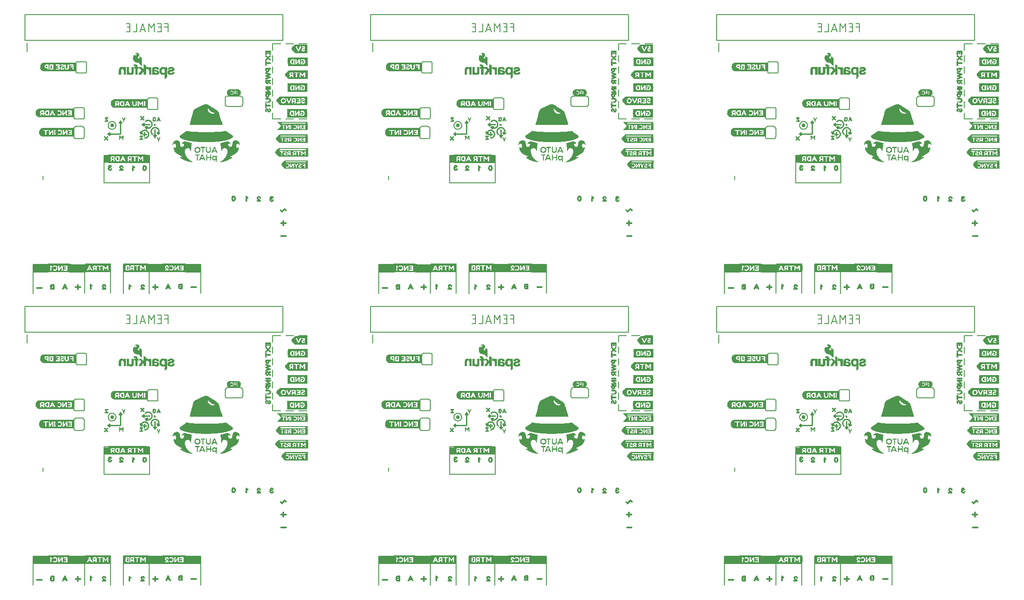
<source format=gbo>
G04 EAGLE Gerber RS-274X export*
G75*
%MOMM*%
%FSLAX34Y34*%
%LPD*%
%INSilkscreen Bottom*%
%IPPOS*%
%AMOC8*
5,1,8,0,0,1.08239X$1,22.5*%
G01*
%ADD10C,0.254000*%
%ADD11C,0.127000*%
%ADD12C,0.762000*%
%ADD13C,0.177800*%
%ADD14C,0.203200*%
%ADD15R,3.134356X1.536700*%
%ADD16R,3.309619X1.490975*%
%ADD17R,3.192775X1.498600*%
%ADD18R,3.014981X1.501138*%
%ADD19R,0.914400X1.473200*%
%ADD20R,0.878838X1.541781*%
%ADD21C,0.304800*%
%ADD22C,0.152400*%
%ADD23R,1.830000X0.030000*%
%ADD24R,2.010000X0.030000*%
%ADD25R,2.130000X0.020000*%
%ADD26R,2.250000X0.040000*%
%ADD27R,2.310000X0.030000*%
%ADD28R,2.370000X0.030000*%
%ADD29R,2.430000X0.020000*%
%ADD30R,0.930000X0.030000*%
%ADD31R,0.540000X0.030000*%
%ADD32R,0.750000X0.030000*%
%ADD33R,0.570000X0.040000*%
%ADD34R,0.150000X0.040000*%
%ADD35R,0.390000X0.040000*%
%ADD36R,0.660000X0.040000*%
%ADD37R,0.570000X0.030000*%
%ADD38R,0.120000X0.030000*%
%ADD39R,0.300000X0.030000*%
%ADD40R,0.600000X0.030000*%
%ADD41R,0.240000X0.030000*%
%ADD42R,0.090000X0.030000*%
%ADD43R,0.210000X0.030000*%
%ADD44R,0.630000X0.040000*%
%ADD45R,0.090000X0.040000*%
%ADD46R,0.060000X0.040000*%
%ADD47R,0.630000X0.030000*%
%ADD48R,0.660000X0.030000*%
%ADD49R,0.270000X0.030000*%
%ADD50R,0.720000X0.030000*%
%ADD51R,0.120000X0.040000*%
%ADD52R,1.080000X0.040000*%
%ADD53R,1.110000X0.030000*%
%ADD54R,0.150000X0.030000*%
%ADD55R,1.140000X0.030000*%
%ADD56R,0.180000X0.040000*%
%ADD57R,1.140000X0.040000*%
%ADD58R,0.060000X0.030000*%
%ADD59R,0.030000X0.030000*%
%ADD60R,0.030000X0.040000*%
%ADD61R,1.110000X0.040000*%
%ADD62R,1.080000X0.030000*%
%ADD63R,0.690000X0.030000*%
%ADD64R,0.780000X0.040000*%
%ADD65R,0.870000X0.030000*%
%ADD66R,2.430000X0.030000*%
%ADD67R,2.250000X0.030000*%
%ADD68R,2.130000X0.030000*%
%ADD69R,0.200000X0.040000*%
%ADD70R,0.440000X0.040000*%
%ADD71R,0.520000X0.040000*%
%ADD72R,0.600000X0.040000*%
%ADD73R,0.640000X0.040000*%
%ADD74R,0.680000X0.040000*%
%ADD75R,0.720000X0.040000*%
%ADD76R,0.320000X0.040000*%
%ADD77R,0.280000X0.040000*%
%ADD78R,0.240000X0.040000*%
%ADD79R,0.360000X0.040000*%
%ADD80R,0.040000X0.040000*%
%ADD81R,0.400000X0.040000*%
%ADD82R,0.480000X0.040000*%
%ADD83R,0.800000X0.040000*%
%ADD84R,0.840000X0.040000*%
%ADD85R,0.760000X0.040000*%
%ADD86R,0.160000X0.040000*%
%ADD87R,0.300000X0.040000*%
%ADD88R,0.330000X0.030000*%
%ADD89R,0.360000X0.030000*%
%ADD90R,0.390000X0.030000*%
%ADD91R,0.420000X0.030000*%
%ADD92R,0.210000X0.040000*%
%ADD93R,0.270000X0.040000*%
%ADD94R,0.510000X0.040000*%
%ADD95R,0.450000X0.030000*%
%ADD96R,0.180000X0.030000*%
%ADD97R,0.330000X0.040000*%
%ADD98R,0.480000X0.030000*%
%ADD99R,0.510000X0.030000*%
%ADD100R,0.450000X0.040000*%
%ADD101R,0.750000X0.040000*%
%ADD102R,6.360000X0.040000*%
%ADD103R,6.480000X0.040000*%
%ADD104R,6.560000X0.040000*%
%ADD105R,6.600000X0.040000*%
%ADD106R,6.640000X0.040000*%
%ADD107R,6.720000X0.040000*%
%ADD108R,2.880000X0.040000*%
%ADD109R,3.760000X0.040000*%
%ADD110R,0.560000X0.040000*%
%ADD111R,0.080000X0.040000*%
%ADD112R,1.120000X0.040000*%
%ADD113R,1.160000X0.040000*%
%ADD114R,1.040000X0.040000*%
%ADD115R,7.000000X0.040000*%
%ADD116R,7.120000X0.040000*%
%ADD117R,7.200000X0.040000*%
%ADD118R,7.240000X0.040000*%
%ADD119R,7.280000X0.040000*%
%ADD120R,7.360000X0.040000*%
%ADD121R,4.360000X0.040000*%
%ADD122R,0.960000X0.040000*%
%ADD123R,0.920000X0.040000*%
%ADD124R,0.880000X0.040000*%
%ADD125R,1.320000X0.040000*%
%ADD126R,1.280000X0.040000*%
%ADD127R,1.240000X0.040000*%
%ADD128R,1.200000X0.040000*%
%ADD129R,6.520000X0.040000*%
%ADD130R,6.760000X0.040000*%
%ADD131R,6.800000X0.040000*%
%ADD132R,6.880000X0.040000*%
%ADD133R,2.640000X0.040000*%
%ADD134R,4.080000X0.040000*%
%ADD135R,1.360000X0.040000*%
%ADD136R,1.000000X0.040000*%
%ADD137R,6.840000X0.040000*%
%ADD138R,6.920000X0.040000*%
%ADD139R,6.960000X0.040000*%
%ADD140R,7.040000X0.040000*%
%ADD141R,7.080000X0.040000*%
%ADD142R,7.400000X0.040000*%
%ADD143R,0.040000X0.640000*%
%ADD144R,0.040000X0.160000*%
%ADD145R,0.040000X0.120000*%
%ADD146R,0.040000X0.880000*%
%ADD147R,0.040000X0.360000*%
%ADD148R,0.040000X0.080000*%
%ADD149R,0.040000X0.280000*%
%ADD150R,0.040000X0.800000*%
%ADD151R,0.040000X0.240000*%
%ADD152R,0.040000X0.200000*%
%ADD153R,0.040000X1.000000*%
%ADD154R,0.040000X0.560000*%
%ADD155R,0.040000X0.480000*%
%ADD156R,0.040000X0.840000*%
%ADD157R,0.040000X0.320000*%
%ADD158R,0.040000X0.680000*%
%ADD159R,0.040000X1.040000*%
%ADD160R,0.040000X0.720000*%
%ADD161R,0.040000X0.760000*%
%ADD162R,0.040000X0.960000*%
%ADD163R,0.040000X0.400000*%
%ADD164R,0.040000X0.440000*%
%ADD165R,0.040000X0.600000*%
%ADD166R,0.040000X0.520000*%
%ADD167R,0.040000X1.120000*%
%ADD168R,2.400000X0.040000*%
%ADD169R,2.480000X0.040000*%
%ADD170R,2.520000X0.040000*%
%ADD171R,2.560000X0.040000*%
%ADD172R,2.600000X0.040000*%
%ADD173R,2.680000X0.040000*%
%ADD174R,3.840000X0.040000*%
%ADD175R,3.880000X0.040000*%
%ADD176R,3.920000X0.040000*%
%ADD177R,3.960000X0.040000*%
%ADD178R,4.000000X0.040000*%
%ADD179R,4.040000X0.040000*%
%ADD180R,5.400000X0.040000*%
%ADD181R,5.440000X0.040000*%
%ADD182R,5.480000X0.040000*%
%ADD183R,5.520000X0.040000*%
%ADD184R,5.560000X0.040000*%
%ADD185R,5.600000X0.040000*%
%ADD186R,5.640000X0.040000*%
%ADD187R,2.280000X0.040000*%
%ADD188R,5.680000X0.040000*%
%ADD189R,5.960000X0.040000*%
%ADD190R,6.000000X0.040000*%
%ADD191R,6.040000X0.040000*%
%ADD192R,6.080000X0.040000*%
%ADD193R,5.720000X0.040000*%
%ADD194R,5.760000X0.040000*%
%ADD195R,5.840000X0.040000*%
%ADD196R,5.880000X0.040000*%
%ADD197R,5.920000X0.040000*%
%ADD198R,6.200000X0.040000*%
%ADD199R,6.240000X0.040000*%
%ADD200R,6.280000X0.040000*%
%ADD201R,6.320000X0.040000*%
%ADD202R,4.520000X0.040000*%
%ADD203R,4.560000X0.040000*%
%ADD204R,4.600000X0.040000*%
%ADD205R,4.640000X0.040000*%
%ADD206R,4.920000X0.040000*%
%ADD207R,4.960000X0.040000*%
%ADD208R,5.000000X0.040000*%
%ADD209R,5.040000X0.040000*%
%ADD210R,1.400000X0.040000*%
%ADD211R,4.680000X0.040000*%
%ADD212R,2.800000X0.040000*%
%ADD213R,5.800000X0.040000*%
%ADD214R,4.280000X0.040000*%
%ADD215R,3.680000X0.040000*%
%ADD216R,5.080000X0.040000*%
%ADD217R,0.338581X0.042162*%
%ADD218R,0.508000X0.042419*%
%ADD219R,0.211581X0.042419*%
%ADD220R,0.592838X0.042419*%
%ADD221R,0.677163X0.042162*%
%ADD222R,0.211581X0.042162*%
%ADD223R,0.719581X0.042162*%
%ADD224R,0.762000X0.042419*%
%ADD225R,0.804163X0.042419*%
%ADD226R,0.889000X0.042162*%
%ADD227R,0.889000X0.042419*%
%ADD228R,0.931419X0.042419*%
%ADD229R,0.973838X0.042419*%
%ADD230R,0.254000X0.042419*%
%ADD231R,0.211838X0.042419*%
%ADD232R,1.016000X0.042162*%
%ADD233R,0.465838X0.042162*%
%ADD234R,0.211838X0.042162*%
%ADD235R,0.254000X0.042162*%
%ADD236R,1.058163X0.042419*%
%ADD237R,0.550162X0.042419*%
%ADD238R,1.058419X0.042419*%
%ADD239R,0.846581X0.042419*%
%ADD240R,1.100838X0.042419*%
%ADD241R,1.100581X0.042162*%
%ADD242R,0.381000X0.042162*%
%ADD243R,0.296419X0.042162*%
%ADD244R,1.143000X0.042162*%
%ADD245R,1.143000X0.042419*%
%ADD246R,0.296162X0.042419*%
%ADD247R,1.185163X0.042419*%
%ADD248R,1.185419X0.042419*%
%ADD249R,0.973581X0.042419*%
%ADD250R,1.227838X0.042419*%
%ADD251R,1.185163X0.042162*%
%ADD252R,0.931163X0.042162*%
%ADD253R,1.227581X0.042162*%
%ADD254R,1.270000X0.042419*%
%ADD255R,1.312419X0.042419*%
%ADD256R,0.846838X0.042419*%
%ADD257R,1.312419X0.042162*%
%ADD258R,1.354581X0.042419*%
%ADD259R,1.016000X0.042419*%
%ADD260R,1.354838X0.042419*%
%ADD261R,1.354838X0.042162*%
%ADD262R,0.931163X0.042419*%
%ADD263R,0.804163X0.042162*%
%ADD264R,0.804419X0.042419*%
%ADD265R,0.931419X0.042162*%
%ADD266R,0.423162X0.042419*%
%ADD267R,1.100838X0.042162*%
%ADD268R,0.338838X0.042419*%
%ADD269R,0.296419X0.042419*%
%ADD270R,1.270000X0.042162*%
%ADD271R,1.397000X0.042419*%
%ADD272R,1.439163X0.042162*%
%ADD273R,1.524000X0.042419*%
%ADD274R,1.608581X0.042419*%
%ADD275R,1.608838X0.042162*%
%ADD276R,1.693419X0.042419*%
%ADD277R,1.735838X0.042419*%
%ADD278R,1.735581X0.042162*%
%ADD279R,1.778000X0.042162*%
%ADD280R,1.820419X0.042419*%
%ADD281R,1.778000X0.042419*%
%ADD282R,1.862581X0.042419*%
%ADD283R,1.862581X0.042162*%
%ADD284R,0.635000X0.042162*%
%ADD285R,0.677419X0.042162*%
%ADD286R,1.905000X0.042419*%
%ADD287R,0.719838X0.042419*%
%ADD288R,1.947419X0.042419*%
%ADD289R,0.381000X0.042419*%
%ADD290R,0.423419X0.042419*%
%ADD291R,1.989581X0.042162*%
%ADD292R,0.338838X0.042162*%
%ADD293R,1.989581X0.042419*%
%ADD294R,2.032000X0.042419*%
%ADD295R,2.074419X0.042162*%
%ADD296R,0.042419X0.042162*%
%ADD297R,2.074419X0.042419*%
%ADD298R,0.042419X0.042419*%
%ADD299R,2.116581X0.042419*%
%ADD300R,0.084838X0.042419*%
%ADD301R,2.116581X0.042162*%
%ADD302R,0.084838X0.042162*%
%ADD303R,2.159000X0.042419*%
%ADD304R,2.201419X0.042419*%
%ADD305R,0.127000X0.042419*%
%ADD306R,2.201419X0.042162*%
%ADD307R,0.127000X0.042162*%
%ADD308R,2.286000X0.042419*%
%ADD309R,0.169419X0.042419*%
%ADD310R,2.243581X0.042419*%
%ADD311R,2.328419X0.042162*%
%ADD312R,2.370837X0.042419*%
%ADD313R,2.413000X0.042419*%
%ADD314R,0.338581X0.042419*%
%ADD315R,2.497838X0.042162*%
%ADD316R,0.423162X0.042162*%
%ADD317R,0.296162X0.042162*%
%ADD318R,2.624837X0.042419*%
%ADD319R,3.132581X0.042419*%
%ADD320R,3.175000X0.042419*%
%ADD321R,3.048000X0.042162*%
%ADD322R,3.090419X0.042162*%
%ADD323R,3.048000X0.042419*%
%ADD324R,0.677419X0.042419*%
%ADD325R,1.651000X0.042419*%
%ADD326R,1.566419X0.042162*%
%ADD327R,1.481581X0.042419*%
%ADD328R,0.846581X0.042162*%
%ADD329R,1.481581X0.042162*%
%ADD330R,1.524000X0.042162*%
%ADD331R,1.481838X0.042419*%
%ADD332R,1.481838X0.042162*%
%ADD333R,1.439419X0.042162*%
%ADD334R,1.439419X0.042419*%
%ADD335R,0.084581X0.042162*%
%ADD336R,1.566163X0.042162*%
%ADD337R,0.084581X0.042419*%
%ADD338R,1.566163X0.042419*%
%ADD339R,1.947163X0.042419*%
%ADD340R,1.397000X0.042162*%
%ADD341R,1.905000X0.042162*%
%ADD342R,1.566419X0.042419*%
%ADD343R,1.354581X0.042162*%
%ADD344R,0.719838X0.042162*%
%ADD345R,1.947163X0.042162*%
%ADD346R,3.556000X0.042419*%
%ADD347R,0.465581X0.042419*%
%ADD348R,4.614419X0.042419*%
%ADD349R,5.376419X0.042162*%
%ADD350R,6.011163X0.042419*%
%ADD351R,6.519163X0.042419*%
%ADD352R,0.550162X0.042162*%
%ADD353R,7.027163X0.042162*%
%ADD354R,7.408419X0.042419*%
%ADD355R,7.789163X0.042419*%
%ADD356R,8.128000X0.042162*%
%ADD357R,8.382000X0.042419*%
%ADD358R,8.678419X0.042419*%
%ADD359R,8.890000X0.042162*%
%ADD360R,9.144000X0.042419*%
%ADD361R,9.355581X0.042419*%
%ADD362R,9.567163X0.042162*%
%ADD363R,9.736838X0.042419*%
%ADD364R,9.906000X0.042419*%
%ADD365R,10.033000X0.042162*%
%ADD366R,10.160000X0.042419*%
%ADD367R,10.287000X0.042419*%
%ADD368R,10.371581X0.042162*%
%ADD369R,10.414000X0.042419*%
%ADD370R,10.456419X0.042419*%
%ADD371R,10.498838X0.042162*%
%ADD372R,10.498838X0.042419*%
%ADD373R,10.414000X0.042162*%
%ADD374R,10.329163X0.042419*%
%ADD375R,10.244838X0.042162*%
%ADD376R,10.075163X0.042419*%
%ADD377R,9.990837X0.042419*%
%ADD378R,9.906000X0.042162*%
%ADD379R,9.652000X0.042419*%
%ADD380R,9.482838X0.042162*%
%ADD381R,9.398000X0.042419*%
%ADD382R,9.271000X0.042419*%
%ADD383R,9.144000X0.042162*%
%ADD384R,9.059163X0.042419*%
%ADD385R,8.890000X0.042419*%
%ADD386R,8.805162X0.042162*%
%ADD387R,8.551163X0.042419*%
%ADD388R,8.466838X0.042162*%
%ADD389R,2.540000X0.042419*%
%ADD390R,1.608838X0.042419*%
%ADD391R,0.973581X0.042162*%
%ADD392R,6.434838X0.042419*%
%ADD393R,6.434838X0.042162*%
%ADD394R,6.392419X0.042419*%
%ADD395R,6.350000X0.042162*%
%ADD396R,6.350000X0.042419*%
%ADD397R,6.265163X0.042162*%
%ADD398R,6.265163X0.042419*%
%ADD399R,6.223000X0.042162*%
%ADD400R,6.180837X0.042419*%
%ADD401R,6.138419X0.042162*%
%ADD402R,6.138419X0.042419*%
%ADD403R,6.096000X0.042419*%
%ADD404R,6.053581X0.042162*%
%ADD405R,6.053581X0.042419*%
%ADD406R,5.969000X0.042162*%
%ADD407R,5.969000X0.042419*%
%ADD408R,5.926581X0.042162*%
%ADD409R,5.884419X0.042419*%
%ADD410R,5.842000X0.042162*%
%ADD411R,5.842000X0.042419*%
%ADD412R,5.799581X0.042419*%
%ADD413R,5.757419X0.042162*%
%ADD414R,5.757419X0.042419*%
%ADD415R,5.715000X0.042419*%
%ADD416R,5.672581X0.042162*%
%ADD417R,5.672581X0.042419*%
%ADD418R,5.630419X0.042162*%
%ADD419R,5.588000X0.042419*%
%ADD420R,5.588000X0.042162*%
%ADD421R,5.503419X0.042419*%
%ADD422R,5.503419X0.042162*%
%ADD423R,5.461000X0.042419*%
%ADD424R,5.418581X0.042419*%
%ADD425R,5.418581X0.042162*%
%ADD426R,5.376163X0.042419*%
%ADD427R,5.334000X0.042162*%
%ADD428R,5.291838X0.042419*%
%ADD429R,5.249419X0.042162*%
%ADD430R,5.207000X0.042419*%
%ADD431R,3.852419X0.042419*%
%ADD432R,3.683000X0.042162*%
%ADD433R,3.513581X0.042419*%
%ADD434R,3.429000X0.042419*%
%ADD435R,3.386581X0.042162*%
%ADD436R,3.302000X0.042419*%
%ADD437R,3.217419X0.042419*%
%ADD438R,3.175000X0.042162*%
%ADD439R,1.227581X0.042419*%
%ADD440R,3.132837X0.042419*%
%ADD441R,3.090419X0.042419*%
%ADD442R,3.005581X0.042162*%
%ADD443R,3.005581X0.042419*%
%ADD444R,2.963419X0.042419*%
%ADD445R,2.878581X0.042162*%
%ADD446R,2.878581X0.042419*%
%ADD447R,2.794000X0.042162*%
%ADD448R,2.751581X0.042419*%
%ADD449R,2.709163X0.042162*%
%ADD450R,1.312163X0.042419*%
%ADD451R,2.667000X0.042419*%
%ADD452R,2.624581X0.042419*%
%ADD453R,1.185419X0.042162*%
%ADD454R,2.582162X0.042162*%
%ADD455R,2.455163X0.042419*%
%ADD456R,3.556000X0.042162*%
%ADD457R,3.386837X0.042419*%
%ADD458R,3.217163X0.042419*%
%ADD459R,2.921000X0.042419*%
%ADD460R,2.751838X0.042419*%
%ADD461R,2.455419X0.042419*%
%ADD462R,1.651000X0.042162*%

G36*
X982019Y1024377D02*
X982019Y1024377D01*
X982070Y1024379D01*
X982102Y1024396D01*
X982138Y1024405D01*
X982177Y1024437D01*
X982222Y1024462D01*
X982243Y1024491D01*
X982272Y1024515D01*
X982293Y1024562D01*
X982322Y1024603D01*
X982330Y1024645D01*
X982343Y1024673D01*
X982341Y1024704D01*
X982350Y1024745D01*
X982350Y1037545D01*
X982345Y1037564D01*
X982347Y1037587D01*
X982147Y1039387D01*
X982136Y1039419D01*
X982130Y1039466D01*
X981930Y1040066D01*
X981918Y1040086D01*
X981909Y1040116D01*
X981609Y1040716D01*
X981601Y1040726D01*
X981595Y1040741D01*
X981295Y1041241D01*
X981281Y1041256D01*
X981273Y1041275D01*
X981195Y1041344D01*
X981175Y1041365D01*
X981170Y1041367D01*
X981165Y1041372D01*
X980682Y1041661D01*
X980298Y1041950D01*
X980263Y1041965D01*
X980211Y1041999D01*
X979211Y1042399D01*
X979177Y1042404D01*
X979132Y1042421D01*
X978532Y1042521D01*
X978505Y1042519D01*
X978469Y1042526D01*
X977669Y1042526D01*
X977634Y1042517D01*
X977577Y1042514D01*
X977223Y1042426D01*
X977069Y1042426D01*
X977054Y1042422D01*
X977039Y1042424D01*
X976908Y1042388D01*
X976901Y1042386D01*
X976900Y1042386D01*
X976899Y1042386D01*
X976699Y1042286D01*
X976680Y1042270D01*
X976657Y1042261D01*
X976614Y1042215D01*
X976566Y1042175D01*
X976556Y1042152D01*
X976539Y1042134D01*
X976521Y1042074D01*
X976496Y1042016D01*
X976497Y1041991D01*
X976490Y1041967D01*
X976500Y1041906D01*
X976503Y1041843D01*
X976515Y1041821D01*
X976519Y1041797D01*
X976569Y1041723D01*
X976586Y1041691D01*
X976594Y1041686D01*
X976600Y1041677D01*
X976700Y1041577D01*
X976733Y1041557D01*
X976799Y1041505D01*
X977199Y1041305D01*
X977222Y1041300D01*
X977249Y1041285D01*
X977464Y1041213D01*
X977774Y1040903D01*
X977925Y1040677D01*
X977989Y1040484D01*
X977989Y1040307D01*
X977917Y1040091D01*
X977757Y1039771D01*
X977527Y1039541D01*
X977291Y1039384D01*
X976861Y1039211D01*
X976432Y1039126D01*
X975716Y1039126D01*
X975025Y1039298D01*
X974529Y1039629D01*
X974209Y1040030D01*
X974050Y1040507D01*
X974050Y1041067D01*
X974295Y1041640D01*
X974955Y1042395D01*
X975754Y1043293D01*
X975754Y1043294D01*
X975756Y1043295D01*
X976456Y1044095D01*
X976471Y1044124D01*
X976502Y1044161D01*
X977002Y1045061D01*
X977012Y1045098D01*
X977041Y1045163D01*
X977241Y1046063D01*
X977240Y1046097D01*
X977250Y1046145D01*
X977250Y1046945D01*
X977241Y1046982D01*
X977230Y1047066D01*
X976930Y1047966D01*
X976910Y1047999D01*
X976879Y1048066D01*
X976379Y1048766D01*
X976353Y1048789D01*
X976322Y1048830D01*
X975422Y1049630D01*
X975391Y1049646D01*
X975351Y1049679D01*
X974251Y1050279D01*
X974215Y1050289D01*
X974137Y1050320D01*
X973037Y1050520D01*
X973008Y1050518D01*
X972969Y1050526D01*
X971969Y1050526D01*
X971933Y1050517D01*
X971849Y1050506D01*
X970949Y1050206D01*
X970944Y1050203D01*
X970936Y1050201D01*
X970136Y1049901D01*
X970121Y1049892D01*
X970099Y1049886D01*
X969933Y1049802D01*
X969499Y1049586D01*
X969477Y1049567D01*
X969441Y1049550D01*
X969041Y1049250D01*
X969026Y1049232D01*
X969000Y1049214D01*
X968900Y1049114D01*
X968887Y1049092D01*
X968867Y1049076D01*
X968842Y1049020D01*
X968809Y1048967D01*
X968807Y1048941D01*
X968796Y1048918D01*
X968798Y1048856D01*
X968793Y1048795D01*
X968802Y1048771D01*
X968803Y1048745D01*
X968832Y1048690D01*
X968854Y1048633D01*
X968873Y1048615D01*
X968885Y1048593D01*
X968936Y1048557D01*
X968981Y1048515D01*
X969006Y1048508D01*
X969027Y1048493D01*
X969112Y1048476D01*
X969147Y1048466D01*
X969157Y1048468D01*
X969169Y1048465D01*
X969469Y1048465D01*
X969506Y1048474D01*
X969590Y1048485D01*
X969831Y1048565D01*
X970023Y1048565D01*
X970377Y1048477D01*
X970385Y1048476D01*
X970395Y1048473D01*
X970845Y1048383D01*
X971169Y1048221D01*
X971489Y1047980D01*
X971625Y1047777D01*
X971709Y1047525D01*
X971721Y1047505D01*
X971729Y1047475D01*
X971817Y1047300D01*
X971869Y1047145D01*
X971809Y1046966D01*
X971807Y1046953D01*
X971800Y1046938D01*
X971716Y1046602D01*
X971553Y1046356D01*
X971546Y1046337D01*
X971529Y1046316D01*
X971357Y1045971D01*
X971127Y1045741D01*
X970858Y1045562D01*
X970852Y1045555D01*
X970841Y1045550D01*
X970450Y1045256D01*
X970178Y1045075D01*
X969747Y1044859D01*
X969480Y1044726D01*
X968931Y1044726D01*
X968738Y1044790D01*
X968589Y1044889D01*
X968450Y1045307D01*
X968450Y1046045D01*
X968438Y1046096D01*
X968437Y1046117D01*
X968436Y1046140D01*
X968436Y1046148D01*
X968418Y1046179D01*
X968410Y1046214D01*
X968377Y1046254D01*
X968352Y1046299D01*
X968323Y1046320D01*
X968300Y1046348D01*
X968253Y1046369D01*
X968210Y1046399D01*
X968175Y1046404D01*
X968142Y1046419D01*
X968090Y1046417D01*
X968039Y1046424D01*
X967999Y1046413D01*
X967969Y1046412D01*
X967941Y1046397D01*
X967899Y1046386D01*
X967889Y1046380D01*
X967128Y1046000D01*
X967099Y1045986D01*
X967095Y1045982D01*
X966985Y1045898D01*
X966185Y1044998D01*
X966170Y1044970D01*
X966141Y1044937D01*
X965441Y1043737D01*
X965432Y1043709D01*
X965411Y1043673D01*
X964911Y1042273D01*
X964908Y1042248D01*
X964896Y1042216D01*
X964596Y1040616D01*
X964597Y1040579D01*
X964590Y1040524D01*
X964690Y1038724D01*
X964699Y1038692D01*
X964703Y1038644D01*
X965203Y1036844D01*
X965220Y1036812D01*
X965237Y1036761D01*
X966237Y1034961D01*
X966254Y1034942D01*
X966269Y1034912D01*
X966969Y1034012D01*
X966977Y1034006D01*
X966981Y1033999D01*
X966990Y1033992D01*
X967000Y1033977D01*
X967800Y1033177D01*
X967810Y1033171D01*
X967819Y1033159D01*
X968619Y1032459D01*
X968644Y1032446D01*
X968674Y1032419D01*
X969674Y1031819D01*
X969699Y1031811D01*
X969728Y1031792D01*
X970728Y1031392D01*
X970747Y1031389D01*
X970769Y1031379D01*
X971869Y1031079D01*
X971886Y1031078D01*
X971907Y1031070D01*
X973107Y1030870D01*
X973134Y1030872D01*
X973169Y1030865D01*
X975038Y1030865D01*
X975536Y1030782D01*
X975952Y1030533D01*
X976902Y1029773D01*
X977377Y1029202D01*
X977390Y1029193D01*
X977400Y1029177D01*
X978678Y1027899D01*
X979160Y1027224D01*
X979180Y1027207D01*
X979200Y1027177D01*
X979788Y1026589D01*
X980277Y1026002D01*
X980290Y1025993D01*
X980300Y1025977D01*
X980781Y1025496D01*
X981065Y1025117D01*
X981083Y1025102D01*
X981100Y1025077D01*
X981374Y1024803D01*
X981553Y1024535D01*
X981573Y1024516D01*
X981585Y1024493D01*
X981635Y1024458D01*
X981679Y1024416D01*
X981705Y1024408D01*
X981727Y1024393D01*
X981809Y1024377D01*
X981845Y1024366D01*
X981856Y1024368D01*
X981869Y1024365D01*
X981969Y1024365D01*
X982019Y1024377D01*
G37*
G36*
X301020Y1024377D02*
X301020Y1024377D01*
X301071Y1024379D01*
X301103Y1024396D01*
X301139Y1024405D01*
X301178Y1024437D01*
X301223Y1024462D01*
X301244Y1024491D01*
X301272Y1024515D01*
X301293Y1024562D01*
X301323Y1024603D01*
X301331Y1024645D01*
X301343Y1024673D01*
X301342Y1024704D01*
X301350Y1024745D01*
X301350Y1037545D01*
X301346Y1037564D01*
X301348Y1037587D01*
X301148Y1039387D01*
X301137Y1039419D01*
X301131Y1039466D01*
X300931Y1040066D01*
X300918Y1040086D01*
X300910Y1040116D01*
X300610Y1040716D01*
X300602Y1040726D01*
X300596Y1040741D01*
X300296Y1041241D01*
X300282Y1041256D01*
X300273Y1041275D01*
X300196Y1041344D01*
X300175Y1041365D01*
X300170Y1041367D01*
X300166Y1041372D01*
X299682Y1041661D01*
X299298Y1041950D01*
X299263Y1041965D01*
X299211Y1041999D01*
X298211Y1042399D01*
X298178Y1042404D01*
X298132Y1042421D01*
X297532Y1042521D01*
X297506Y1042519D01*
X297470Y1042526D01*
X296670Y1042526D01*
X296634Y1042517D01*
X296578Y1042514D01*
X296223Y1042426D01*
X296070Y1042426D01*
X296055Y1042422D01*
X296039Y1042424D01*
X295908Y1042388D01*
X295901Y1042386D01*
X295900Y1042386D01*
X295700Y1042286D01*
X295681Y1042270D01*
X295657Y1042261D01*
X295615Y1042215D01*
X295567Y1042175D01*
X295557Y1042152D01*
X295539Y1042134D01*
X295522Y1042074D01*
X295496Y1042016D01*
X295497Y1041991D01*
X295490Y1041967D01*
X295501Y1041906D01*
X295504Y1041843D01*
X295516Y1041821D01*
X295520Y1041797D01*
X295569Y1041723D01*
X295587Y1041691D01*
X295595Y1041686D01*
X295601Y1041677D01*
X295701Y1041577D01*
X295733Y1041557D01*
X295800Y1041505D01*
X296200Y1041305D01*
X296223Y1041300D01*
X296250Y1041285D01*
X296465Y1041213D01*
X296774Y1040903D01*
X296925Y1040677D01*
X296990Y1040484D01*
X296990Y1040307D01*
X296918Y1040091D01*
X296757Y1039771D01*
X296528Y1039541D01*
X296292Y1039384D01*
X295861Y1039211D01*
X295432Y1039126D01*
X294717Y1039126D01*
X294026Y1039298D01*
X293530Y1039629D01*
X293209Y1040030D01*
X293050Y1040507D01*
X293050Y1041067D01*
X293296Y1041640D01*
X293956Y1042395D01*
X294754Y1043293D01*
X294755Y1043294D01*
X294756Y1043295D01*
X295456Y1044095D01*
X295472Y1044124D01*
X295502Y1044161D01*
X296002Y1045061D01*
X296013Y1045098D01*
X296041Y1045163D01*
X296241Y1046063D01*
X296241Y1046097D01*
X296250Y1046145D01*
X296250Y1046945D01*
X296242Y1046982D01*
X296231Y1047066D01*
X295931Y1047966D01*
X295910Y1047999D01*
X295879Y1048066D01*
X295379Y1048766D01*
X295353Y1048789D01*
X295323Y1048830D01*
X294423Y1049630D01*
X294392Y1049646D01*
X294352Y1049679D01*
X293252Y1050279D01*
X293216Y1050289D01*
X293138Y1050320D01*
X292038Y1050520D01*
X292009Y1050518D01*
X291970Y1050526D01*
X290970Y1050526D01*
X290933Y1050517D01*
X290850Y1050506D01*
X289950Y1050206D01*
X289944Y1050203D01*
X289936Y1050201D01*
X289136Y1049901D01*
X289122Y1049892D01*
X289100Y1049886D01*
X288934Y1049802D01*
X288500Y1049586D01*
X288478Y1049567D01*
X288442Y1049550D01*
X288042Y1049250D01*
X288027Y1049232D01*
X288001Y1049214D01*
X287901Y1049114D01*
X287887Y1049092D01*
X287868Y1049076D01*
X287842Y1049020D01*
X287810Y1048967D01*
X287807Y1048941D01*
X287797Y1048918D01*
X287799Y1048856D01*
X287793Y1048795D01*
X287802Y1048771D01*
X287803Y1048745D01*
X287833Y1048690D01*
X287855Y1048633D01*
X287874Y1048615D01*
X287886Y1048593D01*
X287936Y1048557D01*
X287982Y1048515D01*
X288007Y1048508D01*
X288028Y1048493D01*
X288112Y1048476D01*
X288148Y1048466D01*
X288158Y1048468D01*
X288170Y1048465D01*
X288470Y1048465D01*
X288507Y1048474D01*
X288590Y1048485D01*
X288832Y1048565D01*
X289023Y1048565D01*
X289378Y1048477D01*
X289386Y1048476D01*
X289395Y1048473D01*
X289845Y1048383D01*
X290169Y1048221D01*
X290490Y1047980D01*
X290625Y1047777D01*
X290709Y1047525D01*
X290722Y1047505D01*
X290730Y1047475D01*
X290818Y1047300D01*
X290869Y1047145D01*
X290809Y1046966D01*
X290808Y1046953D01*
X290801Y1046938D01*
X290717Y1046602D01*
X290554Y1046356D01*
X290546Y1046337D01*
X290530Y1046316D01*
X290357Y1045971D01*
X290128Y1045741D01*
X289859Y1045562D01*
X289852Y1045555D01*
X289842Y1045550D01*
X289450Y1045256D01*
X289179Y1045075D01*
X288747Y1044859D01*
X288480Y1044726D01*
X287932Y1044726D01*
X287738Y1044790D01*
X287589Y1044889D01*
X287450Y1045307D01*
X287450Y1046045D01*
X287438Y1046096D01*
X287438Y1046117D01*
X287437Y1046140D01*
X287436Y1046148D01*
X287419Y1046179D01*
X287411Y1046214D01*
X287378Y1046254D01*
X287353Y1046299D01*
X287323Y1046320D01*
X287301Y1046348D01*
X287253Y1046369D01*
X287211Y1046399D01*
X287175Y1046404D01*
X287142Y1046419D01*
X287091Y1046417D01*
X287039Y1046424D01*
X286999Y1046413D01*
X286969Y1046412D01*
X286942Y1046397D01*
X286900Y1046386D01*
X286889Y1046380D01*
X286129Y1046000D01*
X286100Y1045986D01*
X286096Y1045982D01*
X285986Y1045898D01*
X285186Y1044998D01*
X285171Y1044970D01*
X285142Y1044937D01*
X284442Y1043737D01*
X284433Y1043709D01*
X284412Y1043673D01*
X283912Y1042273D01*
X283909Y1042248D01*
X283896Y1042216D01*
X283596Y1040616D01*
X283598Y1040579D01*
X283590Y1040524D01*
X283690Y1038724D01*
X283700Y1038692D01*
X283704Y1038644D01*
X284204Y1036844D01*
X284221Y1036812D01*
X284238Y1036761D01*
X285238Y1034961D01*
X285255Y1034942D01*
X285270Y1034912D01*
X285970Y1034012D01*
X285977Y1034006D01*
X285981Y1033999D01*
X285991Y1033992D01*
X286001Y1033977D01*
X286801Y1033177D01*
X286811Y1033171D01*
X286820Y1033159D01*
X287620Y1032459D01*
X287645Y1032446D01*
X287674Y1032419D01*
X288674Y1031819D01*
X288699Y1031811D01*
X288729Y1031792D01*
X289729Y1031392D01*
X289748Y1031389D01*
X289770Y1031379D01*
X290870Y1031079D01*
X290887Y1031078D01*
X290907Y1031070D01*
X292107Y1030870D01*
X292134Y1030872D01*
X292170Y1030865D01*
X294039Y1030865D01*
X294536Y1030782D01*
X294952Y1030533D01*
X295902Y1029773D01*
X296378Y1029202D01*
X296390Y1029193D01*
X296401Y1029177D01*
X297679Y1027899D01*
X298161Y1027224D01*
X298181Y1027207D01*
X298201Y1027177D01*
X298789Y1026589D01*
X299278Y1026002D01*
X299290Y1025993D01*
X299301Y1025977D01*
X299782Y1025496D01*
X300066Y1025117D01*
X300084Y1025102D01*
X300101Y1025077D01*
X300374Y1024803D01*
X300554Y1024535D01*
X300573Y1024516D01*
X300586Y1024493D01*
X300636Y1024458D01*
X300680Y1024416D01*
X300706Y1024408D01*
X300728Y1024393D01*
X300809Y1024377D01*
X300846Y1024366D01*
X300857Y1024368D01*
X300870Y1024365D01*
X300970Y1024365D01*
X301020Y1024377D01*
G37*
G36*
X1662993Y1024377D02*
X1662993Y1024377D01*
X1663044Y1024379D01*
X1663076Y1024396D01*
X1663112Y1024405D01*
X1663151Y1024437D01*
X1663196Y1024462D01*
X1663217Y1024491D01*
X1663246Y1024515D01*
X1663267Y1024562D01*
X1663296Y1024603D01*
X1663304Y1024645D01*
X1663317Y1024673D01*
X1663315Y1024704D01*
X1663324Y1024745D01*
X1663324Y1037545D01*
X1663319Y1037564D01*
X1663321Y1037587D01*
X1663121Y1039387D01*
X1663110Y1039419D01*
X1663104Y1039466D01*
X1662904Y1040066D01*
X1662892Y1040086D01*
X1662883Y1040116D01*
X1662583Y1040716D01*
X1662575Y1040726D01*
X1662569Y1040741D01*
X1662269Y1041241D01*
X1662255Y1041256D01*
X1662247Y1041275D01*
X1662169Y1041344D01*
X1662149Y1041365D01*
X1662144Y1041367D01*
X1662139Y1041372D01*
X1661656Y1041661D01*
X1661272Y1041950D01*
X1661237Y1041965D01*
X1661185Y1041999D01*
X1660185Y1042399D01*
X1660151Y1042404D01*
X1660106Y1042421D01*
X1659506Y1042521D01*
X1659479Y1042519D01*
X1659443Y1042526D01*
X1658643Y1042526D01*
X1658608Y1042517D01*
X1658551Y1042514D01*
X1658197Y1042426D01*
X1658043Y1042426D01*
X1658028Y1042422D01*
X1658013Y1042424D01*
X1657882Y1042388D01*
X1657875Y1042386D01*
X1657874Y1042386D01*
X1657873Y1042386D01*
X1657673Y1042286D01*
X1657654Y1042270D01*
X1657631Y1042261D01*
X1657588Y1042215D01*
X1657540Y1042175D01*
X1657530Y1042152D01*
X1657513Y1042134D01*
X1657495Y1042074D01*
X1657470Y1042016D01*
X1657471Y1041991D01*
X1657464Y1041967D01*
X1657474Y1041906D01*
X1657477Y1041843D01*
X1657489Y1041821D01*
X1657493Y1041797D01*
X1657543Y1041723D01*
X1657560Y1041691D01*
X1657568Y1041686D01*
X1657574Y1041677D01*
X1657674Y1041577D01*
X1657707Y1041557D01*
X1657773Y1041505D01*
X1658173Y1041305D01*
X1658196Y1041300D01*
X1658223Y1041285D01*
X1658438Y1041213D01*
X1658748Y1040903D01*
X1658899Y1040677D01*
X1658963Y1040484D01*
X1658963Y1040307D01*
X1658891Y1040091D01*
X1658731Y1039771D01*
X1658501Y1039541D01*
X1658265Y1039384D01*
X1657835Y1039211D01*
X1657406Y1039126D01*
X1656690Y1039126D01*
X1655999Y1039298D01*
X1655503Y1039629D01*
X1655183Y1040030D01*
X1655024Y1040507D01*
X1655024Y1041067D01*
X1655269Y1041640D01*
X1655929Y1042395D01*
X1656728Y1043293D01*
X1656728Y1043294D01*
X1656730Y1043295D01*
X1657430Y1044095D01*
X1657445Y1044124D01*
X1657476Y1044161D01*
X1657976Y1045061D01*
X1657986Y1045098D01*
X1658015Y1045163D01*
X1658215Y1046063D01*
X1658214Y1046097D01*
X1658224Y1046145D01*
X1658224Y1046945D01*
X1658215Y1046982D01*
X1658204Y1047066D01*
X1657904Y1047966D01*
X1657884Y1047999D01*
X1657853Y1048066D01*
X1657353Y1048766D01*
X1657327Y1048789D01*
X1657296Y1048830D01*
X1656396Y1049630D01*
X1656365Y1049646D01*
X1656325Y1049679D01*
X1655225Y1050279D01*
X1655189Y1050289D01*
X1655111Y1050320D01*
X1654011Y1050520D01*
X1653982Y1050518D01*
X1653943Y1050526D01*
X1652943Y1050526D01*
X1652907Y1050517D01*
X1652823Y1050506D01*
X1651923Y1050206D01*
X1651918Y1050203D01*
X1651910Y1050201D01*
X1651110Y1049901D01*
X1651095Y1049892D01*
X1651073Y1049886D01*
X1650907Y1049802D01*
X1650473Y1049586D01*
X1650451Y1049567D01*
X1650415Y1049550D01*
X1650015Y1049250D01*
X1650000Y1049232D01*
X1649974Y1049214D01*
X1649874Y1049114D01*
X1649861Y1049092D01*
X1649841Y1049076D01*
X1649816Y1049020D01*
X1649783Y1048967D01*
X1649781Y1048941D01*
X1649770Y1048918D01*
X1649772Y1048856D01*
X1649767Y1048795D01*
X1649776Y1048771D01*
X1649777Y1048745D01*
X1649806Y1048690D01*
X1649828Y1048633D01*
X1649847Y1048615D01*
X1649859Y1048593D01*
X1649910Y1048557D01*
X1649955Y1048515D01*
X1649980Y1048508D01*
X1650001Y1048493D01*
X1650086Y1048476D01*
X1650121Y1048466D01*
X1650131Y1048468D01*
X1650143Y1048465D01*
X1650443Y1048465D01*
X1650480Y1048474D01*
X1650564Y1048485D01*
X1650805Y1048565D01*
X1650997Y1048565D01*
X1651351Y1048477D01*
X1651359Y1048476D01*
X1651369Y1048473D01*
X1651819Y1048383D01*
X1652143Y1048221D01*
X1652463Y1047980D01*
X1652599Y1047777D01*
X1652683Y1047525D01*
X1652695Y1047505D01*
X1652703Y1047475D01*
X1652791Y1047300D01*
X1652843Y1047145D01*
X1652783Y1046966D01*
X1652781Y1046953D01*
X1652774Y1046938D01*
X1652690Y1046602D01*
X1652527Y1046356D01*
X1652520Y1046337D01*
X1652503Y1046316D01*
X1652331Y1045971D01*
X1652101Y1045741D01*
X1651832Y1045562D01*
X1651826Y1045555D01*
X1651815Y1045550D01*
X1651424Y1045256D01*
X1651152Y1045075D01*
X1650721Y1044859D01*
X1650454Y1044726D01*
X1649905Y1044726D01*
X1649712Y1044790D01*
X1649563Y1044889D01*
X1649424Y1045307D01*
X1649424Y1046045D01*
X1649412Y1046096D01*
X1649411Y1046117D01*
X1649410Y1046140D01*
X1649410Y1046148D01*
X1649392Y1046179D01*
X1649384Y1046214D01*
X1649351Y1046254D01*
X1649326Y1046299D01*
X1649297Y1046320D01*
X1649274Y1046348D01*
X1649227Y1046369D01*
X1649184Y1046399D01*
X1649149Y1046404D01*
X1649116Y1046419D01*
X1649064Y1046417D01*
X1649013Y1046424D01*
X1648973Y1046413D01*
X1648943Y1046412D01*
X1648915Y1046397D01*
X1648873Y1046386D01*
X1648863Y1046380D01*
X1648102Y1046000D01*
X1648073Y1045986D01*
X1648069Y1045982D01*
X1647959Y1045898D01*
X1647159Y1044998D01*
X1647144Y1044970D01*
X1647115Y1044937D01*
X1646415Y1043737D01*
X1646406Y1043709D01*
X1646385Y1043673D01*
X1645885Y1042273D01*
X1645882Y1042248D01*
X1645870Y1042216D01*
X1645570Y1040616D01*
X1645571Y1040579D01*
X1645564Y1040524D01*
X1645664Y1038724D01*
X1645673Y1038692D01*
X1645677Y1038644D01*
X1646177Y1036844D01*
X1646194Y1036812D01*
X1646211Y1036761D01*
X1647211Y1034961D01*
X1647228Y1034942D01*
X1647243Y1034912D01*
X1647943Y1034012D01*
X1647951Y1034006D01*
X1647955Y1033999D01*
X1647964Y1033992D01*
X1647974Y1033977D01*
X1648774Y1033177D01*
X1648784Y1033171D01*
X1648793Y1033159D01*
X1649593Y1032459D01*
X1649618Y1032446D01*
X1649648Y1032419D01*
X1650648Y1031819D01*
X1650673Y1031811D01*
X1650702Y1031792D01*
X1651702Y1031392D01*
X1651721Y1031389D01*
X1651743Y1031379D01*
X1652843Y1031079D01*
X1652860Y1031078D01*
X1652881Y1031070D01*
X1654081Y1030870D01*
X1654108Y1030872D01*
X1654143Y1030865D01*
X1656012Y1030865D01*
X1656510Y1030782D01*
X1656926Y1030533D01*
X1657876Y1029773D01*
X1658351Y1029202D01*
X1658364Y1029193D01*
X1658374Y1029177D01*
X1659652Y1027899D01*
X1660134Y1027224D01*
X1660154Y1027207D01*
X1660174Y1027177D01*
X1660762Y1026589D01*
X1661251Y1026002D01*
X1661264Y1025993D01*
X1661274Y1025977D01*
X1661755Y1025496D01*
X1662039Y1025117D01*
X1662057Y1025102D01*
X1662074Y1025077D01*
X1662348Y1024803D01*
X1662527Y1024535D01*
X1662547Y1024516D01*
X1662559Y1024493D01*
X1662609Y1024458D01*
X1662653Y1024416D01*
X1662679Y1024408D01*
X1662701Y1024393D01*
X1662783Y1024377D01*
X1662819Y1024366D01*
X1662830Y1024368D01*
X1662843Y1024365D01*
X1662943Y1024365D01*
X1662993Y1024377D01*
G37*
G36*
X301020Y448965D02*
X301020Y448965D01*
X301071Y448967D01*
X301103Y448985D01*
X301139Y448993D01*
X301178Y449026D01*
X301223Y449050D01*
X301244Y449080D01*
X301272Y449103D01*
X301293Y449150D01*
X301323Y449192D01*
X301331Y449233D01*
X301343Y449261D01*
X301342Y449292D01*
X301350Y449334D01*
X301350Y462134D01*
X301346Y462152D01*
X301348Y462176D01*
X301148Y463976D01*
X301137Y464007D01*
X301131Y464054D01*
X300931Y464654D01*
X300918Y464674D01*
X300910Y464704D01*
X300610Y465304D01*
X300602Y465314D01*
X300596Y465329D01*
X300296Y465829D01*
X300282Y465844D01*
X300273Y465863D01*
X300196Y465933D01*
X300175Y465954D01*
X300170Y465956D01*
X300166Y465960D01*
X299682Y466250D01*
X299298Y466538D01*
X299263Y466553D01*
X299211Y466587D01*
X298211Y466987D01*
X298178Y466992D01*
X298132Y467009D01*
X297532Y467109D01*
X297506Y467107D01*
X297470Y467114D01*
X296670Y467114D01*
X296634Y467106D01*
X296578Y467103D01*
X296223Y467014D01*
X296070Y467014D01*
X296055Y467011D01*
X296039Y467013D01*
X295908Y466976D01*
X295901Y466975D01*
X295901Y466974D01*
X295900Y466974D01*
X295700Y466874D01*
X295681Y466858D01*
X295657Y466849D01*
X295615Y466803D01*
X295567Y466763D01*
X295557Y466740D01*
X295539Y466722D01*
X295522Y466662D01*
X295496Y466605D01*
X295497Y466580D01*
X295490Y466556D01*
X295501Y466494D01*
X295504Y466432D01*
X295516Y466410D01*
X295520Y466385D01*
X295569Y466312D01*
X295587Y466280D01*
X295595Y466274D01*
X295601Y466265D01*
X295701Y466165D01*
X295733Y466145D01*
X295800Y466094D01*
X296200Y465894D01*
X296223Y465888D01*
X296250Y465873D01*
X296465Y465801D01*
X296774Y465492D01*
X296925Y465265D01*
X296990Y465072D01*
X296990Y464896D01*
X296918Y464680D01*
X296757Y464359D01*
X296528Y464129D01*
X296292Y463972D01*
X295861Y463800D01*
X295432Y463714D01*
X294717Y463714D01*
X294026Y463887D01*
X293530Y464217D01*
X293209Y464618D01*
X293050Y465096D01*
X293050Y465656D01*
X293296Y466229D01*
X293956Y466983D01*
X294754Y467881D01*
X294755Y467882D01*
X294756Y467883D01*
X295456Y468683D01*
X295472Y468713D01*
X295502Y468749D01*
X296002Y469649D01*
X296013Y469687D01*
X296041Y469751D01*
X296241Y470651D01*
X296241Y470685D01*
X296250Y470734D01*
X296250Y471534D01*
X296242Y471571D01*
X296231Y471654D01*
X295931Y472554D01*
X295910Y472587D01*
X295879Y472655D01*
X295379Y473355D01*
X295353Y473378D01*
X295323Y473418D01*
X294423Y474218D01*
X294392Y474235D01*
X294352Y474268D01*
X293252Y474868D01*
X293216Y474878D01*
X293138Y474908D01*
X292038Y475108D01*
X292009Y475107D01*
X291970Y475114D01*
X290970Y475114D01*
X290933Y475106D01*
X290850Y475095D01*
X289950Y474795D01*
X289944Y474791D01*
X289936Y474790D01*
X289136Y474490D01*
X289122Y474480D01*
X289100Y474474D01*
X288934Y474391D01*
X288500Y474174D01*
X288478Y474155D01*
X288442Y474138D01*
X288042Y473838D01*
X288027Y473820D01*
X288001Y473803D01*
X287901Y473703D01*
X287887Y473681D01*
X287868Y473664D01*
X287842Y473608D01*
X287810Y473556D01*
X287807Y473530D01*
X287797Y473506D01*
X287799Y473445D01*
X287793Y473383D01*
X287802Y473359D01*
X287803Y473333D01*
X287833Y473279D01*
X287855Y473221D01*
X287874Y473204D01*
X287886Y473181D01*
X287936Y473145D01*
X287982Y473103D01*
X288007Y473096D01*
X288028Y473081D01*
X288112Y473065D01*
X288148Y473054D01*
X288158Y473056D01*
X288170Y473054D01*
X288470Y473054D01*
X288507Y473062D01*
X288590Y473073D01*
X288832Y473154D01*
X289023Y473154D01*
X289378Y473065D01*
X289386Y473065D01*
X289395Y473061D01*
X289845Y472971D01*
X290169Y472809D01*
X290490Y472569D01*
X290625Y472365D01*
X290709Y472114D01*
X290722Y472094D01*
X290730Y472064D01*
X290818Y471888D01*
X290869Y471734D01*
X290809Y471554D01*
X290808Y471541D01*
X290801Y471526D01*
X290717Y471190D01*
X290554Y470945D01*
X290546Y470925D01*
X290530Y470904D01*
X290357Y470559D01*
X290128Y470329D01*
X289859Y470150D01*
X289852Y470143D01*
X289842Y470138D01*
X289450Y469844D01*
X289179Y469663D01*
X288747Y469448D01*
X288480Y469314D01*
X287932Y469314D01*
X287738Y469379D01*
X287589Y469478D01*
X287450Y469896D01*
X287450Y470634D01*
X287438Y470684D01*
X287438Y470705D01*
X287437Y470729D01*
X287436Y470736D01*
X287419Y470768D01*
X287411Y470803D01*
X287378Y470843D01*
X287353Y470888D01*
X287323Y470908D01*
X287301Y470936D01*
X287253Y470957D01*
X287211Y470987D01*
X287175Y470992D01*
X287142Y471007D01*
X287091Y471005D01*
X287039Y471013D01*
X286999Y471002D01*
X286969Y471001D01*
X286942Y470986D01*
X286900Y470974D01*
X286889Y470969D01*
X286129Y470588D01*
X286100Y470574D01*
X286096Y470571D01*
X285986Y470486D01*
X285186Y469586D01*
X285171Y469559D01*
X285142Y469525D01*
X284442Y468325D01*
X284433Y468297D01*
X284412Y468262D01*
X283912Y466862D01*
X283909Y466836D01*
X283896Y466804D01*
X283596Y465204D01*
X283598Y465168D01*
X283590Y465113D01*
X283690Y463313D01*
X283700Y463281D01*
X283704Y463232D01*
X284204Y461432D01*
X284221Y461401D01*
X284238Y461349D01*
X285238Y459549D01*
X285255Y459530D01*
X285270Y459500D01*
X285970Y458600D01*
X285977Y458594D01*
X285981Y458587D01*
X285991Y458581D01*
X286001Y458565D01*
X286801Y457765D01*
X286811Y457759D01*
X286820Y457748D01*
X287620Y457048D01*
X287645Y457034D01*
X287674Y457008D01*
X288674Y456408D01*
X288699Y456400D01*
X288729Y456381D01*
X289729Y455981D01*
X289748Y455978D01*
X289770Y455967D01*
X290870Y455667D01*
X290887Y455666D01*
X290907Y455659D01*
X292107Y455459D01*
X292134Y455461D01*
X292170Y455454D01*
X294039Y455454D01*
X294536Y455371D01*
X294952Y455121D01*
X295902Y454361D01*
X296378Y453790D01*
X296390Y453781D01*
X296401Y453765D01*
X297679Y452487D01*
X298161Y451813D01*
X298181Y451795D01*
X298201Y451765D01*
X298789Y451177D01*
X299278Y450590D01*
X299290Y450581D01*
X299301Y450565D01*
X299782Y450084D01*
X300066Y449706D01*
X300084Y449691D01*
X300101Y449665D01*
X300374Y449392D01*
X300554Y449123D01*
X300573Y449105D01*
X300586Y449081D01*
X300636Y449046D01*
X300680Y449004D01*
X300706Y448997D01*
X300728Y448981D01*
X300809Y448965D01*
X300846Y448954D01*
X300857Y448956D01*
X300870Y448954D01*
X300970Y448954D01*
X301020Y448965D01*
G37*
G36*
X1662993Y448965D02*
X1662993Y448965D01*
X1663044Y448967D01*
X1663076Y448985D01*
X1663112Y448993D01*
X1663151Y449026D01*
X1663196Y449050D01*
X1663217Y449080D01*
X1663246Y449103D01*
X1663267Y449150D01*
X1663296Y449192D01*
X1663304Y449233D01*
X1663317Y449261D01*
X1663315Y449292D01*
X1663324Y449334D01*
X1663324Y462134D01*
X1663319Y462152D01*
X1663321Y462176D01*
X1663121Y463976D01*
X1663110Y464007D01*
X1663104Y464054D01*
X1662904Y464654D01*
X1662892Y464674D01*
X1662883Y464704D01*
X1662583Y465304D01*
X1662575Y465314D01*
X1662569Y465329D01*
X1662269Y465829D01*
X1662255Y465844D01*
X1662247Y465863D01*
X1662169Y465933D01*
X1662149Y465954D01*
X1662144Y465956D01*
X1662139Y465960D01*
X1661656Y466250D01*
X1661272Y466538D01*
X1661237Y466553D01*
X1661185Y466587D01*
X1660185Y466987D01*
X1660151Y466992D01*
X1660106Y467009D01*
X1659506Y467109D01*
X1659479Y467107D01*
X1659443Y467114D01*
X1658643Y467114D01*
X1658608Y467106D01*
X1658551Y467103D01*
X1658197Y467014D01*
X1658043Y467014D01*
X1658028Y467011D01*
X1658013Y467013D01*
X1657882Y466976D01*
X1657875Y466975D01*
X1657874Y466974D01*
X1657873Y466974D01*
X1657673Y466874D01*
X1657654Y466858D01*
X1657631Y466849D01*
X1657588Y466803D01*
X1657540Y466763D01*
X1657530Y466740D01*
X1657513Y466722D01*
X1657495Y466662D01*
X1657470Y466605D01*
X1657471Y466580D01*
X1657464Y466556D01*
X1657474Y466494D01*
X1657477Y466432D01*
X1657489Y466410D01*
X1657493Y466385D01*
X1657543Y466312D01*
X1657560Y466280D01*
X1657568Y466274D01*
X1657574Y466265D01*
X1657674Y466165D01*
X1657707Y466145D01*
X1657773Y466094D01*
X1658173Y465894D01*
X1658196Y465888D01*
X1658223Y465873D01*
X1658438Y465801D01*
X1658748Y465492D01*
X1658899Y465265D01*
X1658963Y465072D01*
X1658963Y464896D01*
X1658891Y464680D01*
X1658731Y464359D01*
X1658501Y464129D01*
X1658265Y463972D01*
X1657835Y463800D01*
X1657406Y463714D01*
X1656690Y463714D01*
X1655999Y463887D01*
X1655503Y464217D01*
X1655183Y464618D01*
X1655024Y465096D01*
X1655024Y465656D01*
X1655269Y466229D01*
X1655929Y466983D01*
X1656728Y467881D01*
X1656728Y467882D01*
X1656730Y467883D01*
X1657430Y468683D01*
X1657445Y468713D01*
X1657476Y468749D01*
X1657976Y469649D01*
X1657986Y469687D01*
X1658015Y469751D01*
X1658215Y470651D01*
X1658214Y470685D01*
X1658224Y470734D01*
X1658224Y471534D01*
X1658215Y471571D01*
X1658204Y471654D01*
X1657904Y472554D01*
X1657884Y472587D01*
X1657853Y472655D01*
X1657353Y473355D01*
X1657327Y473378D01*
X1657296Y473418D01*
X1656396Y474218D01*
X1656365Y474235D01*
X1656325Y474268D01*
X1655225Y474868D01*
X1655189Y474878D01*
X1655111Y474908D01*
X1654011Y475108D01*
X1653982Y475107D01*
X1653943Y475114D01*
X1652943Y475114D01*
X1652907Y475106D01*
X1652823Y475095D01*
X1651923Y474795D01*
X1651918Y474791D01*
X1651910Y474790D01*
X1651110Y474490D01*
X1651095Y474480D01*
X1651073Y474474D01*
X1650907Y474391D01*
X1650473Y474174D01*
X1650451Y474155D01*
X1650415Y474138D01*
X1650015Y473838D01*
X1650000Y473820D01*
X1649974Y473803D01*
X1649874Y473703D01*
X1649861Y473681D01*
X1649841Y473664D01*
X1649816Y473608D01*
X1649783Y473556D01*
X1649781Y473530D01*
X1649770Y473506D01*
X1649772Y473445D01*
X1649767Y473383D01*
X1649776Y473359D01*
X1649777Y473333D01*
X1649806Y473279D01*
X1649828Y473221D01*
X1649847Y473204D01*
X1649859Y473181D01*
X1649910Y473145D01*
X1649955Y473103D01*
X1649980Y473096D01*
X1650001Y473081D01*
X1650086Y473065D01*
X1650121Y473054D01*
X1650131Y473056D01*
X1650143Y473054D01*
X1650443Y473054D01*
X1650480Y473062D01*
X1650564Y473073D01*
X1650805Y473154D01*
X1650997Y473154D01*
X1651351Y473065D01*
X1651359Y473065D01*
X1651369Y473061D01*
X1651819Y472971D01*
X1652143Y472809D01*
X1652463Y472569D01*
X1652599Y472365D01*
X1652683Y472114D01*
X1652695Y472094D01*
X1652703Y472064D01*
X1652791Y471888D01*
X1652843Y471734D01*
X1652783Y471554D01*
X1652781Y471541D01*
X1652774Y471526D01*
X1652690Y471190D01*
X1652527Y470945D01*
X1652520Y470925D01*
X1652503Y470904D01*
X1652331Y470559D01*
X1652101Y470329D01*
X1651832Y470150D01*
X1651826Y470143D01*
X1651815Y470138D01*
X1651424Y469844D01*
X1651152Y469663D01*
X1650721Y469448D01*
X1650454Y469314D01*
X1649905Y469314D01*
X1649712Y469379D01*
X1649563Y469478D01*
X1649424Y469896D01*
X1649424Y470634D01*
X1649412Y470684D01*
X1649411Y470705D01*
X1649410Y470729D01*
X1649410Y470736D01*
X1649392Y470768D01*
X1649384Y470803D01*
X1649351Y470843D01*
X1649326Y470888D01*
X1649297Y470908D01*
X1649274Y470936D01*
X1649227Y470957D01*
X1649184Y470987D01*
X1649149Y470992D01*
X1649116Y471007D01*
X1649064Y471005D01*
X1649013Y471013D01*
X1648973Y471002D01*
X1648943Y471001D01*
X1648915Y470986D01*
X1648873Y470974D01*
X1648863Y470969D01*
X1648102Y470588D01*
X1648073Y470574D01*
X1648069Y470571D01*
X1647959Y470486D01*
X1647159Y469586D01*
X1647144Y469559D01*
X1647115Y469525D01*
X1646415Y468325D01*
X1646406Y468297D01*
X1646385Y468262D01*
X1645885Y466862D01*
X1645882Y466836D01*
X1645870Y466804D01*
X1645570Y465204D01*
X1645571Y465168D01*
X1645564Y465113D01*
X1645664Y463313D01*
X1645673Y463281D01*
X1645677Y463232D01*
X1646177Y461432D01*
X1646194Y461401D01*
X1646211Y461349D01*
X1647211Y459549D01*
X1647228Y459530D01*
X1647243Y459500D01*
X1647943Y458600D01*
X1647951Y458594D01*
X1647955Y458587D01*
X1647964Y458581D01*
X1647974Y458565D01*
X1648774Y457765D01*
X1648784Y457759D01*
X1648793Y457748D01*
X1649593Y457048D01*
X1649618Y457034D01*
X1649648Y457008D01*
X1650648Y456408D01*
X1650673Y456400D01*
X1650702Y456381D01*
X1651702Y455981D01*
X1651721Y455978D01*
X1651743Y455967D01*
X1652843Y455667D01*
X1652860Y455666D01*
X1652881Y455659D01*
X1654081Y455459D01*
X1654108Y455461D01*
X1654143Y455454D01*
X1656012Y455454D01*
X1656510Y455371D01*
X1656926Y455121D01*
X1657876Y454361D01*
X1658351Y453790D01*
X1658364Y453781D01*
X1658374Y453765D01*
X1659652Y452487D01*
X1660134Y451813D01*
X1660154Y451795D01*
X1660174Y451765D01*
X1660762Y451177D01*
X1661251Y450590D01*
X1661264Y450581D01*
X1661274Y450565D01*
X1661755Y450084D01*
X1662039Y449706D01*
X1662057Y449691D01*
X1662074Y449665D01*
X1662348Y449392D01*
X1662527Y449123D01*
X1662547Y449105D01*
X1662559Y449081D01*
X1662609Y449046D01*
X1662653Y449004D01*
X1662679Y448997D01*
X1662701Y448981D01*
X1662783Y448965D01*
X1662819Y448954D01*
X1662830Y448956D01*
X1662843Y448954D01*
X1662943Y448954D01*
X1662993Y448965D01*
G37*
G36*
X982019Y448965D02*
X982019Y448965D01*
X982070Y448967D01*
X982102Y448985D01*
X982138Y448993D01*
X982177Y449026D01*
X982222Y449050D01*
X982243Y449080D01*
X982272Y449103D01*
X982293Y449150D01*
X982322Y449192D01*
X982330Y449233D01*
X982343Y449261D01*
X982341Y449292D01*
X982350Y449334D01*
X982350Y462134D01*
X982345Y462152D01*
X982347Y462176D01*
X982147Y463976D01*
X982136Y464007D01*
X982130Y464054D01*
X981930Y464654D01*
X981918Y464674D01*
X981909Y464704D01*
X981609Y465304D01*
X981601Y465314D01*
X981595Y465329D01*
X981295Y465829D01*
X981281Y465844D01*
X981273Y465863D01*
X981195Y465933D01*
X981175Y465954D01*
X981170Y465956D01*
X981165Y465960D01*
X980682Y466250D01*
X980298Y466538D01*
X980263Y466553D01*
X980211Y466587D01*
X979211Y466987D01*
X979177Y466992D01*
X979132Y467009D01*
X978532Y467109D01*
X978505Y467107D01*
X978469Y467114D01*
X977669Y467114D01*
X977634Y467106D01*
X977577Y467103D01*
X977223Y467014D01*
X977069Y467014D01*
X977054Y467011D01*
X977039Y467013D01*
X976908Y466976D01*
X976901Y466975D01*
X976900Y466974D01*
X976899Y466974D01*
X976699Y466874D01*
X976680Y466858D01*
X976657Y466849D01*
X976614Y466803D01*
X976566Y466763D01*
X976556Y466740D01*
X976539Y466722D01*
X976521Y466662D01*
X976496Y466605D01*
X976497Y466580D01*
X976490Y466556D01*
X976500Y466494D01*
X976503Y466432D01*
X976515Y466410D01*
X976519Y466385D01*
X976569Y466312D01*
X976586Y466280D01*
X976594Y466274D01*
X976600Y466265D01*
X976700Y466165D01*
X976733Y466145D01*
X976799Y466094D01*
X977199Y465894D01*
X977222Y465888D01*
X977249Y465873D01*
X977464Y465801D01*
X977774Y465492D01*
X977925Y465265D01*
X977989Y465072D01*
X977989Y464896D01*
X977917Y464680D01*
X977757Y464359D01*
X977527Y464129D01*
X977291Y463972D01*
X976861Y463800D01*
X976432Y463714D01*
X975716Y463714D01*
X975025Y463887D01*
X974529Y464217D01*
X974209Y464618D01*
X974050Y465096D01*
X974050Y465656D01*
X974295Y466229D01*
X974955Y466983D01*
X975754Y467881D01*
X975754Y467882D01*
X975756Y467883D01*
X976456Y468683D01*
X976471Y468713D01*
X976502Y468749D01*
X977002Y469649D01*
X977012Y469687D01*
X977041Y469751D01*
X977241Y470651D01*
X977240Y470685D01*
X977250Y470734D01*
X977250Y471534D01*
X977241Y471571D01*
X977230Y471654D01*
X976930Y472554D01*
X976910Y472587D01*
X976879Y472655D01*
X976379Y473355D01*
X976353Y473378D01*
X976322Y473418D01*
X975422Y474218D01*
X975391Y474235D01*
X975351Y474268D01*
X974251Y474868D01*
X974215Y474878D01*
X974137Y474908D01*
X973037Y475108D01*
X973008Y475107D01*
X972969Y475114D01*
X971969Y475114D01*
X971933Y475106D01*
X971849Y475095D01*
X970949Y474795D01*
X970944Y474791D01*
X970936Y474790D01*
X970136Y474490D01*
X970121Y474480D01*
X970099Y474474D01*
X969933Y474391D01*
X969499Y474174D01*
X969477Y474155D01*
X969441Y474138D01*
X969041Y473838D01*
X969026Y473820D01*
X969000Y473803D01*
X968900Y473703D01*
X968887Y473681D01*
X968867Y473664D01*
X968842Y473608D01*
X968809Y473556D01*
X968807Y473530D01*
X968796Y473506D01*
X968798Y473445D01*
X968793Y473383D01*
X968802Y473359D01*
X968803Y473333D01*
X968832Y473279D01*
X968854Y473221D01*
X968873Y473204D01*
X968885Y473181D01*
X968936Y473145D01*
X968981Y473103D01*
X969006Y473096D01*
X969027Y473081D01*
X969112Y473065D01*
X969147Y473054D01*
X969157Y473056D01*
X969169Y473054D01*
X969469Y473054D01*
X969506Y473062D01*
X969590Y473073D01*
X969831Y473154D01*
X970023Y473154D01*
X970377Y473065D01*
X970385Y473065D01*
X970395Y473061D01*
X970845Y472971D01*
X971169Y472809D01*
X971489Y472569D01*
X971625Y472365D01*
X971709Y472114D01*
X971721Y472094D01*
X971729Y472064D01*
X971817Y471888D01*
X971869Y471734D01*
X971809Y471554D01*
X971807Y471541D01*
X971800Y471526D01*
X971716Y471190D01*
X971553Y470945D01*
X971546Y470925D01*
X971529Y470904D01*
X971357Y470559D01*
X971127Y470329D01*
X970858Y470150D01*
X970852Y470143D01*
X970841Y470138D01*
X970450Y469844D01*
X970178Y469663D01*
X969747Y469448D01*
X969480Y469314D01*
X968931Y469314D01*
X968738Y469379D01*
X968589Y469478D01*
X968450Y469896D01*
X968450Y470634D01*
X968438Y470684D01*
X968437Y470705D01*
X968436Y470729D01*
X968436Y470736D01*
X968418Y470768D01*
X968410Y470803D01*
X968377Y470843D01*
X968352Y470888D01*
X968323Y470908D01*
X968300Y470936D01*
X968253Y470957D01*
X968210Y470987D01*
X968175Y470992D01*
X968142Y471007D01*
X968090Y471005D01*
X968039Y471013D01*
X967999Y471002D01*
X967969Y471001D01*
X967941Y470986D01*
X967899Y470974D01*
X967889Y470969D01*
X967128Y470588D01*
X967099Y470574D01*
X967095Y470571D01*
X966985Y470486D01*
X966185Y469586D01*
X966170Y469559D01*
X966141Y469525D01*
X965441Y468325D01*
X965432Y468297D01*
X965411Y468262D01*
X964911Y466862D01*
X964908Y466836D01*
X964896Y466804D01*
X964596Y465204D01*
X964597Y465168D01*
X964590Y465113D01*
X964690Y463313D01*
X964699Y463281D01*
X964703Y463232D01*
X965203Y461432D01*
X965220Y461401D01*
X965237Y461349D01*
X966237Y459549D01*
X966254Y459530D01*
X966269Y459500D01*
X966969Y458600D01*
X966977Y458594D01*
X966981Y458587D01*
X966990Y458581D01*
X967000Y458565D01*
X967800Y457765D01*
X967810Y457759D01*
X967819Y457748D01*
X968619Y457048D01*
X968644Y457034D01*
X968674Y457008D01*
X969674Y456408D01*
X969699Y456400D01*
X969728Y456381D01*
X970728Y455981D01*
X970747Y455978D01*
X970769Y455967D01*
X971869Y455667D01*
X971886Y455666D01*
X971907Y455659D01*
X973107Y455459D01*
X973134Y455461D01*
X973169Y455454D01*
X975038Y455454D01*
X975536Y455371D01*
X975952Y455121D01*
X976902Y454361D01*
X977377Y453790D01*
X977390Y453781D01*
X977400Y453765D01*
X978678Y452487D01*
X979160Y451813D01*
X979180Y451795D01*
X979200Y451765D01*
X979788Y451177D01*
X980277Y450590D01*
X980290Y450581D01*
X980300Y450565D01*
X980781Y450084D01*
X981065Y449706D01*
X981083Y449691D01*
X981100Y449665D01*
X981374Y449392D01*
X981553Y449123D01*
X981573Y449105D01*
X981585Y449081D01*
X981635Y449046D01*
X981679Y449004D01*
X981705Y448997D01*
X981727Y448981D01*
X981809Y448965D01*
X981845Y448954D01*
X981856Y448956D01*
X981869Y448954D01*
X981969Y448954D01*
X982019Y448965D01*
G37*
G36*
X1027708Y998876D02*
X1027708Y998876D01*
X1027770Y998879D01*
X1027793Y998891D01*
X1027818Y998896D01*
X1027890Y998944D01*
X1027922Y998962D01*
X1027928Y998970D01*
X1027938Y998977D01*
X1028823Y999862D01*
X1030307Y1001049D01*
X1030318Y1001063D01*
X1030338Y1001077D01*
X1031223Y1001962D01*
X1031707Y1002349D01*
X1031713Y1002357D01*
X1031722Y1002362D01*
X1031766Y1002424D01*
X1031814Y1002485D01*
X1031816Y1002495D01*
X1031822Y1002503D01*
X1031838Y1002584D01*
X1031843Y1002595D01*
X1031842Y1002607D01*
X1031850Y1002645D01*
X1031850Y1021145D01*
X1031849Y1021150D01*
X1031850Y1021154D01*
X1031829Y1021234D01*
X1031810Y1021314D01*
X1031807Y1021318D01*
X1031806Y1021322D01*
X1031753Y1021384D01*
X1031700Y1021448D01*
X1031696Y1021450D01*
X1031693Y1021453D01*
X1031562Y1021514D01*
X1031162Y1021614D01*
X1031153Y1021614D01*
X1031144Y1021618D01*
X1030644Y1021718D01*
X1030613Y1021717D01*
X1030569Y1021726D01*
X1030116Y1021726D01*
X1029762Y1021814D01*
X1029753Y1021814D01*
X1029744Y1021818D01*
X1029253Y1021917D01*
X1028862Y1022014D01*
X1028853Y1022014D01*
X1028844Y1022018D01*
X1027844Y1022218D01*
X1027843Y1022218D01*
X1027842Y1022219D01*
X1027757Y1022216D01*
X1027671Y1022213D01*
X1027670Y1022212D01*
X1027669Y1022212D01*
X1027594Y1022172D01*
X1027518Y1022131D01*
X1027517Y1022130D01*
X1027516Y1022129D01*
X1027468Y1022060D01*
X1027418Y1021990D01*
X1027417Y1021989D01*
X1027417Y1021988D01*
X1027389Y1021845D01*
X1027389Y1021063D01*
X1027238Y1021214D01*
X1027222Y1021224D01*
X1027207Y1021242D01*
X1026707Y1021642D01*
X1026687Y1021652D01*
X1026665Y1021672D01*
X1025665Y1022272D01*
X1025653Y1022275D01*
X1025532Y1022321D01*
X1024332Y1022521D01*
X1024305Y1022519D01*
X1024269Y1022526D01*
X1023569Y1022526D01*
X1023558Y1022523D01*
X1023544Y1022525D01*
X1022044Y1022425D01*
X1022007Y1022414D01*
X1021941Y1022404D01*
X1020541Y1021904D01*
X1020513Y1021885D01*
X1020465Y1021866D01*
X1019365Y1021166D01*
X1019338Y1021139D01*
X1019287Y1021100D01*
X1018387Y1020100D01*
X1018374Y1020076D01*
X1018349Y1020050D01*
X1017649Y1018950D01*
X1017636Y1018913D01*
X1017606Y1018857D01*
X1017206Y1017557D01*
X1017205Y1017542D01*
X1017198Y1017525D01*
X1016898Y1016125D01*
X1016898Y1016101D01*
X1016890Y1016071D01*
X1016790Y1014571D01*
X1016794Y1014548D01*
X1016790Y1014518D01*
X1016890Y1013118D01*
X1016898Y1013094D01*
X1016899Y1013060D01*
X1017199Y1011760D01*
X1017211Y1011735D01*
X1017218Y1011699D01*
X1017718Y1010499D01*
X1017729Y1010485D01*
X1017736Y1010463D01*
X1018336Y1009363D01*
X1018362Y1009334D01*
X1018400Y1009277D01*
X1019300Y1008377D01*
X1019322Y1008363D01*
X1019346Y1008338D01*
X1020446Y1007538D01*
X1020481Y1007523D01*
X1020549Y1007485D01*
X1021749Y1007085D01*
X1021779Y1007082D01*
X1021819Y1007069D01*
X1023319Y1006869D01*
X1023358Y1006872D01*
X1023432Y1006870D01*
X1025232Y1007170D01*
X1025268Y1007185D01*
X1025339Y1007205D01*
X1025469Y1007270D01*
X1025939Y1007505D01*
X1025950Y1007514D01*
X1025965Y1007519D01*
X1026965Y1008119D01*
X1026985Y1008139D01*
X1027066Y1008208D01*
X1027289Y1008486D01*
X1027289Y999245D01*
X1027295Y999220D01*
X1027293Y999195D01*
X1027314Y999137D01*
X1027329Y999077D01*
X1027345Y999057D01*
X1027354Y999033D01*
X1027399Y998991D01*
X1027439Y998943D01*
X1027462Y998933D01*
X1027481Y998915D01*
X1027541Y998897D01*
X1027597Y998872D01*
X1027623Y998873D01*
X1027647Y998866D01*
X1027708Y998876D01*
G37*
G36*
X346709Y998876D02*
X346709Y998876D01*
X346771Y998879D01*
X346793Y998891D01*
X346819Y998896D01*
X346890Y998944D01*
X346923Y998962D01*
X346929Y998970D01*
X346939Y998977D01*
X347824Y999862D01*
X349307Y1001049D01*
X349319Y1001063D01*
X349339Y1001077D01*
X350224Y1001962D01*
X350707Y1002349D01*
X350714Y1002357D01*
X350723Y1002362D01*
X350767Y1002424D01*
X350815Y1002485D01*
X350817Y1002495D01*
X350823Y1002503D01*
X350838Y1002584D01*
X350843Y1002595D01*
X350843Y1002607D01*
X350850Y1002645D01*
X350850Y1021145D01*
X350849Y1021150D01*
X350850Y1021154D01*
X350829Y1021234D01*
X350811Y1021314D01*
X350808Y1021318D01*
X350807Y1021322D01*
X350753Y1021384D01*
X350701Y1021448D01*
X350696Y1021450D01*
X350693Y1021453D01*
X350562Y1021514D01*
X350162Y1021614D01*
X350154Y1021614D01*
X350145Y1021618D01*
X349645Y1021718D01*
X349613Y1021717D01*
X349570Y1021726D01*
X349117Y1021726D01*
X348762Y1021814D01*
X348754Y1021814D01*
X348745Y1021818D01*
X348253Y1021917D01*
X347862Y1022014D01*
X347854Y1022014D01*
X347845Y1022018D01*
X346845Y1022218D01*
X346843Y1022218D01*
X346842Y1022219D01*
X346758Y1022216D01*
X346671Y1022213D01*
X346670Y1022212D01*
X346669Y1022212D01*
X346595Y1022172D01*
X346519Y1022131D01*
X346518Y1022130D01*
X346517Y1022129D01*
X346469Y1022060D01*
X346418Y1021990D01*
X346418Y1021989D01*
X346417Y1021988D01*
X346390Y1021845D01*
X346390Y1021063D01*
X346239Y1021214D01*
X346223Y1021224D01*
X346207Y1021242D01*
X345707Y1021642D01*
X345687Y1021652D01*
X345666Y1021672D01*
X344666Y1022272D01*
X344653Y1022275D01*
X344532Y1022321D01*
X343332Y1022521D01*
X343306Y1022519D01*
X343270Y1022526D01*
X342570Y1022526D01*
X342559Y1022523D01*
X342545Y1022525D01*
X341045Y1022425D01*
X341008Y1022414D01*
X340942Y1022404D01*
X339542Y1021904D01*
X339513Y1021885D01*
X339466Y1021866D01*
X338366Y1021166D01*
X338339Y1021139D01*
X338287Y1021100D01*
X337387Y1020100D01*
X337374Y1020076D01*
X337349Y1020050D01*
X336649Y1018950D01*
X336636Y1018913D01*
X336607Y1018857D01*
X336207Y1017557D01*
X336205Y1017542D01*
X336198Y1017525D01*
X335898Y1016125D01*
X335899Y1016101D01*
X335891Y1016071D01*
X335791Y1014571D01*
X335794Y1014548D01*
X335791Y1014518D01*
X335891Y1013118D01*
X335898Y1013094D01*
X335899Y1013060D01*
X336199Y1011760D01*
X336211Y1011735D01*
X336219Y1011699D01*
X336719Y1010499D01*
X336729Y1010485D01*
X336736Y1010463D01*
X337336Y1009363D01*
X337362Y1009334D01*
X337401Y1009277D01*
X338301Y1008377D01*
X338323Y1008363D01*
X338346Y1008338D01*
X339446Y1007538D01*
X339482Y1007523D01*
X339550Y1007485D01*
X340750Y1007085D01*
X340780Y1007082D01*
X340820Y1007069D01*
X342320Y1006869D01*
X342359Y1006872D01*
X342432Y1006870D01*
X344232Y1007170D01*
X344268Y1007185D01*
X344340Y1007205D01*
X344470Y1007270D01*
X344940Y1007505D01*
X344950Y1007514D01*
X344966Y1007519D01*
X345966Y1008119D01*
X345986Y1008139D01*
X346067Y1008208D01*
X346290Y1008486D01*
X346290Y999245D01*
X346296Y999220D01*
X346293Y999195D01*
X346315Y999137D01*
X346329Y999077D01*
X346346Y999057D01*
X346355Y999033D01*
X346400Y998991D01*
X346439Y998943D01*
X346463Y998933D01*
X346482Y998915D01*
X346541Y998897D01*
X346597Y998872D01*
X346623Y998873D01*
X346648Y998866D01*
X346709Y998876D01*
G37*
G36*
X1708682Y423465D02*
X1708682Y423465D01*
X1708744Y423467D01*
X1708767Y423480D01*
X1708792Y423484D01*
X1708864Y423532D01*
X1708896Y423550D01*
X1708902Y423558D01*
X1708912Y423565D01*
X1709797Y424450D01*
X1711281Y425637D01*
X1711292Y425652D01*
X1711312Y425665D01*
X1712197Y426550D01*
X1712681Y426937D01*
X1712687Y426945D01*
X1712696Y426950D01*
X1712740Y427012D01*
X1712788Y427073D01*
X1712790Y427083D01*
X1712796Y427092D01*
X1712812Y427173D01*
X1712817Y427184D01*
X1712816Y427196D01*
X1712824Y427234D01*
X1712824Y445734D01*
X1712823Y445738D01*
X1712824Y445743D01*
X1712803Y445822D01*
X1712784Y445903D01*
X1712781Y445906D01*
X1712780Y445910D01*
X1712727Y445972D01*
X1712674Y446036D01*
X1712670Y446038D01*
X1712667Y446041D01*
X1712536Y446103D01*
X1712136Y446203D01*
X1712127Y446203D01*
X1712118Y446207D01*
X1711618Y446307D01*
X1711587Y446306D01*
X1711543Y446314D01*
X1711090Y446314D01*
X1710736Y446403D01*
X1710727Y446403D01*
X1710718Y446407D01*
X1710227Y446505D01*
X1709836Y446603D01*
X1709827Y446603D01*
X1709818Y446607D01*
X1708818Y446807D01*
X1708817Y446807D01*
X1708816Y446807D01*
X1708731Y446804D01*
X1708645Y446801D01*
X1708644Y446801D01*
X1708643Y446801D01*
X1708568Y446760D01*
X1708492Y446719D01*
X1708491Y446718D01*
X1708490Y446718D01*
X1708442Y446649D01*
X1708392Y446578D01*
X1708391Y446577D01*
X1708391Y446576D01*
X1708363Y446434D01*
X1708363Y445652D01*
X1708212Y445803D01*
X1708196Y445813D01*
X1708181Y445831D01*
X1707681Y446231D01*
X1707661Y446240D01*
X1707639Y446260D01*
X1706639Y446860D01*
X1706627Y446864D01*
X1706506Y446909D01*
X1705306Y447109D01*
X1705279Y447107D01*
X1705243Y447114D01*
X1704543Y447114D01*
X1704532Y447111D01*
X1704518Y447113D01*
X1703018Y447013D01*
X1702981Y447002D01*
X1702915Y446992D01*
X1701515Y446492D01*
X1701487Y446473D01*
X1701439Y446455D01*
X1700339Y445755D01*
X1700312Y445727D01*
X1700261Y445688D01*
X1699361Y444688D01*
X1699348Y444665D01*
X1699323Y444638D01*
X1698623Y443538D01*
X1698610Y443502D01*
X1698580Y443446D01*
X1698180Y442146D01*
X1698179Y442131D01*
X1698172Y442114D01*
X1697872Y440714D01*
X1697872Y440690D01*
X1697864Y440659D01*
X1697764Y439159D01*
X1697768Y439137D01*
X1697764Y439107D01*
X1697864Y437707D01*
X1697872Y437682D01*
X1697873Y437648D01*
X1698173Y436348D01*
X1698185Y436324D01*
X1698192Y436288D01*
X1698692Y435088D01*
X1698703Y435073D01*
X1698710Y435052D01*
X1699310Y433952D01*
X1699336Y433923D01*
X1699374Y433865D01*
X1700274Y432965D01*
X1700296Y432951D01*
X1700320Y432926D01*
X1701420Y432126D01*
X1701455Y432111D01*
X1701523Y432073D01*
X1702723Y431673D01*
X1702753Y431670D01*
X1702793Y431657D01*
X1704293Y431457D01*
X1704332Y431461D01*
X1704406Y431459D01*
X1706206Y431759D01*
X1706242Y431774D01*
X1706313Y431794D01*
X1706443Y431859D01*
X1706913Y432094D01*
X1706924Y432102D01*
X1706939Y432108D01*
X1707939Y432708D01*
X1707959Y432727D01*
X1708040Y432796D01*
X1708263Y433075D01*
X1708263Y423834D01*
X1708269Y423809D01*
X1708267Y423783D01*
X1708288Y423725D01*
X1708303Y423665D01*
X1708319Y423645D01*
X1708328Y423621D01*
X1708373Y423579D01*
X1708413Y423531D01*
X1708436Y423521D01*
X1708455Y423503D01*
X1708515Y423486D01*
X1708571Y423461D01*
X1708597Y423462D01*
X1708621Y423454D01*
X1708682Y423465D01*
G37*
G36*
X1708682Y998876D02*
X1708682Y998876D01*
X1708744Y998879D01*
X1708767Y998891D01*
X1708792Y998896D01*
X1708864Y998944D01*
X1708896Y998962D01*
X1708902Y998970D01*
X1708912Y998977D01*
X1709797Y999862D01*
X1711281Y1001049D01*
X1711292Y1001063D01*
X1711312Y1001077D01*
X1712197Y1001962D01*
X1712681Y1002349D01*
X1712687Y1002357D01*
X1712696Y1002362D01*
X1712740Y1002424D01*
X1712788Y1002485D01*
X1712790Y1002495D01*
X1712796Y1002503D01*
X1712812Y1002584D01*
X1712817Y1002595D01*
X1712816Y1002607D01*
X1712824Y1002645D01*
X1712824Y1021145D01*
X1712823Y1021150D01*
X1712824Y1021154D01*
X1712803Y1021234D01*
X1712784Y1021314D01*
X1712781Y1021318D01*
X1712780Y1021322D01*
X1712727Y1021384D01*
X1712674Y1021448D01*
X1712670Y1021450D01*
X1712667Y1021453D01*
X1712536Y1021514D01*
X1712136Y1021614D01*
X1712127Y1021614D01*
X1712118Y1021618D01*
X1711618Y1021718D01*
X1711587Y1021717D01*
X1711543Y1021726D01*
X1711090Y1021726D01*
X1710736Y1021814D01*
X1710727Y1021814D01*
X1710718Y1021818D01*
X1710227Y1021917D01*
X1709836Y1022014D01*
X1709827Y1022014D01*
X1709818Y1022018D01*
X1708818Y1022218D01*
X1708817Y1022218D01*
X1708816Y1022219D01*
X1708731Y1022216D01*
X1708645Y1022213D01*
X1708644Y1022212D01*
X1708643Y1022212D01*
X1708568Y1022172D01*
X1708492Y1022131D01*
X1708491Y1022130D01*
X1708490Y1022129D01*
X1708442Y1022060D01*
X1708392Y1021990D01*
X1708391Y1021989D01*
X1708391Y1021988D01*
X1708363Y1021845D01*
X1708363Y1021063D01*
X1708212Y1021214D01*
X1708196Y1021224D01*
X1708181Y1021242D01*
X1707681Y1021642D01*
X1707661Y1021652D01*
X1707639Y1021672D01*
X1706639Y1022272D01*
X1706627Y1022275D01*
X1706506Y1022321D01*
X1705306Y1022521D01*
X1705279Y1022519D01*
X1705243Y1022526D01*
X1704543Y1022526D01*
X1704532Y1022523D01*
X1704518Y1022525D01*
X1703018Y1022425D01*
X1702981Y1022414D01*
X1702915Y1022404D01*
X1701515Y1021904D01*
X1701487Y1021885D01*
X1701439Y1021866D01*
X1700339Y1021166D01*
X1700312Y1021139D01*
X1700261Y1021100D01*
X1699361Y1020100D01*
X1699348Y1020076D01*
X1699323Y1020050D01*
X1698623Y1018950D01*
X1698610Y1018913D01*
X1698580Y1018857D01*
X1698180Y1017557D01*
X1698179Y1017542D01*
X1698172Y1017525D01*
X1697872Y1016125D01*
X1697872Y1016101D01*
X1697864Y1016071D01*
X1697764Y1014571D01*
X1697768Y1014548D01*
X1697764Y1014518D01*
X1697864Y1013118D01*
X1697872Y1013094D01*
X1697873Y1013060D01*
X1698173Y1011760D01*
X1698185Y1011735D01*
X1698192Y1011699D01*
X1698692Y1010499D01*
X1698703Y1010485D01*
X1698710Y1010463D01*
X1699310Y1009363D01*
X1699336Y1009334D01*
X1699374Y1009277D01*
X1700274Y1008377D01*
X1700296Y1008363D01*
X1700320Y1008338D01*
X1701420Y1007538D01*
X1701455Y1007523D01*
X1701523Y1007485D01*
X1702723Y1007085D01*
X1702753Y1007082D01*
X1702793Y1007069D01*
X1704293Y1006869D01*
X1704332Y1006872D01*
X1704406Y1006870D01*
X1706206Y1007170D01*
X1706242Y1007185D01*
X1706313Y1007205D01*
X1706443Y1007270D01*
X1706913Y1007505D01*
X1706924Y1007514D01*
X1706939Y1007519D01*
X1707939Y1008119D01*
X1707959Y1008139D01*
X1708040Y1008208D01*
X1708263Y1008486D01*
X1708263Y999245D01*
X1708269Y999220D01*
X1708267Y999195D01*
X1708288Y999137D01*
X1708303Y999077D01*
X1708319Y999057D01*
X1708328Y999033D01*
X1708373Y998991D01*
X1708413Y998943D01*
X1708436Y998933D01*
X1708455Y998915D01*
X1708515Y998897D01*
X1708571Y998872D01*
X1708597Y998873D01*
X1708621Y998866D01*
X1708682Y998876D01*
G37*
G36*
X346709Y423465D02*
X346709Y423465D01*
X346771Y423467D01*
X346793Y423480D01*
X346819Y423484D01*
X346890Y423532D01*
X346923Y423550D01*
X346929Y423558D01*
X346939Y423565D01*
X347824Y424450D01*
X349307Y425637D01*
X349319Y425652D01*
X349339Y425665D01*
X350224Y426550D01*
X350707Y426937D01*
X350714Y426945D01*
X350723Y426950D01*
X350767Y427012D01*
X350815Y427073D01*
X350817Y427083D01*
X350823Y427092D01*
X350838Y427173D01*
X350843Y427184D01*
X350843Y427196D01*
X350850Y427234D01*
X350850Y445734D01*
X350849Y445738D01*
X350850Y445743D01*
X350829Y445822D01*
X350811Y445903D01*
X350808Y445906D01*
X350807Y445910D01*
X350753Y445972D01*
X350701Y446036D01*
X350696Y446038D01*
X350693Y446041D01*
X350562Y446103D01*
X350162Y446203D01*
X350154Y446203D01*
X350145Y446207D01*
X349645Y446307D01*
X349613Y446306D01*
X349570Y446314D01*
X349117Y446314D01*
X348762Y446403D01*
X348754Y446403D01*
X348745Y446407D01*
X348253Y446505D01*
X347862Y446603D01*
X347854Y446603D01*
X347845Y446607D01*
X346845Y446807D01*
X346843Y446807D01*
X346842Y446807D01*
X346758Y446804D01*
X346671Y446801D01*
X346670Y446801D01*
X346669Y446801D01*
X346595Y446760D01*
X346519Y446719D01*
X346518Y446718D01*
X346517Y446718D01*
X346469Y446649D01*
X346418Y446578D01*
X346418Y446577D01*
X346417Y446576D01*
X346390Y446434D01*
X346390Y445652D01*
X346239Y445803D01*
X346223Y445813D01*
X346207Y445831D01*
X345707Y446231D01*
X345687Y446240D01*
X345666Y446260D01*
X344666Y446860D01*
X344653Y446864D01*
X344532Y446909D01*
X343332Y447109D01*
X343306Y447107D01*
X343270Y447114D01*
X342570Y447114D01*
X342559Y447111D01*
X342545Y447113D01*
X341045Y447013D01*
X341008Y447002D01*
X340942Y446992D01*
X339542Y446492D01*
X339513Y446473D01*
X339466Y446455D01*
X338366Y445755D01*
X338339Y445727D01*
X338287Y445688D01*
X337387Y444688D01*
X337374Y444665D01*
X337349Y444638D01*
X336649Y443538D01*
X336636Y443502D01*
X336607Y443446D01*
X336207Y442146D01*
X336205Y442131D01*
X336198Y442114D01*
X335898Y440714D01*
X335899Y440690D01*
X335891Y440659D01*
X335791Y439159D01*
X335794Y439137D01*
X335791Y439107D01*
X335891Y437707D01*
X335898Y437682D01*
X335899Y437648D01*
X336199Y436348D01*
X336211Y436324D01*
X336219Y436288D01*
X336719Y435088D01*
X336729Y435073D01*
X336736Y435052D01*
X337336Y433952D01*
X337362Y433923D01*
X337401Y433865D01*
X338301Y432965D01*
X338323Y432951D01*
X338346Y432926D01*
X339446Y432126D01*
X339482Y432111D01*
X339550Y432073D01*
X340750Y431673D01*
X340780Y431670D01*
X340820Y431657D01*
X342320Y431457D01*
X342359Y431461D01*
X342432Y431459D01*
X344232Y431759D01*
X344268Y431774D01*
X344340Y431794D01*
X344470Y431859D01*
X344940Y432094D01*
X344950Y432102D01*
X344966Y432108D01*
X345966Y432708D01*
X345986Y432727D01*
X346067Y432796D01*
X346290Y433075D01*
X346290Y423834D01*
X346296Y423809D01*
X346293Y423783D01*
X346315Y423725D01*
X346329Y423665D01*
X346346Y423645D01*
X346355Y423621D01*
X346400Y423579D01*
X346439Y423531D01*
X346463Y423521D01*
X346482Y423503D01*
X346541Y423486D01*
X346597Y423461D01*
X346623Y423462D01*
X346648Y423454D01*
X346709Y423465D01*
G37*
G36*
X1027708Y423465D02*
X1027708Y423465D01*
X1027770Y423467D01*
X1027793Y423480D01*
X1027818Y423484D01*
X1027890Y423532D01*
X1027922Y423550D01*
X1027928Y423558D01*
X1027938Y423565D01*
X1028823Y424450D01*
X1030307Y425637D01*
X1030318Y425652D01*
X1030338Y425665D01*
X1031223Y426550D01*
X1031707Y426937D01*
X1031713Y426945D01*
X1031722Y426950D01*
X1031766Y427012D01*
X1031814Y427073D01*
X1031816Y427083D01*
X1031822Y427092D01*
X1031838Y427173D01*
X1031843Y427184D01*
X1031842Y427196D01*
X1031850Y427234D01*
X1031850Y445734D01*
X1031849Y445738D01*
X1031850Y445743D01*
X1031829Y445822D01*
X1031810Y445903D01*
X1031807Y445906D01*
X1031806Y445910D01*
X1031753Y445972D01*
X1031700Y446036D01*
X1031696Y446038D01*
X1031693Y446041D01*
X1031562Y446103D01*
X1031162Y446203D01*
X1031153Y446203D01*
X1031144Y446207D01*
X1030644Y446307D01*
X1030613Y446306D01*
X1030569Y446314D01*
X1030116Y446314D01*
X1029762Y446403D01*
X1029753Y446403D01*
X1029744Y446407D01*
X1029253Y446505D01*
X1028862Y446603D01*
X1028853Y446603D01*
X1028844Y446607D01*
X1027844Y446807D01*
X1027843Y446807D01*
X1027842Y446807D01*
X1027757Y446804D01*
X1027671Y446801D01*
X1027670Y446801D01*
X1027669Y446801D01*
X1027594Y446760D01*
X1027518Y446719D01*
X1027517Y446718D01*
X1027516Y446718D01*
X1027468Y446649D01*
X1027418Y446578D01*
X1027417Y446577D01*
X1027417Y446576D01*
X1027389Y446434D01*
X1027389Y445652D01*
X1027238Y445803D01*
X1027222Y445813D01*
X1027207Y445831D01*
X1026707Y446231D01*
X1026687Y446240D01*
X1026665Y446260D01*
X1025665Y446860D01*
X1025653Y446864D01*
X1025532Y446909D01*
X1024332Y447109D01*
X1024305Y447107D01*
X1024269Y447114D01*
X1023569Y447114D01*
X1023558Y447111D01*
X1023544Y447113D01*
X1022044Y447013D01*
X1022007Y447002D01*
X1021941Y446992D01*
X1020541Y446492D01*
X1020513Y446473D01*
X1020465Y446455D01*
X1019365Y445755D01*
X1019338Y445727D01*
X1019287Y445688D01*
X1018387Y444688D01*
X1018374Y444665D01*
X1018349Y444638D01*
X1017649Y443538D01*
X1017636Y443502D01*
X1017606Y443446D01*
X1017206Y442146D01*
X1017205Y442131D01*
X1017198Y442114D01*
X1016898Y440714D01*
X1016898Y440690D01*
X1016890Y440659D01*
X1016790Y439159D01*
X1016794Y439137D01*
X1016790Y439107D01*
X1016890Y437707D01*
X1016898Y437682D01*
X1016899Y437648D01*
X1017199Y436348D01*
X1017211Y436324D01*
X1017218Y436288D01*
X1017718Y435088D01*
X1017729Y435073D01*
X1017736Y435052D01*
X1018336Y433952D01*
X1018362Y433923D01*
X1018400Y433865D01*
X1019300Y432965D01*
X1019322Y432951D01*
X1019346Y432926D01*
X1020446Y432126D01*
X1020481Y432111D01*
X1020549Y432073D01*
X1021749Y431673D01*
X1021779Y431670D01*
X1021819Y431657D01*
X1023319Y431457D01*
X1023358Y431461D01*
X1023432Y431459D01*
X1025232Y431759D01*
X1025268Y431774D01*
X1025339Y431794D01*
X1025469Y431859D01*
X1025939Y432094D01*
X1025950Y432102D01*
X1025965Y432108D01*
X1026965Y432708D01*
X1026985Y432727D01*
X1027066Y432796D01*
X1027289Y433075D01*
X1027289Y423834D01*
X1027295Y423809D01*
X1027293Y423783D01*
X1027314Y423725D01*
X1027329Y423665D01*
X1027345Y423645D01*
X1027354Y423621D01*
X1027399Y423579D01*
X1027439Y423531D01*
X1027462Y423521D01*
X1027481Y423503D01*
X1027541Y423486D01*
X1027597Y423461D01*
X1027623Y423462D01*
X1027647Y423454D01*
X1027708Y423465D01*
G37*
G36*
X330700Y1006872D02*
X330700Y1006872D01*
X330745Y1006873D01*
X331208Y1006965D01*
X331670Y1006965D01*
X331706Y1006974D01*
X331762Y1006977D01*
X332162Y1007077D01*
X332182Y1007087D01*
X332211Y1007092D01*
X332711Y1007292D01*
X332723Y1007301D01*
X332740Y1007305D01*
X333140Y1007505D01*
X333156Y1007519D01*
X333181Y1007529D01*
X333461Y1007716D01*
X333840Y1007905D01*
X333869Y1007929D01*
X333939Y1007977D01*
X334239Y1008277D01*
X334255Y1008303D01*
X334286Y1008335D01*
X334481Y1008626D01*
X334774Y1009017D01*
X334778Y1009026D01*
X334786Y1009035D01*
X334986Y1009335D01*
X334987Y1009336D01*
X334988Y1009337D01*
X335043Y1009471D01*
X335133Y1009921D01*
X335310Y1010275D01*
X335314Y1010291D01*
X335323Y1010303D01*
X335349Y1010437D01*
X335350Y1010444D01*
X335350Y1010445D01*
X335350Y1010908D01*
X335443Y1011371D01*
X335443Y1011381D01*
X335444Y1011513D01*
X335244Y1012613D01*
X335235Y1012635D01*
X335231Y1012666D01*
X334931Y1013566D01*
X334914Y1013592D01*
X334900Y1013634D01*
X334500Y1014334D01*
X334477Y1014359D01*
X334417Y1014434D01*
X333717Y1015034D01*
X333691Y1015048D01*
X333659Y1015076D01*
X332959Y1015476D01*
X332933Y1015483D01*
X332903Y1015501D01*
X332103Y1015801D01*
X332084Y1015804D01*
X332062Y1015814D01*
X331262Y1016014D01*
X331240Y1016015D01*
X331212Y1016023D01*
X330312Y1016123D01*
X328518Y1016323D01*
X327849Y1016418D01*
X327183Y1016609D01*
X326630Y1016793D01*
X326229Y1017033D01*
X326050Y1017272D01*
X326050Y1018156D01*
X326282Y1018620D01*
X326339Y1018677D01*
X326359Y1018709D01*
X326410Y1018775D01*
X326453Y1018862D01*
X326860Y1019065D01*
X326970Y1019065D01*
X326985Y1019069D01*
X327000Y1019066D01*
X327132Y1019103D01*
X327139Y1019105D01*
X327140Y1019105D01*
X327260Y1019165D01*
X328880Y1019165D01*
X329745Y1018733D01*
X330057Y1018420D01*
X330118Y1018300D01*
X330209Y1018025D01*
X330222Y1018005D01*
X330230Y1017975D01*
X330290Y1017856D01*
X330290Y1017445D01*
X330301Y1017396D01*
X330303Y1017345D01*
X330321Y1017313D01*
X330329Y1017277D01*
X330362Y1017237D01*
X330386Y1017193D01*
X330416Y1017171D01*
X330439Y1017143D01*
X330486Y1017122D01*
X330528Y1017093D01*
X330570Y1017085D01*
X330597Y1017072D01*
X330628Y1017073D01*
X330670Y1017065D01*
X334570Y1017065D01*
X334650Y1017084D01*
X334730Y1017100D01*
X334734Y1017103D01*
X334739Y1017105D01*
X334802Y1017157D01*
X334866Y1017207D01*
X334868Y1017212D01*
X334872Y1017215D01*
X334906Y1017290D01*
X334941Y1017363D01*
X334941Y1017369D01*
X334943Y1017373D01*
X334942Y1017401D01*
X334945Y1017508D01*
X334745Y1018708D01*
X334735Y1018732D01*
X334735Y1018733D01*
X334734Y1018754D01*
X334732Y1018758D01*
X334731Y1018766D01*
X334531Y1019366D01*
X334511Y1019398D01*
X334474Y1019474D01*
X334186Y1019858D01*
X333896Y1020341D01*
X333884Y1020354D01*
X333874Y1020374D01*
X333574Y1020774D01*
X333549Y1020795D01*
X333542Y1020807D01*
X333527Y1020818D01*
X333498Y1020850D01*
X333098Y1021150D01*
X333082Y1021157D01*
X333066Y1021172D01*
X332066Y1021772D01*
X332041Y1021779D01*
X332011Y1021799D01*
X331511Y1021999D01*
X331482Y1022003D01*
X331445Y1022018D01*
X330968Y1022114D01*
X330390Y1022306D01*
X330364Y1022309D01*
X330332Y1022321D01*
X329739Y1022419D01*
X329245Y1022518D01*
X329213Y1022517D01*
X329170Y1022526D01*
X326870Y1022526D01*
X326839Y1022519D01*
X326795Y1022518D01*
X326332Y1022426D01*
X325770Y1022426D01*
X325739Y1022419D01*
X325695Y1022418D01*
X325195Y1022318D01*
X325169Y1022306D01*
X325129Y1022299D01*
X324661Y1022111D01*
X324195Y1022018D01*
X324169Y1022006D01*
X324129Y1021999D01*
X323629Y1021799D01*
X323598Y1021777D01*
X323542Y1021750D01*
X322342Y1020850D01*
X322317Y1020820D01*
X322266Y1020774D01*
X321966Y1020374D01*
X321954Y1020347D01*
X321930Y1020316D01*
X321730Y1019916D01*
X321727Y1019902D01*
X321717Y1019887D01*
X321517Y1019387D01*
X321512Y1019358D01*
X321497Y1019320D01*
X321397Y1018820D01*
X321398Y1018789D01*
X321390Y1018745D01*
X321390Y1010135D01*
X321330Y1010016D01*
X321326Y1010000D01*
X321317Y1009988D01*
X321291Y1009854D01*
X321290Y1009847D01*
X321290Y1009846D01*
X321290Y1009845D01*
X321290Y1009035D01*
X321230Y1008916D01*
X321226Y1008900D01*
X321217Y1008888D01*
X321208Y1008842D01*
X321207Y1008839D01*
X321207Y1008836D01*
X321191Y1008754D01*
X321190Y1008747D01*
X321190Y1008746D01*
X321190Y1008745D01*
X321190Y1008635D01*
X321130Y1008516D01*
X321126Y1008500D01*
X321117Y1008488D01*
X321091Y1008354D01*
X321090Y1008347D01*
X321090Y1008346D01*
X321090Y1008345D01*
X321090Y1008135D01*
X321057Y1008071D01*
X321001Y1008014D01*
X320961Y1007950D01*
X320917Y1007888D01*
X320915Y1007876D01*
X320910Y1007867D01*
X320906Y1007830D01*
X320890Y1007745D01*
X320890Y1007645D01*
X320901Y1007596D01*
X320903Y1007545D01*
X320921Y1007513D01*
X320929Y1007477D01*
X320962Y1007437D01*
X320986Y1007393D01*
X321016Y1007371D01*
X321039Y1007343D01*
X321086Y1007322D01*
X321128Y1007293D01*
X321170Y1007285D01*
X321197Y1007272D01*
X321228Y1007273D01*
X321270Y1007265D01*
X325170Y1007265D01*
X325220Y1007277D01*
X325271Y1007279D01*
X325303Y1007296D01*
X325339Y1007305D01*
X325378Y1007337D01*
X325423Y1007362D01*
X325444Y1007391D01*
X325472Y1007415D01*
X325493Y1007462D01*
X325523Y1007503D01*
X325531Y1007545D01*
X325543Y1007573D01*
X325543Y1007583D01*
X325579Y1007641D01*
X325623Y1007703D01*
X325625Y1007715D01*
X325630Y1007724D01*
X325634Y1007761D01*
X325636Y1007774D01*
X325639Y1007777D01*
X325679Y1007841D01*
X325723Y1007903D01*
X325725Y1007915D01*
X325730Y1007924D01*
X325734Y1007961D01*
X325750Y1008045D01*
X325750Y1008195D01*
X325763Y1008215D01*
X325901Y1008077D01*
X325928Y1008060D01*
X325959Y1008029D01*
X326259Y1007829D01*
X326295Y1007816D01*
X326350Y1007785D01*
X326601Y1007701D01*
X326859Y1007529D01*
X326895Y1007516D01*
X326950Y1007485D01*
X328150Y1007085D01*
X328187Y1007081D01*
X328270Y1007065D01*
X328508Y1007065D01*
X328750Y1006985D01*
X328787Y1006981D01*
X328870Y1006965D01*
X329208Y1006965D01*
X329450Y1006885D01*
X329487Y1006881D01*
X329570Y1006865D01*
X330670Y1006865D01*
X330700Y1006872D01*
G37*
G36*
X1011700Y431461D02*
X1011700Y431461D01*
X1011744Y431461D01*
X1012207Y431554D01*
X1012669Y431554D01*
X1012705Y431562D01*
X1012762Y431565D01*
X1013162Y431665D01*
X1013182Y431675D01*
X1013211Y431681D01*
X1013711Y431881D01*
X1013722Y431889D01*
X1013739Y431894D01*
X1014139Y432094D01*
X1014155Y432107D01*
X1014180Y432117D01*
X1014461Y432304D01*
X1014839Y432494D01*
X1014868Y432518D01*
X1014938Y432565D01*
X1015238Y432865D01*
X1015255Y432892D01*
X1015286Y432923D01*
X1015480Y433214D01*
X1015774Y433606D01*
X1015777Y433615D01*
X1015786Y433623D01*
X1015986Y433923D01*
X1015986Y433924D01*
X1015987Y433925D01*
X1016042Y434059D01*
X1016132Y434509D01*
X1016309Y434864D01*
X1016313Y434879D01*
X1016322Y434892D01*
X1016348Y435026D01*
X1016350Y435032D01*
X1016349Y435033D01*
X1016350Y435034D01*
X1016350Y435496D01*
X1016442Y435959D01*
X1016442Y435969D01*
X1016443Y436102D01*
X1016243Y437202D01*
X1016234Y437223D01*
X1016230Y437254D01*
X1015930Y438154D01*
X1015914Y438181D01*
X1015900Y438223D01*
X1015500Y438923D01*
X1015477Y438947D01*
X1015417Y439023D01*
X1014717Y439623D01*
X1014690Y439637D01*
X1014658Y439664D01*
X1013958Y440064D01*
X1013933Y440072D01*
X1013903Y440090D01*
X1013103Y440390D01*
X1013084Y440392D01*
X1013062Y440403D01*
X1012262Y440603D01*
X1012239Y440603D01*
X1012211Y440612D01*
X1011311Y440712D01*
X1009517Y440911D01*
X1008849Y441007D01*
X1008182Y441197D01*
X1007629Y441381D01*
X1007229Y441622D01*
X1007050Y441861D01*
X1007050Y442744D01*
X1007282Y443209D01*
X1007338Y443265D01*
X1007358Y443297D01*
X1007409Y443364D01*
X1007453Y443450D01*
X1007859Y443654D01*
X1007969Y443654D01*
X1007984Y443657D01*
X1008000Y443655D01*
X1008131Y443691D01*
X1008138Y443693D01*
X1008139Y443694D01*
X1008259Y443754D01*
X1009880Y443754D01*
X1010744Y443321D01*
X1011057Y443009D01*
X1011117Y442888D01*
X1011209Y442614D01*
X1011221Y442594D01*
X1011229Y442564D01*
X1011289Y442444D01*
X1011289Y442034D01*
X1011301Y441984D01*
X1011303Y441933D01*
X1011320Y441901D01*
X1011329Y441865D01*
X1011361Y441826D01*
X1011385Y441781D01*
X1011415Y441760D01*
X1011439Y441731D01*
X1011485Y441711D01*
X1011527Y441681D01*
X1011569Y441673D01*
X1011597Y441661D01*
X1011627Y441662D01*
X1011669Y441654D01*
X1015569Y441654D01*
X1015649Y441672D01*
X1015729Y441689D01*
X1015733Y441692D01*
X1015738Y441693D01*
X1015801Y441745D01*
X1015866Y441795D01*
X1015868Y441800D01*
X1015872Y441803D01*
X1015905Y441878D01*
X1015941Y441952D01*
X1015941Y441957D01*
X1015943Y441961D01*
X1015942Y441989D01*
X1015944Y442096D01*
X1015744Y443296D01*
X1015735Y443320D01*
X1015734Y443322D01*
X1015734Y443342D01*
X1015731Y443347D01*
X1015730Y443354D01*
X1015530Y443954D01*
X1015510Y443986D01*
X1015474Y444062D01*
X1015185Y444446D01*
X1014895Y444929D01*
X1014883Y444942D01*
X1014874Y444962D01*
X1014574Y445362D01*
X1014548Y445383D01*
X1014542Y445396D01*
X1014526Y445406D01*
X1014498Y445438D01*
X1014098Y445738D01*
X1014081Y445745D01*
X1014065Y445760D01*
X1013065Y446360D01*
X1013040Y446368D01*
X1013011Y446387D01*
X1012511Y446587D01*
X1012481Y446591D01*
X1012444Y446607D01*
X1011967Y446702D01*
X1011390Y446895D01*
X1011364Y446897D01*
X1011332Y446909D01*
X1010739Y447008D01*
X1010244Y447107D01*
X1010213Y447106D01*
X1010169Y447114D01*
X1007869Y447114D01*
X1007839Y447107D01*
X1007795Y447107D01*
X1007332Y447014D01*
X1006769Y447014D01*
X1006739Y447007D01*
X1006695Y447007D01*
X1006195Y446907D01*
X1006168Y446895D01*
X1006128Y446887D01*
X1005661Y446700D01*
X1005195Y446607D01*
X1005168Y446595D01*
X1005128Y446587D01*
X1004628Y446387D01*
X1004597Y446365D01*
X1004541Y446338D01*
X1003341Y445438D01*
X1003316Y445408D01*
X1003265Y445362D01*
X1002965Y444962D01*
X1002954Y444935D01*
X1002929Y444904D01*
X1002729Y444504D01*
X1002726Y444490D01*
X1002716Y444475D01*
X1002516Y443975D01*
X1002512Y443946D01*
X1002496Y443908D01*
X1002396Y443408D01*
X1002398Y443377D01*
X1002389Y443334D01*
X1002389Y434724D01*
X1002329Y434604D01*
X1002326Y434589D01*
X1002317Y434576D01*
X1002291Y434442D01*
X1002289Y434435D01*
X1002289Y434434D01*
X1002289Y433624D01*
X1002229Y433504D01*
X1002226Y433489D01*
X1002217Y433476D01*
X1002208Y433430D01*
X1002207Y433427D01*
X1002207Y433424D01*
X1002191Y433342D01*
X1002189Y433335D01*
X1002189Y433334D01*
X1002189Y433224D01*
X1002129Y433104D01*
X1002126Y433089D01*
X1002117Y433076D01*
X1002091Y432942D01*
X1002089Y432935D01*
X1002089Y432934D01*
X1002089Y432724D01*
X1002057Y432659D01*
X1002000Y432603D01*
X1001960Y432538D01*
X1001917Y432476D01*
X1001914Y432464D01*
X1001909Y432456D01*
X1001906Y432419D01*
X1001889Y432334D01*
X1001889Y432234D01*
X1001901Y432184D01*
X1001903Y432133D01*
X1001920Y432101D01*
X1001929Y432065D01*
X1001961Y432026D01*
X1001985Y431981D01*
X1002015Y431960D01*
X1002039Y431931D01*
X1002085Y431911D01*
X1002127Y431881D01*
X1002169Y431873D01*
X1002197Y431861D01*
X1002227Y431862D01*
X1002269Y431854D01*
X1006169Y431854D01*
X1006219Y431865D01*
X1006270Y431867D01*
X1006302Y431885D01*
X1006338Y431893D01*
X1006377Y431926D01*
X1006422Y431950D01*
X1006443Y431980D01*
X1006472Y432003D01*
X1006493Y432050D01*
X1006522Y432092D01*
X1006530Y432133D01*
X1006543Y432161D01*
X1006542Y432171D01*
X1006578Y432230D01*
X1006622Y432292D01*
X1006624Y432304D01*
X1006630Y432312D01*
X1006633Y432349D01*
X1006636Y432363D01*
X1006638Y432365D01*
X1006678Y432430D01*
X1006722Y432492D01*
X1006724Y432504D01*
X1006730Y432512D01*
X1006733Y432549D01*
X1006750Y432634D01*
X1006750Y432783D01*
X1006762Y432803D01*
X1006900Y432665D01*
X1006927Y432648D01*
X1006958Y432617D01*
X1007258Y432417D01*
X1007294Y432404D01*
X1007349Y432373D01*
X1007601Y432289D01*
X1007858Y432117D01*
X1007894Y432104D01*
X1007949Y432073D01*
X1009149Y431673D01*
X1009187Y431670D01*
X1009269Y431654D01*
X1009508Y431654D01*
X1009749Y431573D01*
X1009787Y431570D01*
X1009869Y431554D01*
X1010208Y431554D01*
X1010449Y431473D01*
X1010487Y431470D01*
X1010569Y431454D01*
X1011669Y431454D01*
X1011700Y431461D01*
G37*
G36*
X1692674Y431461D02*
X1692674Y431461D01*
X1692718Y431461D01*
X1693181Y431554D01*
X1693643Y431554D01*
X1693679Y431562D01*
X1693736Y431565D01*
X1694136Y431665D01*
X1694156Y431675D01*
X1694185Y431681D01*
X1694685Y431881D01*
X1694696Y431889D01*
X1694713Y431894D01*
X1695113Y432094D01*
X1695129Y432107D01*
X1695154Y432117D01*
X1695435Y432304D01*
X1695813Y432494D01*
X1695842Y432518D01*
X1695912Y432565D01*
X1696212Y432865D01*
X1696229Y432892D01*
X1696260Y432923D01*
X1696454Y433214D01*
X1696748Y433606D01*
X1696751Y433615D01*
X1696760Y433623D01*
X1696960Y433923D01*
X1696960Y433924D01*
X1696961Y433925D01*
X1697016Y434059D01*
X1697106Y434509D01*
X1697283Y434864D01*
X1697287Y434879D01*
X1697296Y434892D01*
X1697322Y435026D01*
X1697324Y435032D01*
X1697323Y435033D01*
X1697324Y435034D01*
X1697324Y435496D01*
X1697416Y435959D01*
X1697416Y435969D01*
X1697417Y436102D01*
X1697217Y437202D01*
X1697208Y437223D01*
X1697204Y437254D01*
X1696904Y438154D01*
X1696888Y438181D01*
X1696874Y438223D01*
X1696474Y438923D01*
X1696451Y438947D01*
X1696391Y439023D01*
X1695691Y439623D01*
X1695664Y439637D01*
X1695632Y439664D01*
X1694932Y440064D01*
X1694907Y440072D01*
X1694877Y440090D01*
X1694077Y440390D01*
X1694058Y440392D01*
X1694036Y440403D01*
X1693236Y440603D01*
X1693213Y440603D01*
X1693185Y440612D01*
X1692285Y440712D01*
X1690491Y440911D01*
X1689823Y441007D01*
X1689156Y441197D01*
X1688603Y441381D01*
X1688203Y441622D01*
X1688024Y441861D01*
X1688024Y442744D01*
X1688256Y443209D01*
X1688312Y443265D01*
X1688332Y443297D01*
X1688383Y443364D01*
X1688427Y443450D01*
X1688833Y443654D01*
X1688943Y443654D01*
X1688958Y443657D01*
X1688974Y443655D01*
X1689105Y443691D01*
X1689112Y443693D01*
X1689113Y443694D01*
X1689233Y443754D01*
X1690854Y443754D01*
X1691718Y443321D01*
X1692031Y443009D01*
X1692091Y442888D01*
X1692183Y442614D01*
X1692195Y442594D01*
X1692203Y442564D01*
X1692263Y442444D01*
X1692263Y442034D01*
X1692275Y441984D01*
X1692277Y441933D01*
X1692294Y441901D01*
X1692303Y441865D01*
X1692335Y441826D01*
X1692359Y441781D01*
X1692389Y441760D01*
X1692413Y441731D01*
X1692459Y441711D01*
X1692501Y441681D01*
X1692543Y441673D01*
X1692571Y441661D01*
X1692601Y441662D01*
X1692643Y441654D01*
X1696543Y441654D01*
X1696623Y441672D01*
X1696703Y441689D01*
X1696707Y441692D01*
X1696712Y441693D01*
X1696775Y441745D01*
X1696840Y441795D01*
X1696842Y441800D01*
X1696846Y441803D01*
X1696879Y441878D01*
X1696915Y441952D01*
X1696915Y441957D01*
X1696917Y441961D01*
X1696916Y441989D01*
X1696918Y442096D01*
X1696718Y443296D01*
X1696709Y443320D01*
X1696708Y443322D01*
X1696708Y443342D01*
X1696705Y443347D01*
X1696704Y443354D01*
X1696504Y443954D01*
X1696484Y443986D01*
X1696448Y444062D01*
X1696159Y444446D01*
X1695869Y444929D01*
X1695857Y444942D01*
X1695848Y444962D01*
X1695548Y445362D01*
X1695522Y445383D01*
X1695516Y445396D01*
X1695500Y445406D01*
X1695472Y445438D01*
X1695072Y445738D01*
X1695055Y445745D01*
X1695039Y445760D01*
X1694039Y446360D01*
X1694014Y446368D01*
X1693985Y446387D01*
X1693485Y446587D01*
X1693455Y446591D01*
X1693418Y446607D01*
X1692941Y446702D01*
X1692364Y446895D01*
X1692338Y446897D01*
X1692306Y446909D01*
X1691713Y447008D01*
X1691218Y447107D01*
X1691187Y447106D01*
X1691143Y447114D01*
X1688843Y447114D01*
X1688813Y447107D01*
X1688769Y447107D01*
X1688306Y447014D01*
X1687743Y447014D01*
X1687713Y447007D01*
X1687669Y447007D01*
X1687169Y446907D01*
X1687142Y446895D01*
X1687102Y446887D01*
X1686635Y446700D01*
X1686169Y446607D01*
X1686142Y446595D01*
X1686102Y446587D01*
X1685602Y446387D01*
X1685571Y446365D01*
X1685515Y446338D01*
X1684315Y445438D01*
X1684290Y445408D01*
X1684239Y445362D01*
X1683939Y444962D01*
X1683928Y444935D01*
X1683903Y444904D01*
X1683703Y444504D01*
X1683700Y444490D01*
X1683690Y444475D01*
X1683490Y443975D01*
X1683486Y443946D01*
X1683470Y443908D01*
X1683370Y443408D01*
X1683372Y443377D01*
X1683363Y443334D01*
X1683363Y434724D01*
X1683303Y434604D01*
X1683300Y434589D01*
X1683291Y434576D01*
X1683265Y434442D01*
X1683263Y434435D01*
X1683263Y434434D01*
X1683263Y433624D01*
X1683203Y433504D01*
X1683200Y433489D01*
X1683191Y433476D01*
X1683182Y433430D01*
X1683181Y433427D01*
X1683181Y433424D01*
X1683165Y433342D01*
X1683163Y433335D01*
X1683163Y433334D01*
X1683163Y433224D01*
X1683103Y433104D01*
X1683100Y433089D01*
X1683091Y433076D01*
X1683065Y432942D01*
X1683063Y432935D01*
X1683063Y432934D01*
X1683063Y432724D01*
X1683031Y432659D01*
X1682974Y432603D01*
X1682934Y432538D01*
X1682891Y432476D01*
X1682888Y432464D01*
X1682883Y432456D01*
X1682880Y432419D01*
X1682863Y432334D01*
X1682863Y432234D01*
X1682875Y432184D01*
X1682877Y432133D01*
X1682894Y432101D01*
X1682903Y432065D01*
X1682935Y432026D01*
X1682959Y431981D01*
X1682989Y431960D01*
X1683013Y431931D01*
X1683059Y431911D01*
X1683101Y431881D01*
X1683143Y431873D01*
X1683171Y431861D01*
X1683201Y431862D01*
X1683243Y431854D01*
X1687143Y431854D01*
X1687193Y431865D01*
X1687244Y431867D01*
X1687276Y431885D01*
X1687312Y431893D01*
X1687351Y431926D01*
X1687396Y431950D01*
X1687417Y431980D01*
X1687446Y432003D01*
X1687467Y432050D01*
X1687496Y432092D01*
X1687504Y432133D01*
X1687517Y432161D01*
X1687516Y432171D01*
X1687552Y432230D01*
X1687596Y432292D01*
X1687598Y432304D01*
X1687604Y432312D01*
X1687607Y432349D01*
X1687610Y432363D01*
X1687612Y432365D01*
X1687652Y432430D01*
X1687696Y432492D01*
X1687698Y432504D01*
X1687704Y432512D01*
X1687707Y432549D01*
X1687724Y432634D01*
X1687724Y432783D01*
X1687736Y432803D01*
X1687874Y432665D01*
X1687901Y432648D01*
X1687932Y432617D01*
X1688232Y432417D01*
X1688268Y432404D01*
X1688323Y432373D01*
X1688575Y432289D01*
X1688832Y432117D01*
X1688868Y432104D01*
X1688923Y432073D01*
X1690123Y431673D01*
X1690161Y431670D01*
X1690243Y431654D01*
X1690482Y431654D01*
X1690723Y431573D01*
X1690761Y431570D01*
X1690843Y431554D01*
X1691182Y431554D01*
X1691423Y431473D01*
X1691461Y431470D01*
X1691543Y431454D01*
X1692643Y431454D01*
X1692674Y431461D01*
G37*
G36*
X330700Y431461D02*
X330700Y431461D01*
X330745Y431461D01*
X331208Y431554D01*
X331670Y431554D01*
X331706Y431562D01*
X331762Y431565D01*
X332162Y431665D01*
X332182Y431675D01*
X332211Y431681D01*
X332711Y431881D01*
X332723Y431889D01*
X332740Y431894D01*
X333140Y432094D01*
X333156Y432107D01*
X333181Y432117D01*
X333461Y432304D01*
X333840Y432494D01*
X333869Y432518D01*
X333939Y432565D01*
X334239Y432865D01*
X334255Y432892D01*
X334286Y432923D01*
X334481Y433214D01*
X334774Y433606D01*
X334778Y433615D01*
X334786Y433623D01*
X334986Y433923D01*
X334987Y433924D01*
X334988Y433925D01*
X335043Y434059D01*
X335133Y434509D01*
X335310Y434864D01*
X335314Y434879D01*
X335323Y434892D01*
X335349Y435026D01*
X335350Y435032D01*
X335350Y435033D01*
X335350Y435034D01*
X335350Y435496D01*
X335443Y435959D01*
X335443Y435969D01*
X335444Y436102D01*
X335244Y437202D01*
X335235Y437223D01*
X335231Y437254D01*
X334931Y438154D01*
X334914Y438181D01*
X334900Y438223D01*
X334500Y438923D01*
X334477Y438947D01*
X334417Y439023D01*
X333717Y439623D01*
X333691Y439637D01*
X333659Y439664D01*
X332959Y440064D01*
X332933Y440072D01*
X332903Y440090D01*
X332103Y440390D01*
X332084Y440392D01*
X332062Y440403D01*
X331262Y440603D01*
X331240Y440603D01*
X331212Y440612D01*
X330312Y440712D01*
X328518Y440911D01*
X327849Y441007D01*
X327183Y441197D01*
X326630Y441381D01*
X326229Y441622D01*
X326050Y441861D01*
X326050Y442744D01*
X326282Y443209D01*
X326339Y443265D01*
X326359Y443297D01*
X326410Y443364D01*
X326453Y443450D01*
X326860Y443654D01*
X326970Y443654D01*
X326985Y443657D01*
X327000Y443655D01*
X327132Y443691D01*
X327139Y443693D01*
X327139Y443694D01*
X327140Y443694D01*
X327260Y443754D01*
X328880Y443754D01*
X329745Y443321D01*
X330057Y443009D01*
X330118Y442888D01*
X330209Y442614D01*
X330222Y442594D01*
X330230Y442564D01*
X330290Y442444D01*
X330290Y442034D01*
X330301Y441984D01*
X330303Y441933D01*
X330321Y441901D01*
X330329Y441865D01*
X330362Y441826D01*
X330386Y441781D01*
X330416Y441760D01*
X330439Y441731D01*
X330486Y441711D01*
X330528Y441681D01*
X330570Y441673D01*
X330597Y441661D01*
X330628Y441662D01*
X330670Y441654D01*
X334570Y441654D01*
X334650Y441672D01*
X334730Y441689D01*
X334734Y441692D01*
X334739Y441693D01*
X334802Y441745D01*
X334866Y441795D01*
X334868Y441800D01*
X334872Y441803D01*
X334906Y441878D01*
X334941Y441952D01*
X334941Y441957D01*
X334943Y441961D01*
X334942Y441989D01*
X334945Y442096D01*
X334745Y443296D01*
X334735Y443320D01*
X334735Y443322D01*
X334734Y443342D01*
X334732Y443347D01*
X334731Y443354D01*
X334531Y443954D01*
X334511Y443986D01*
X334474Y444062D01*
X334186Y444446D01*
X333896Y444929D01*
X333884Y444942D01*
X333874Y444962D01*
X333574Y445362D01*
X333549Y445383D01*
X333542Y445396D01*
X333527Y445406D01*
X333498Y445438D01*
X333098Y445738D01*
X333082Y445745D01*
X333066Y445760D01*
X332066Y446360D01*
X332041Y446368D01*
X332011Y446387D01*
X331511Y446587D01*
X331482Y446591D01*
X331445Y446607D01*
X330968Y446702D01*
X330390Y446895D01*
X330364Y446897D01*
X330332Y446909D01*
X329739Y447008D01*
X329245Y447107D01*
X329213Y447106D01*
X329170Y447114D01*
X326870Y447114D01*
X326839Y447107D01*
X326795Y447107D01*
X326332Y447014D01*
X325770Y447014D01*
X325739Y447007D01*
X325695Y447007D01*
X325195Y446907D01*
X325169Y446895D01*
X325129Y446887D01*
X324661Y446700D01*
X324195Y446607D01*
X324169Y446595D01*
X324129Y446587D01*
X323629Y446387D01*
X323598Y446365D01*
X323542Y446338D01*
X322342Y445438D01*
X322317Y445408D01*
X322266Y445362D01*
X321966Y444962D01*
X321954Y444935D01*
X321930Y444904D01*
X321730Y444504D01*
X321727Y444490D01*
X321717Y444475D01*
X321517Y443975D01*
X321512Y443946D01*
X321497Y443908D01*
X321397Y443408D01*
X321398Y443377D01*
X321390Y443334D01*
X321390Y434724D01*
X321330Y434604D01*
X321326Y434589D01*
X321317Y434576D01*
X321291Y434442D01*
X321290Y434435D01*
X321290Y434434D01*
X321290Y433624D01*
X321230Y433504D01*
X321226Y433489D01*
X321217Y433476D01*
X321208Y433430D01*
X321207Y433427D01*
X321207Y433424D01*
X321191Y433342D01*
X321190Y433335D01*
X321190Y433334D01*
X321190Y433224D01*
X321130Y433104D01*
X321126Y433089D01*
X321117Y433076D01*
X321091Y432942D01*
X321090Y432935D01*
X321090Y432934D01*
X321090Y432724D01*
X321057Y432659D01*
X321001Y432603D01*
X320961Y432538D01*
X320917Y432476D01*
X320915Y432464D01*
X320910Y432456D01*
X320906Y432419D01*
X320890Y432334D01*
X320890Y432234D01*
X320901Y432184D01*
X320903Y432133D01*
X320921Y432101D01*
X320929Y432065D01*
X320962Y432026D01*
X320986Y431981D01*
X321016Y431960D01*
X321039Y431931D01*
X321086Y431911D01*
X321128Y431881D01*
X321170Y431873D01*
X321197Y431861D01*
X321228Y431862D01*
X321270Y431854D01*
X325170Y431854D01*
X325220Y431865D01*
X325271Y431867D01*
X325303Y431885D01*
X325339Y431893D01*
X325378Y431926D01*
X325423Y431950D01*
X325444Y431980D01*
X325472Y432003D01*
X325493Y432050D01*
X325523Y432092D01*
X325531Y432133D01*
X325543Y432161D01*
X325543Y432171D01*
X325579Y432230D01*
X325623Y432292D01*
X325625Y432304D01*
X325630Y432312D01*
X325634Y432349D01*
X325636Y432363D01*
X325639Y432365D01*
X325679Y432430D01*
X325723Y432492D01*
X325725Y432504D01*
X325730Y432512D01*
X325734Y432549D01*
X325750Y432634D01*
X325750Y432783D01*
X325763Y432803D01*
X325901Y432665D01*
X325928Y432648D01*
X325959Y432617D01*
X326259Y432417D01*
X326295Y432404D01*
X326350Y432373D01*
X326601Y432289D01*
X326859Y432117D01*
X326895Y432104D01*
X326950Y432073D01*
X328150Y431673D01*
X328187Y431670D01*
X328270Y431654D01*
X328508Y431654D01*
X328750Y431573D01*
X328787Y431570D01*
X328870Y431554D01*
X329208Y431554D01*
X329450Y431473D01*
X329487Y431470D01*
X329570Y431454D01*
X330670Y431454D01*
X330700Y431461D01*
G37*
G36*
X1011700Y1006872D02*
X1011700Y1006872D01*
X1011744Y1006873D01*
X1012207Y1006965D01*
X1012669Y1006965D01*
X1012705Y1006974D01*
X1012762Y1006977D01*
X1013162Y1007077D01*
X1013182Y1007087D01*
X1013211Y1007092D01*
X1013711Y1007292D01*
X1013722Y1007301D01*
X1013739Y1007305D01*
X1014139Y1007505D01*
X1014155Y1007519D01*
X1014180Y1007529D01*
X1014461Y1007716D01*
X1014839Y1007905D01*
X1014868Y1007929D01*
X1014938Y1007977D01*
X1015238Y1008277D01*
X1015255Y1008303D01*
X1015286Y1008335D01*
X1015480Y1008626D01*
X1015774Y1009017D01*
X1015777Y1009026D01*
X1015786Y1009035D01*
X1015986Y1009335D01*
X1015986Y1009336D01*
X1015987Y1009337D01*
X1016042Y1009471D01*
X1016132Y1009921D01*
X1016309Y1010275D01*
X1016313Y1010291D01*
X1016322Y1010303D01*
X1016348Y1010437D01*
X1016350Y1010444D01*
X1016349Y1010445D01*
X1016350Y1010445D01*
X1016350Y1010908D01*
X1016442Y1011371D01*
X1016442Y1011381D01*
X1016443Y1011513D01*
X1016243Y1012613D01*
X1016234Y1012635D01*
X1016230Y1012666D01*
X1015930Y1013566D01*
X1015914Y1013592D01*
X1015900Y1013634D01*
X1015500Y1014334D01*
X1015477Y1014359D01*
X1015417Y1014434D01*
X1014717Y1015034D01*
X1014690Y1015048D01*
X1014658Y1015076D01*
X1013958Y1015476D01*
X1013933Y1015483D01*
X1013903Y1015501D01*
X1013103Y1015801D01*
X1013084Y1015804D01*
X1013062Y1015814D01*
X1012262Y1016014D01*
X1012239Y1016015D01*
X1012211Y1016023D01*
X1011311Y1016123D01*
X1009517Y1016323D01*
X1008849Y1016418D01*
X1008182Y1016609D01*
X1007629Y1016793D01*
X1007229Y1017033D01*
X1007050Y1017272D01*
X1007050Y1018156D01*
X1007282Y1018620D01*
X1007338Y1018677D01*
X1007358Y1018709D01*
X1007409Y1018775D01*
X1007453Y1018862D01*
X1007859Y1019065D01*
X1007969Y1019065D01*
X1007984Y1019069D01*
X1008000Y1019066D01*
X1008131Y1019103D01*
X1008138Y1019105D01*
X1008139Y1019105D01*
X1008259Y1019165D01*
X1009880Y1019165D01*
X1010744Y1018733D01*
X1011057Y1018420D01*
X1011117Y1018300D01*
X1011209Y1018025D01*
X1011221Y1018005D01*
X1011229Y1017975D01*
X1011289Y1017856D01*
X1011289Y1017445D01*
X1011301Y1017396D01*
X1011303Y1017345D01*
X1011320Y1017313D01*
X1011329Y1017277D01*
X1011361Y1017237D01*
X1011385Y1017193D01*
X1011415Y1017171D01*
X1011439Y1017143D01*
X1011485Y1017122D01*
X1011527Y1017093D01*
X1011569Y1017085D01*
X1011597Y1017072D01*
X1011627Y1017073D01*
X1011669Y1017065D01*
X1015569Y1017065D01*
X1015649Y1017084D01*
X1015729Y1017100D01*
X1015733Y1017103D01*
X1015738Y1017105D01*
X1015801Y1017157D01*
X1015866Y1017207D01*
X1015868Y1017212D01*
X1015872Y1017215D01*
X1015905Y1017290D01*
X1015941Y1017363D01*
X1015941Y1017369D01*
X1015943Y1017373D01*
X1015942Y1017401D01*
X1015944Y1017508D01*
X1015744Y1018708D01*
X1015735Y1018732D01*
X1015734Y1018733D01*
X1015734Y1018754D01*
X1015731Y1018758D01*
X1015730Y1018766D01*
X1015530Y1019366D01*
X1015510Y1019398D01*
X1015474Y1019474D01*
X1015185Y1019858D01*
X1014895Y1020341D01*
X1014883Y1020354D01*
X1014874Y1020374D01*
X1014574Y1020774D01*
X1014548Y1020795D01*
X1014542Y1020807D01*
X1014526Y1020818D01*
X1014498Y1020850D01*
X1014098Y1021150D01*
X1014081Y1021157D01*
X1014065Y1021172D01*
X1013065Y1021772D01*
X1013040Y1021779D01*
X1013011Y1021799D01*
X1012511Y1021999D01*
X1012481Y1022003D01*
X1012444Y1022018D01*
X1011967Y1022114D01*
X1011390Y1022306D01*
X1011364Y1022309D01*
X1011332Y1022321D01*
X1010739Y1022419D01*
X1010244Y1022518D01*
X1010213Y1022517D01*
X1010169Y1022526D01*
X1007869Y1022526D01*
X1007839Y1022519D01*
X1007795Y1022518D01*
X1007332Y1022426D01*
X1006769Y1022426D01*
X1006739Y1022419D01*
X1006695Y1022418D01*
X1006195Y1022318D01*
X1006168Y1022306D01*
X1006128Y1022299D01*
X1005661Y1022111D01*
X1005195Y1022018D01*
X1005168Y1022006D01*
X1005128Y1021999D01*
X1004628Y1021799D01*
X1004597Y1021777D01*
X1004541Y1021750D01*
X1003341Y1020850D01*
X1003316Y1020820D01*
X1003265Y1020774D01*
X1002965Y1020374D01*
X1002954Y1020347D01*
X1002929Y1020316D01*
X1002729Y1019916D01*
X1002726Y1019902D01*
X1002716Y1019887D01*
X1002516Y1019387D01*
X1002512Y1019358D01*
X1002496Y1019320D01*
X1002396Y1018820D01*
X1002398Y1018789D01*
X1002389Y1018745D01*
X1002389Y1010135D01*
X1002329Y1010016D01*
X1002326Y1010000D01*
X1002317Y1009988D01*
X1002291Y1009854D01*
X1002289Y1009847D01*
X1002289Y1009846D01*
X1002289Y1009845D01*
X1002289Y1009035D01*
X1002229Y1008916D01*
X1002226Y1008900D01*
X1002217Y1008888D01*
X1002208Y1008842D01*
X1002207Y1008839D01*
X1002207Y1008836D01*
X1002191Y1008754D01*
X1002189Y1008747D01*
X1002189Y1008746D01*
X1002189Y1008745D01*
X1002189Y1008635D01*
X1002129Y1008516D01*
X1002126Y1008500D01*
X1002117Y1008488D01*
X1002091Y1008354D01*
X1002089Y1008347D01*
X1002089Y1008346D01*
X1002089Y1008345D01*
X1002089Y1008135D01*
X1002057Y1008071D01*
X1002000Y1008014D01*
X1001960Y1007950D01*
X1001917Y1007888D01*
X1001914Y1007876D01*
X1001909Y1007867D01*
X1001906Y1007830D01*
X1001889Y1007745D01*
X1001889Y1007645D01*
X1001901Y1007596D01*
X1001903Y1007545D01*
X1001920Y1007513D01*
X1001929Y1007477D01*
X1001961Y1007437D01*
X1001985Y1007393D01*
X1002015Y1007371D01*
X1002039Y1007343D01*
X1002085Y1007322D01*
X1002127Y1007293D01*
X1002169Y1007285D01*
X1002197Y1007272D01*
X1002227Y1007273D01*
X1002269Y1007265D01*
X1006169Y1007265D01*
X1006219Y1007277D01*
X1006270Y1007279D01*
X1006302Y1007296D01*
X1006338Y1007305D01*
X1006377Y1007337D01*
X1006422Y1007362D01*
X1006443Y1007391D01*
X1006472Y1007415D01*
X1006493Y1007462D01*
X1006522Y1007503D01*
X1006530Y1007545D01*
X1006543Y1007573D01*
X1006542Y1007583D01*
X1006578Y1007641D01*
X1006622Y1007703D01*
X1006624Y1007715D01*
X1006630Y1007724D01*
X1006633Y1007761D01*
X1006636Y1007774D01*
X1006638Y1007777D01*
X1006678Y1007841D01*
X1006722Y1007903D01*
X1006724Y1007915D01*
X1006730Y1007924D01*
X1006733Y1007961D01*
X1006750Y1008045D01*
X1006750Y1008195D01*
X1006762Y1008215D01*
X1006900Y1008077D01*
X1006927Y1008060D01*
X1006958Y1008029D01*
X1007258Y1007829D01*
X1007294Y1007816D01*
X1007349Y1007785D01*
X1007601Y1007701D01*
X1007858Y1007529D01*
X1007894Y1007516D01*
X1007949Y1007485D01*
X1009149Y1007085D01*
X1009187Y1007081D01*
X1009269Y1007065D01*
X1009508Y1007065D01*
X1009749Y1006985D01*
X1009787Y1006981D01*
X1009869Y1006965D01*
X1010208Y1006965D01*
X1010449Y1006885D01*
X1010487Y1006881D01*
X1010569Y1006865D01*
X1011669Y1006865D01*
X1011700Y1006872D01*
G37*
G36*
X1692674Y1006872D02*
X1692674Y1006872D01*
X1692718Y1006873D01*
X1693181Y1006965D01*
X1693643Y1006965D01*
X1693679Y1006974D01*
X1693736Y1006977D01*
X1694136Y1007077D01*
X1694156Y1007087D01*
X1694185Y1007092D01*
X1694685Y1007292D01*
X1694696Y1007301D01*
X1694713Y1007305D01*
X1695113Y1007505D01*
X1695129Y1007519D01*
X1695154Y1007529D01*
X1695435Y1007716D01*
X1695813Y1007905D01*
X1695842Y1007929D01*
X1695912Y1007977D01*
X1696212Y1008277D01*
X1696229Y1008303D01*
X1696260Y1008335D01*
X1696454Y1008626D01*
X1696748Y1009017D01*
X1696751Y1009026D01*
X1696760Y1009035D01*
X1696960Y1009335D01*
X1696960Y1009336D01*
X1696961Y1009337D01*
X1697016Y1009471D01*
X1697106Y1009921D01*
X1697283Y1010275D01*
X1697287Y1010291D01*
X1697296Y1010303D01*
X1697322Y1010437D01*
X1697324Y1010444D01*
X1697323Y1010445D01*
X1697324Y1010445D01*
X1697324Y1010908D01*
X1697416Y1011371D01*
X1697416Y1011381D01*
X1697417Y1011513D01*
X1697217Y1012613D01*
X1697208Y1012635D01*
X1697204Y1012666D01*
X1696904Y1013566D01*
X1696888Y1013592D01*
X1696874Y1013634D01*
X1696474Y1014334D01*
X1696451Y1014359D01*
X1696391Y1014434D01*
X1695691Y1015034D01*
X1695664Y1015048D01*
X1695632Y1015076D01*
X1694932Y1015476D01*
X1694907Y1015483D01*
X1694877Y1015501D01*
X1694077Y1015801D01*
X1694058Y1015804D01*
X1694036Y1015814D01*
X1693236Y1016014D01*
X1693213Y1016015D01*
X1693185Y1016023D01*
X1692285Y1016123D01*
X1690491Y1016323D01*
X1689823Y1016418D01*
X1689156Y1016609D01*
X1688603Y1016793D01*
X1688203Y1017033D01*
X1688024Y1017272D01*
X1688024Y1018156D01*
X1688256Y1018620D01*
X1688312Y1018677D01*
X1688332Y1018709D01*
X1688383Y1018775D01*
X1688427Y1018862D01*
X1688833Y1019065D01*
X1688943Y1019065D01*
X1688958Y1019069D01*
X1688974Y1019066D01*
X1689105Y1019103D01*
X1689112Y1019105D01*
X1689113Y1019105D01*
X1689233Y1019165D01*
X1690854Y1019165D01*
X1691718Y1018733D01*
X1692031Y1018420D01*
X1692091Y1018300D01*
X1692183Y1018025D01*
X1692195Y1018005D01*
X1692203Y1017975D01*
X1692263Y1017856D01*
X1692263Y1017445D01*
X1692275Y1017396D01*
X1692277Y1017345D01*
X1692294Y1017313D01*
X1692303Y1017277D01*
X1692335Y1017237D01*
X1692359Y1017193D01*
X1692389Y1017171D01*
X1692413Y1017143D01*
X1692459Y1017122D01*
X1692501Y1017093D01*
X1692543Y1017085D01*
X1692571Y1017072D01*
X1692601Y1017073D01*
X1692643Y1017065D01*
X1696543Y1017065D01*
X1696623Y1017084D01*
X1696703Y1017100D01*
X1696707Y1017103D01*
X1696712Y1017105D01*
X1696775Y1017157D01*
X1696840Y1017207D01*
X1696842Y1017212D01*
X1696846Y1017215D01*
X1696879Y1017290D01*
X1696915Y1017363D01*
X1696915Y1017369D01*
X1696917Y1017373D01*
X1696916Y1017401D01*
X1696918Y1017508D01*
X1696718Y1018708D01*
X1696709Y1018732D01*
X1696708Y1018733D01*
X1696708Y1018754D01*
X1696705Y1018758D01*
X1696704Y1018766D01*
X1696504Y1019366D01*
X1696484Y1019398D01*
X1696448Y1019474D01*
X1696159Y1019858D01*
X1695869Y1020341D01*
X1695857Y1020354D01*
X1695848Y1020374D01*
X1695548Y1020774D01*
X1695522Y1020795D01*
X1695516Y1020807D01*
X1695500Y1020818D01*
X1695472Y1020850D01*
X1695072Y1021150D01*
X1695055Y1021157D01*
X1695039Y1021172D01*
X1694039Y1021772D01*
X1694014Y1021779D01*
X1693985Y1021799D01*
X1693485Y1021999D01*
X1693455Y1022003D01*
X1693418Y1022018D01*
X1692941Y1022114D01*
X1692364Y1022306D01*
X1692338Y1022309D01*
X1692306Y1022321D01*
X1691713Y1022419D01*
X1691218Y1022518D01*
X1691187Y1022517D01*
X1691143Y1022526D01*
X1688843Y1022526D01*
X1688813Y1022519D01*
X1688769Y1022518D01*
X1688306Y1022426D01*
X1687743Y1022426D01*
X1687713Y1022419D01*
X1687669Y1022418D01*
X1687169Y1022318D01*
X1687142Y1022306D01*
X1687102Y1022299D01*
X1686635Y1022111D01*
X1686169Y1022018D01*
X1686142Y1022006D01*
X1686102Y1021999D01*
X1685602Y1021799D01*
X1685571Y1021777D01*
X1685515Y1021750D01*
X1684315Y1020850D01*
X1684290Y1020820D01*
X1684239Y1020774D01*
X1683939Y1020374D01*
X1683928Y1020347D01*
X1683903Y1020316D01*
X1683703Y1019916D01*
X1683700Y1019902D01*
X1683690Y1019887D01*
X1683490Y1019387D01*
X1683486Y1019358D01*
X1683470Y1019320D01*
X1683370Y1018820D01*
X1683372Y1018789D01*
X1683363Y1018745D01*
X1683363Y1010135D01*
X1683303Y1010016D01*
X1683300Y1010000D01*
X1683291Y1009988D01*
X1683265Y1009854D01*
X1683263Y1009847D01*
X1683263Y1009846D01*
X1683263Y1009845D01*
X1683263Y1009035D01*
X1683203Y1008916D01*
X1683200Y1008900D01*
X1683191Y1008888D01*
X1683182Y1008842D01*
X1683181Y1008839D01*
X1683181Y1008836D01*
X1683165Y1008754D01*
X1683163Y1008747D01*
X1683163Y1008746D01*
X1683163Y1008745D01*
X1683163Y1008635D01*
X1683103Y1008516D01*
X1683100Y1008500D01*
X1683091Y1008488D01*
X1683065Y1008354D01*
X1683063Y1008347D01*
X1683063Y1008346D01*
X1683063Y1008345D01*
X1683063Y1008135D01*
X1683031Y1008071D01*
X1682974Y1008014D01*
X1682934Y1007950D01*
X1682891Y1007888D01*
X1682888Y1007876D01*
X1682883Y1007867D01*
X1682880Y1007830D01*
X1682863Y1007745D01*
X1682863Y1007645D01*
X1682875Y1007596D01*
X1682877Y1007545D01*
X1682894Y1007513D01*
X1682903Y1007477D01*
X1682935Y1007437D01*
X1682959Y1007393D01*
X1682989Y1007371D01*
X1683013Y1007343D01*
X1683059Y1007322D01*
X1683101Y1007293D01*
X1683143Y1007285D01*
X1683171Y1007272D01*
X1683201Y1007273D01*
X1683243Y1007265D01*
X1687143Y1007265D01*
X1687193Y1007277D01*
X1687244Y1007279D01*
X1687276Y1007296D01*
X1687312Y1007305D01*
X1687351Y1007337D01*
X1687396Y1007362D01*
X1687417Y1007391D01*
X1687446Y1007415D01*
X1687467Y1007462D01*
X1687496Y1007503D01*
X1687504Y1007545D01*
X1687517Y1007573D01*
X1687516Y1007583D01*
X1687552Y1007641D01*
X1687596Y1007703D01*
X1687598Y1007715D01*
X1687604Y1007724D01*
X1687607Y1007761D01*
X1687610Y1007774D01*
X1687612Y1007777D01*
X1687652Y1007841D01*
X1687696Y1007903D01*
X1687698Y1007915D01*
X1687704Y1007924D01*
X1687707Y1007961D01*
X1687724Y1008045D01*
X1687724Y1008195D01*
X1687736Y1008215D01*
X1687874Y1008077D01*
X1687901Y1008060D01*
X1687932Y1008029D01*
X1688232Y1007829D01*
X1688268Y1007816D01*
X1688323Y1007785D01*
X1688575Y1007701D01*
X1688832Y1007529D01*
X1688868Y1007516D01*
X1688923Y1007485D01*
X1690123Y1007085D01*
X1690161Y1007081D01*
X1690243Y1007065D01*
X1690482Y1007065D01*
X1690723Y1006985D01*
X1690761Y1006981D01*
X1690843Y1006965D01*
X1691182Y1006965D01*
X1691423Y1006885D01*
X1691461Y1006881D01*
X1691543Y1006865D01*
X1692643Y1006865D01*
X1692674Y1006872D01*
G37*
G36*
X1661676Y431861D02*
X1661676Y431861D01*
X1661709Y431859D01*
X1661759Y431881D01*
X1661812Y431893D01*
X1661838Y431914D01*
X1661868Y431927D01*
X1661916Y431978D01*
X1661946Y432003D01*
X1661952Y432018D01*
X1661967Y432034D01*
X1665623Y437940D01*
X1666663Y436969D01*
X1666663Y432234D01*
X1666675Y432184D01*
X1666677Y432133D01*
X1666694Y432101D01*
X1666703Y432065D01*
X1666735Y432026D01*
X1666759Y431981D01*
X1666789Y431960D01*
X1666813Y431931D01*
X1666859Y431911D01*
X1666901Y431881D01*
X1666943Y431873D01*
X1666971Y431861D01*
X1667001Y431862D01*
X1667043Y431854D01*
X1670943Y431854D01*
X1670993Y431865D01*
X1671044Y431867D01*
X1671076Y431885D01*
X1671112Y431893D01*
X1671151Y431926D01*
X1671196Y431950D01*
X1671217Y431980D01*
X1671246Y432003D01*
X1671267Y432050D01*
X1671296Y432092D01*
X1671304Y432133D01*
X1671317Y432161D01*
X1671315Y432192D01*
X1671324Y432234D01*
X1671324Y449634D01*
X1671313Y449677D01*
X1671313Y449722D01*
X1671294Y449760D01*
X1671284Y449803D01*
X1671256Y449837D01*
X1671236Y449877D01*
X1671196Y449909D01*
X1671174Y449936D01*
X1671150Y449947D01*
X1671124Y449969D01*
X1667224Y452069D01*
X1667168Y452084D01*
X1667116Y452107D01*
X1667086Y452106D01*
X1667056Y452114D01*
X1667000Y452103D01*
X1666943Y452101D01*
X1666916Y452086D01*
X1666886Y452080D01*
X1666841Y452045D01*
X1666790Y452018D01*
X1666773Y451993D01*
X1666749Y451975D01*
X1666724Y451923D01*
X1666691Y451876D01*
X1666684Y451842D01*
X1666673Y451819D01*
X1666673Y451784D01*
X1666663Y451734D01*
X1666663Y442278D01*
X1662418Y446697D01*
X1662351Y446741D01*
X1662286Y446786D01*
X1662278Y446788D01*
X1662272Y446792D01*
X1662240Y446795D01*
X1662143Y446814D01*
X1657543Y446814D01*
X1657516Y446808D01*
X1657489Y446810D01*
X1657433Y446788D01*
X1657375Y446775D01*
X1657353Y446757D01*
X1657328Y446747D01*
X1657287Y446703D01*
X1657241Y446664D01*
X1657230Y446639D01*
X1657211Y446619D01*
X1657195Y446561D01*
X1657170Y446506D01*
X1657171Y446479D01*
X1657164Y446452D01*
X1657174Y446393D01*
X1657177Y446333D01*
X1657190Y446309D01*
X1657195Y446282D01*
X1657241Y446214D01*
X1657259Y446181D01*
X1657269Y446174D01*
X1657277Y446162D01*
X1662354Y441181D01*
X1656625Y432442D01*
X1656600Y432373D01*
X1656570Y432306D01*
X1656571Y432293D01*
X1656566Y432280D01*
X1656574Y432207D01*
X1656577Y432133D01*
X1656583Y432121D01*
X1656585Y432107D01*
X1656624Y432045D01*
X1656659Y431981D01*
X1656671Y431973D01*
X1656678Y431961D01*
X1656741Y431923D01*
X1656801Y431881D01*
X1656816Y431878D01*
X1656827Y431872D01*
X1656865Y431869D01*
X1656943Y431854D01*
X1661643Y431854D01*
X1661676Y431861D01*
G37*
G36*
X299702Y431861D02*
X299702Y431861D01*
X299736Y431859D01*
X299786Y431881D01*
X299839Y431893D01*
X299864Y431914D01*
X299895Y431927D01*
X299942Y431978D01*
X299972Y432003D01*
X299979Y432018D01*
X299993Y432034D01*
X303649Y437940D01*
X304690Y436969D01*
X304690Y432234D01*
X304701Y432184D01*
X304703Y432133D01*
X304721Y432101D01*
X304729Y432065D01*
X304762Y432026D01*
X304786Y431981D01*
X304816Y431960D01*
X304839Y431931D01*
X304886Y431911D01*
X304928Y431881D01*
X304970Y431873D01*
X304997Y431861D01*
X305028Y431862D01*
X305070Y431854D01*
X308970Y431854D01*
X309020Y431865D01*
X309071Y431867D01*
X309103Y431885D01*
X309139Y431893D01*
X309178Y431926D01*
X309223Y431950D01*
X309244Y431980D01*
X309272Y432003D01*
X309293Y432050D01*
X309323Y432092D01*
X309331Y432133D01*
X309343Y432161D01*
X309342Y432192D01*
X309350Y432234D01*
X309350Y449634D01*
X309340Y449677D01*
X309340Y449722D01*
X309321Y449760D01*
X309311Y449803D01*
X309282Y449837D01*
X309262Y449877D01*
X309223Y449909D01*
X309201Y449936D01*
X309177Y449947D01*
X309150Y449969D01*
X305250Y452069D01*
X305195Y452084D01*
X305142Y452107D01*
X305112Y452106D01*
X305083Y452114D01*
X305027Y452103D01*
X304969Y452101D01*
X304943Y452086D01*
X304913Y452080D01*
X304867Y452045D01*
X304817Y452018D01*
X304800Y451993D01*
X304776Y451975D01*
X304750Y451923D01*
X304717Y451876D01*
X304711Y451842D01*
X304699Y451819D01*
X304699Y451784D01*
X304690Y451734D01*
X304690Y442278D01*
X300444Y446697D01*
X300377Y446741D01*
X300312Y446786D01*
X300304Y446788D01*
X300299Y446792D01*
X300266Y446795D01*
X300170Y446814D01*
X295570Y446814D01*
X295543Y446808D01*
X295516Y446810D01*
X295460Y446788D01*
X295401Y446775D01*
X295380Y446757D01*
X295354Y446747D01*
X295314Y446703D01*
X295268Y446664D01*
X295256Y446639D01*
X295238Y446619D01*
X295221Y446561D01*
X295197Y446506D01*
X295198Y446479D01*
X295190Y446452D01*
X295201Y446393D01*
X295203Y446333D01*
X295216Y446309D01*
X295221Y446282D01*
X295268Y446214D01*
X295286Y446181D01*
X295295Y446174D01*
X295304Y446162D01*
X300381Y441181D01*
X294652Y432442D01*
X294627Y432373D01*
X294597Y432306D01*
X294597Y432293D01*
X294592Y432280D01*
X294600Y432207D01*
X294603Y432133D01*
X294610Y432121D01*
X294611Y432107D01*
X294651Y432045D01*
X294686Y431981D01*
X294697Y431973D01*
X294705Y431961D01*
X294768Y431923D01*
X294828Y431881D01*
X294843Y431878D01*
X294853Y431872D01*
X294892Y431869D01*
X294970Y431854D01*
X299670Y431854D01*
X299702Y431861D01*
G37*
G36*
X980702Y431861D02*
X980702Y431861D01*
X980735Y431859D01*
X980785Y431881D01*
X980838Y431893D01*
X980864Y431914D01*
X980894Y431927D01*
X980942Y431978D01*
X980972Y432003D01*
X980978Y432018D01*
X980993Y432034D01*
X984649Y437940D01*
X985689Y436969D01*
X985689Y432234D01*
X985701Y432184D01*
X985703Y432133D01*
X985720Y432101D01*
X985729Y432065D01*
X985761Y432026D01*
X985785Y431981D01*
X985815Y431960D01*
X985839Y431931D01*
X985885Y431911D01*
X985927Y431881D01*
X985969Y431873D01*
X985997Y431861D01*
X986027Y431862D01*
X986069Y431854D01*
X989969Y431854D01*
X990019Y431865D01*
X990070Y431867D01*
X990102Y431885D01*
X990138Y431893D01*
X990177Y431926D01*
X990222Y431950D01*
X990243Y431980D01*
X990272Y432003D01*
X990293Y432050D01*
X990322Y432092D01*
X990330Y432133D01*
X990343Y432161D01*
X990341Y432192D01*
X990350Y432234D01*
X990350Y449634D01*
X990339Y449677D01*
X990339Y449722D01*
X990320Y449760D01*
X990310Y449803D01*
X990282Y449837D01*
X990262Y449877D01*
X990222Y449909D01*
X990200Y449936D01*
X990176Y449947D01*
X990150Y449969D01*
X986250Y452069D01*
X986194Y452084D01*
X986142Y452107D01*
X986112Y452106D01*
X986082Y452114D01*
X986026Y452103D01*
X985969Y452101D01*
X985942Y452086D01*
X985912Y452080D01*
X985867Y452045D01*
X985816Y452018D01*
X985799Y451993D01*
X985775Y451975D01*
X985750Y451923D01*
X985717Y451876D01*
X985710Y451842D01*
X985699Y451819D01*
X985699Y451784D01*
X985689Y451734D01*
X985689Y442278D01*
X981444Y446697D01*
X981377Y446741D01*
X981312Y446786D01*
X981304Y446788D01*
X981298Y446792D01*
X981266Y446795D01*
X981169Y446814D01*
X976569Y446814D01*
X976542Y446808D01*
X976515Y446810D01*
X976459Y446788D01*
X976401Y446775D01*
X976379Y446757D01*
X976354Y446747D01*
X976313Y446703D01*
X976267Y446664D01*
X976256Y446639D01*
X976237Y446619D01*
X976221Y446561D01*
X976196Y446506D01*
X976197Y446479D01*
X976190Y446452D01*
X976200Y446393D01*
X976203Y446333D01*
X976216Y446309D01*
X976221Y446282D01*
X976267Y446214D01*
X976285Y446181D01*
X976295Y446174D01*
X976303Y446162D01*
X981380Y441181D01*
X975651Y432442D01*
X975626Y432373D01*
X975596Y432306D01*
X975597Y432293D01*
X975592Y432280D01*
X975600Y432207D01*
X975603Y432133D01*
X975609Y432121D01*
X975611Y432107D01*
X975650Y432045D01*
X975685Y431981D01*
X975697Y431973D01*
X975704Y431961D01*
X975767Y431923D01*
X975827Y431881D01*
X975842Y431878D01*
X975853Y431872D01*
X975891Y431869D01*
X975969Y431854D01*
X980669Y431854D01*
X980702Y431861D01*
G37*
G36*
X980702Y1007273D02*
X980702Y1007273D01*
X980735Y1007271D01*
X980785Y1007292D01*
X980838Y1007305D01*
X980864Y1007326D01*
X980894Y1007339D01*
X980942Y1007390D01*
X980972Y1007415D01*
X980978Y1007430D01*
X980993Y1007445D01*
X984649Y1013351D01*
X985689Y1012380D01*
X985689Y1007645D01*
X985701Y1007596D01*
X985703Y1007545D01*
X985720Y1007513D01*
X985729Y1007477D01*
X985761Y1007437D01*
X985785Y1007393D01*
X985815Y1007371D01*
X985839Y1007343D01*
X985885Y1007322D01*
X985927Y1007293D01*
X985969Y1007285D01*
X985997Y1007272D01*
X986027Y1007273D01*
X986069Y1007265D01*
X989969Y1007265D01*
X990019Y1007277D01*
X990070Y1007279D01*
X990102Y1007296D01*
X990138Y1007305D01*
X990177Y1007337D01*
X990222Y1007362D01*
X990243Y1007391D01*
X990272Y1007415D01*
X990293Y1007462D01*
X990322Y1007503D01*
X990330Y1007545D01*
X990343Y1007573D01*
X990341Y1007604D01*
X990350Y1007645D01*
X990350Y1025045D01*
X990339Y1025089D01*
X990339Y1025134D01*
X990320Y1025172D01*
X990310Y1025214D01*
X990282Y1025249D01*
X990262Y1025288D01*
X990222Y1025321D01*
X990200Y1025348D01*
X990176Y1025358D01*
X990150Y1025380D01*
X986250Y1027480D01*
X986194Y1027495D01*
X986142Y1027519D01*
X986112Y1027518D01*
X986082Y1027525D01*
X986026Y1027514D01*
X985969Y1027512D01*
X985942Y1027498D01*
X985912Y1027492D01*
X985867Y1027457D01*
X985816Y1027429D01*
X985799Y1027405D01*
X985775Y1027386D01*
X985750Y1027335D01*
X985717Y1027288D01*
X985710Y1027254D01*
X985699Y1027231D01*
X985699Y1027196D01*
X985689Y1027145D01*
X985689Y1017690D01*
X981444Y1022109D01*
X981377Y1022152D01*
X981312Y1022198D01*
X981304Y1022200D01*
X981298Y1022203D01*
X981266Y1022207D01*
X981169Y1022226D01*
X976569Y1022226D01*
X976542Y1022219D01*
X976515Y1022222D01*
X976459Y1022200D01*
X976401Y1022186D01*
X976379Y1022169D01*
X976354Y1022159D01*
X976313Y1022114D01*
X976267Y1022076D01*
X976256Y1022051D01*
X976237Y1022030D01*
X976221Y1021973D01*
X976196Y1021918D01*
X976197Y1021890D01*
X976190Y1021864D01*
X976200Y1021805D01*
X976203Y1021745D01*
X976216Y1021720D01*
X976221Y1021693D01*
X976267Y1021626D01*
X976285Y1021593D01*
X976295Y1021586D01*
X976303Y1021574D01*
X981380Y1016593D01*
X975651Y1007854D01*
X975626Y1007785D01*
X975596Y1007718D01*
X975597Y1007704D01*
X975592Y1007691D01*
X975600Y1007618D01*
X975603Y1007545D01*
X975609Y1007533D01*
X975611Y1007519D01*
X975650Y1007457D01*
X975685Y1007393D01*
X975697Y1007385D01*
X975704Y1007373D01*
X975767Y1007335D01*
X975827Y1007293D01*
X975842Y1007290D01*
X975853Y1007284D01*
X975891Y1007280D01*
X975969Y1007265D01*
X980669Y1007265D01*
X980702Y1007273D01*
G37*
G36*
X1661676Y1007273D02*
X1661676Y1007273D01*
X1661709Y1007271D01*
X1661759Y1007292D01*
X1661812Y1007305D01*
X1661838Y1007326D01*
X1661868Y1007339D01*
X1661916Y1007390D01*
X1661946Y1007415D01*
X1661952Y1007430D01*
X1661967Y1007445D01*
X1665623Y1013351D01*
X1666663Y1012380D01*
X1666663Y1007645D01*
X1666675Y1007596D01*
X1666677Y1007545D01*
X1666694Y1007513D01*
X1666703Y1007477D01*
X1666735Y1007437D01*
X1666759Y1007393D01*
X1666789Y1007371D01*
X1666813Y1007343D01*
X1666859Y1007322D01*
X1666901Y1007293D01*
X1666943Y1007285D01*
X1666971Y1007272D01*
X1667001Y1007273D01*
X1667043Y1007265D01*
X1670943Y1007265D01*
X1670993Y1007277D01*
X1671044Y1007279D01*
X1671076Y1007296D01*
X1671112Y1007305D01*
X1671151Y1007337D01*
X1671196Y1007362D01*
X1671217Y1007391D01*
X1671246Y1007415D01*
X1671267Y1007462D01*
X1671296Y1007503D01*
X1671304Y1007545D01*
X1671317Y1007573D01*
X1671315Y1007604D01*
X1671324Y1007645D01*
X1671324Y1025045D01*
X1671313Y1025089D01*
X1671313Y1025134D01*
X1671294Y1025172D01*
X1671284Y1025214D01*
X1671256Y1025249D01*
X1671236Y1025288D01*
X1671196Y1025321D01*
X1671174Y1025348D01*
X1671150Y1025358D01*
X1671124Y1025380D01*
X1667224Y1027480D01*
X1667168Y1027495D01*
X1667116Y1027519D01*
X1667086Y1027518D01*
X1667056Y1027525D01*
X1667000Y1027514D01*
X1666943Y1027512D01*
X1666916Y1027498D01*
X1666886Y1027492D01*
X1666841Y1027457D01*
X1666790Y1027429D01*
X1666773Y1027405D01*
X1666749Y1027386D01*
X1666724Y1027335D01*
X1666691Y1027288D01*
X1666684Y1027254D01*
X1666673Y1027231D01*
X1666673Y1027196D01*
X1666663Y1027145D01*
X1666663Y1017690D01*
X1662418Y1022109D01*
X1662351Y1022152D01*
X1662286Y1022198D01*
X1662278Y1022200D01*
X1662272Y1022203D01*
X1662240Y1022207D01*
X1662143Y1022226D01*
X1657543Y1022226D01*
X1657516Y1022219D01*
X1657489Y1022222D01*
X1657433Y1022200D01*
X1657375Y1022186D01*
X1657353Y1022169D01*
X1657328Y1022159D01*
X1657287Y1022114D01*
X1657241Y1022076D01*
X1657230Y1022051D01*
X1657211Y1022030D01*
X1657195Y1021973D01*
X1657170Y1021918D01*
X1657171Y1021890D01*
X1657164Y1021864D01*
X1657174Y1021805D01*
X1657177Y1021745D01*
X1657190Y1021720D01*
X1657195Y1021693D01*
X1657241Y1021626D01*
X1657259Y1021593D01*
X1657269Y1021586D01*
X1657277Y1021574D01*
X1662354Y1016593D01*
X1656625Y1007854D01*
X1656600Y1007785D01*
X1656570Y1007718D01*
X1656571Y1007704D01*
X1656566Y1007691D01*
X1656574Y1007618D01*
X1656577Y1007545D01*
X1656583Y1007533D01*
X1656585Y1007519D01*
X1656624Y1007457D01*
X1656659Y1007393D01*
X1656671Y1007385D01*
X1656678Y1007373D01*
X1656741Y1007335D01*
X1656801Y1007293D01*
X1656816Y1007290D01*
X1656827Y1007284D01*
X1656865Y1007280D01*
X1656943Y1007265D01*
X1661643Y1007265D01*
X1661676Y1007273D01*
G37*
G36*
X299702Y1007273D02*
X299702Y1007273D01*
X299736Y1007271D01*
X299786Y1007292D01*
X299839Y1007305D01*
X299864Y1007326D01*
X299895Y1007339D01*
X299942Y1007390D01*
X299972Y1007415D01*
X299979Y1007430D01*
X299993Y1007445D01*
X303649Y1013351D01*
X304690Y1012380D01*
X304690Y1007645D01*
X304701Y1007596D01*
X304703Y1007545D01*
X304721Y1007513D01*
X304729Y1007477D01*
X304762Y1007437D01*
X304786Y1007393D01*
X304816Y1007371D01*
X304839Y1007343D01*
X304886Y1007322D01*
X304928Y1007293D01*
X304970Y1007285D01*
X304997Y1007272D01*
X305028Y1007273D01*
X305070Y1007265D01*
X308970Y1007265D01*
X309020Y1007277D01*
X309071Y1007279D01*
X309103Y1007296D01*
X309139Y1007305D01*
X309178Y1007337D01*
X309223Y1007362D01*
X309244Y1007391D01*
X309272Y1007415D01*
X309293Y1007462D01*
X309323Y1007503D01*
X309331Y1007545D01*
X309343Y1007573D01*
X309342Y1007604D01*
X309350Y1007645D01*
X309350Y1025045D01*
X309340Y1025089D01*
X309340Y1025134D01*
X309321Y1025172D01*
X309311Y1025214D01*
X309282Y1025249D01*
X309262Y1025288D01*
X309223Y1025321D01*
X309201Y1025348D01*
X309177Y1025358D01*
X309150Y1025380D01*
X305250Y1027480D01*
X305195Y1027495D01*
X305142Y1027519D01*
X305112Y1027518D01*
X305083Y1027525D01*
X305027Y1027514D01*
X304969Y1027512D01*
X304943Y1027498D01*
X304913Y1027492D01*
X304867Y1027457D01*
X304817Y1027429D01*
X304800Y1027405D01*
X304776Y1027386D01*
X304750Y1027335D01*
X304717Y1027288D01*
X304711Y1027254D01*
X304699Y1027231D01*
X304699Y1027196D01*
X304690Y1027145D01*
X304690Y1017690D01*
X300444Y1022109D01*
X300377Y1022152D01*
X300312Y1022198D01*
X300304Y1022200D01*
X300299Y1022203D01*
X300266Y1022207D01*
X300170Y1022226D01*
X295570Y1022226D01*
X295543Y1022219D01*
X295516Y1022222D01*
X295460Y1022200D01*
X295401Y1022186D01*
X295380Y1022169D01*
X295354Y1022159D01*
X295314Y1022114D01*
X295268Y1022076D01*
X295256Y1022051D01*
X295238Y1022030D01*
X295221Y1021973D01*
X295197Y1021918D01*
X295198Y1021890D01*
X295190Y1021864D01*
X295201Y1021805D01*
X295203Y1021745D01*
X295216Y1021720D01*
X295221Y1021693D01*
X295268Y1021626D01*
X295286Y1021593D01*
X295295Y1021586D01*
X295304Y1021574D01*
X300381Y1016593D01*
X294652Y1007854D01*
X294627Y1007785D01*
X294597Y1007718D01*
X294597Y1007704D01*
X294592Y1007691D01*
X294600Y1007618D01*
X294603Y1007545D01*
X294610Y1007533D01*
X294611Y1007519D01*
X294651Y1007457D01*
X294686Y1007393D01*
X294697Y1007385D01*
X294705Y1007373D01*
X294768Y1007335D01*
X294828Y1007293D01*
X294843Y1007290D01*
X294853Y1007284D01*
X294892Y1007280D01*
X294970Y1007265D01*
X299670Y1007265D01*
X299702Y1007273D01*
G37*
G36*
X1622193Y1007277D02*
X1622193Y1007277D01*
X1622244Y1007279D01*
X1622276Y1007296D01*
X1622312Y1007305D01*
X1622351Y1007337D01*
X1622396Y1007362D01*
X1622417Y1007391D01*
X1622446Y1007415D01*
X1622467Y1007462D01*
X1622496Y1007503D01*
X1622504Y1007545D01*
X1622517Y1007573D01*
X1622515Y1007604D01*
X1622524Y1007645D01*
X1622524Y1015622D01*
X1622620Y1016394D01*
X1622719Y1017088D01*
X1622807Y1017612D01*
X1623059Y1018033D01*
X1623303Y1018358D01*
X1623682Y1018585D01*
X1624113Y1018672D01*
X1624651Y1018761D01*
X1625389Y1018669D01*
X1625910Y1018582D01*
X1626289Y1018355D01*
X1626630Y1017928D01*
X1626904Y1017472D01*
X1627172Y1016848D01*
X1627263Y1016024D01*
X1627263Y1007645D01*
X1627275Y1007596D01*
X1627277Y1007545D01*
X1627294Y1007513D01*
X1627303Y1007477D01*
X1627335Y1007437D01*
X1627359Y1007393D01*
X1627389Y1007371D01*
X1627413Y1007343D01*
X1627459Y1007322D01*
X1627501Y1007293D01*
X1627543Y1007285D01*
X1627571Y1007272D01*
X1627601Y1007273D01*
X1627643Y1007265D01*
X1631543Y1007265D01*
X1631593Y1007277D01*
X1631644Y1007279D01*
X1631676Y1007296D01*
X1631712Y1007305D01*
X1631751Y1007337D01*
X1631796Y1007362D01*
X1631817Y1007391D01*
X1631846Y1007415D01*
X1631867Y1007462D01*
X1631896Y1007503D01*
X1631904Y1007545D01*
X1631917Y1007573D01*
X1631915Y1007604D01*
X1631924Y1007645D01*
X1631924Y1021845D01*
X1631912Y1021895D01*
X1631910Y1021946D01*
X1631893Y1021978D01*
X1631884Y1022014D01*
X1631852Y1022054D01*
X1631827Y1022098D01*
X1631797Y1022119D01*
X1631774Y1022148D01*
X1631727Y1022169D01*
X1631686Y1022198D01*
X1631644Y1022206D01*
X1631616Y1022219D01*
X1631585Y1022218D01*
X1631543Y1022226D01*
X1627843Y1022226D01*
X1627794Y1022214D01*
X1627743Y1022212D01*
X1627710Y1022195D01*
X1627675Y1022186D01*
X1627635Y1022154D01*
X1627590Y1022129D01*
X1627569Y1022099D01*
X1627541Y1022076D01*
X1627520Y1022029D01*
X1627491Y1021988D01*
X1627483Y1021946D01*
X1627470Y1021918D01*
X1627471Y1021887D01*
X1627463Y1021845D01*
X1627463Y1020863D01*
X1627212Y1021114D01*
X1627196Y1021124D01*
X1627181Y1021142D01*
X1626681Y1021542D01*
X1626667Y1021549D01*
X1626654Y1021562D01*
X1626054Y1021962D01*
X1626019Y1021975D01*
X1625964Y1022006D01*
X1624764Y1022406D01*
X1624738Y1022409D01*
X1624706Y1022421D01*
X1624106Y1022521D01*
X1624079Y1022519D01*
X1624043Y1022526D01*
X1623443Y1022526D01*
X1623431Y1022523D01*
X1623416Y1022525D01*
X1622016Y1022425D01*
X1621987Y1022416D01*
X1621943Y1022412D01*
X1620843Y1022112D01*
X1620811Y1022095D01*
X1620759Y1022078D01*
X1619859Y1021578D01*
X1619830Y1021552D01*
X1619774Y1021514D01*
X1619074Y1020814D01*
X1619056Y1020785D01*
X1619021Y1020747D01*
X1618521Y1019947D01*
X1618509Y1019911D01*
X1618479Y1019855D01*
X1618179Y1018855D01*
X1618178Y1018836D01*
X1618169Y1018813D01*
X1617969Y1017713D01*
X1617970Y1017696D01*
X1617964Y1017675D01*
X1617864Y1016375D01*
X1617866Y1016362D01*
X1617863Y1016345D01*
X1617863Y1007645D01*
X1617875Y1007596D01*
X1617877Y1007545D01*
X1617894Y1007513D01*
X1617903Y1007477D01*
X1617935Y1007437D01*
X1617959Y1007393D01*
X1617989Y1007371D01*
X1618013Y1007343D01*
X1618059Y1007322D01*
X1618101Y1007293D01*
X1618143Y1007285D01*
X1618171Y1007272D01*
X1618201Y1007273D01*
X1618243Y1007265D01*
X1622143Y1007265D01*
X1622193Y1007277D01*
G37*
G36*
X941219Y1007277D02*
X941219Y1007277D01*
X941270Y1007279D01*
X941302Y1007296D01*
X941338Y1007305D01*
X941377Y1007337D01*
X941422Y1007362D01*
X941443Y1007391D01*
X941472Y1007415D01*
X941493Y1007462D01*
X941522Y1007503D01*
X941530Y1007545D01*
X941543Y1007573D01*
X941541Y1007604D01*
X941550Y1007645D01*
X941550Y1015622D01*
X941646Y1016394D01*
X941745Y1017088D01*
X941833Y1017612D01*
X942085Y1018033D01*
X942329Y1018358D01*
X942708Y1018585D01*
X943139Y1018672D01*
X943677Y1018761D01*
X944415Y1018669D01*
X944936Y1018582D01*
X945315Y1018355D01*
X945656Y1017928D01*
X945930Y1017472D01*
X946198Y1016848D01*
X946289Y1016024D01*
X946289Y1007645D01*
X946301Y1007596D01*
X946303Y1007545D01*
X946320Y1007513D01*
X946329Y1007477D01*
X946361Y1007437D01*
X946385Y1007393D01*
X946415Y1007371D01*
X946439Y1007343D01*
X946485Y1007322D01*
X946527Y1007293D01*
X946569Y1007285D01*
X946597Y1007272D01*
X946627Y1007273D01*
X946669Y1007265D01*
X950569Y1007265D01*
X950619Y1007277D01*
X950670Y1007279D01*
X950702Y1007296D01*
X950738Y1007305D01*
X950777Y1007337D01*
X950822Y1007362D01*
X950843Y1007391D01*
X950872Y1007415D01*
X950893Y1007462D01*
X950922Y1007503D01*
X950930Y1007545D01*
X950943Y1007573D01*
X950941Y1007604D01*
X950950Y1007645D01*
X950950Y1021845D01*
X950938Y1021895D01*
X950936Y1021946D01*
X950919Y1021978D01*
X950910Y1022014D01*
X950878Y1022054D01*
X950853Y1022098D01*
X950823Y1022119D01*
X950800Y1022148D01*
X950753Y1022169D01*
X950712Y1022198D01*
X950670Y1022206D01*
X950642Y1022219D01*
X950611Y1022218D01*
X950569Y1022226D01*
X946869Y1022226D01*
X946820Y1022214D01*
X946769Y1022212D01*
X946736Y1022195D01*
X946701Y1022186D01*
X946661Y1022154D01*
X946616Y1022129D01*
X946595Y1022099D01*
X946567Y1022076D01*
X946546Y1022029D01*
X946517Y1021988D01*
X946509Y1021946D01*
X946496Y1021918D01*
X946497Y1021887D01*
X946489Y1021845D01*
X946489Y1020863D01*
X946238Y1021114D01*
X946222Y1021124D01*
X946207Y1021142D01*
X945707Y1021542D01*
X945693Y1021549D01*
X945680Y1021562D01*
X945080Y1021962D01*
X945045Y1021975D01*
X944990Y1022006D01*
X943790Y1022406D01*
X943764Y1022409D01*
X943732Y1022421D01*
X943132Y1022521D01*
X943105Y1022519D01*
X943069Y1022526D01*
X942469Y1022526D01*
X942457Y1022523D01*
X942442Y1022525D01*
X941042Y1022425D01*
X941013Y1022416D01*
X940969Y1022412D01*
X939869Y1022112D01*
X939837Y1022095D01*
X939785Y1022078D01*
X938885Y1021578D01*
X938856Y1021552D01*
X938800Y1021514D01*
X938100Y1020814D01*
X938082Y1020785D01*
X938047Y1020747D01*
X937547Y1019947D01*
X937535Y1019911D01*
X937505Y1019855D01*
X937205Y1018855D01*
X937204Y1018836D01*
X937195Y1018813D01*
X936995Y1017713D01*
X936996Y1017696D01*
X936990Y1017675D01*
X936890Y1016375D01*
X936892Y1016362D01*
X936889Y1016345D01*
X936889Y1007645D01*
X936901Y1007596D01*
X936903Y1007545D01*
X936920Y1007513D01*
X936929Y1007477D01*
X936961Y1007437D01*
X936985Y1007393D01*
X937015Y1007371D01*
X937039Y1007343D01*
X937085Y1007322D01*
X937127Y1007293D01*
X937169Y1007285D01*
X937197Y1007272D01*
X937227Y1007273D01*
X937269Y1007265D01*
X941169Y1007265D01*
X941219Y1007277D01*
G37*
G36*
X941219Y431865D02*
X941219Y431865D01*
X941270Y431867D01*
X941302Y431885D01*
X941338Y431893D01*
X941377Y431926D01*
X941422Y431950D01*
X941443Y431980D01*
X941472Y432003D01*
X941493Y432050D01*
X941522Y432092D01*
X941530Y432133D01*
X941543Y432161D01*
X941541Y432192D01*
X941550Y432234D01*
X941550Y440210D01*
X941646Y440983D01*
X941745Y441677D01*
X941833Y442200D01*
X942085Y442621D01*
X942329Y442946D01*
X942708Y443174D01*
X943139Y443260D01*
X943677Y443350D01*
X944415Y443257D01*
X944936Y443171D01*
X945315Y442943D01*
X945656Y442516D01*
X945930Y442060D01*
X946198Y441436D01*
X946289Y440613D01*
X946289Y432234D01*
X946301Y432184D01*
X946303Y432133D01*
X946320Y432101D01*
X946329Y432065D01*
X946361Y432026D01*
X946385Y431981D01*
X946415Y431960D01*
X946439Y431931D01*
X946485Y431911D01*
X946527Y431881D01*
X946569Y431873D01*
X946597Y431861D01*
X946627Y431862D01*
X946669Y431854D01*
X950569Y431854D01*
X950619Y431865D01*
X950670Y431867D01*
X950702Y431885D01*
X950738Y431893D01*
X950777Y431926D01*
X950822Y431950D01*
X950843Y431980D01*
X950872Y432003D01*
X950893Y432050D01*
X950922Y432092D01*
X950930Y432133D01*
X950943Y432161D01*
X950941Y432192D01*
X950950Y432234D01*
X950950Y446434D01*
X950938Y446484D01*
X950936Y446535D01*
X950919Y446567D01*
X950910Y446603D01*
X950878Y446642D01*
X950853Y446687D01*
X950823Y446708D01*
X950800Y446736D01*
X950753Y446757D01*
X950712Y446786D01*
X950670Y446795D01*
X950642Y446807D01*
X950611Y446806D01*
X950569Y446814D01*
X946869Y446814D01*
X946820Y446802D01*
X946769Y446801D01*
X946736Y446783D01*
X946701Y446775D01*
X946661Y446742D01*
X946616Y446718D01*
X946595Y446688D01*
X946567Y446664D01*
X946546Y446618D01*
X946517Y446576D01*
X946509Y446534D01*
X946496Y446506D01*
X946497Y446476D01*
X946489Y446434D01*
X946489Y445452D01*
X946238Y445703D01*
X946222Y445713D01*
X946207Y445731D01*
X945707Y446131D01*
X945693Y446137D01*
X945680Y446150D01*
X945080Y446550D01*
X945045Y446564D01*
X944990Y446595D01*
X943790Y446995D01*
X943764Y446997D01*
X943732Y447009D01*
X943132Y447109D01*
X943105Y447107D01*
X943069Y447114D01*
X942469Y447114D01*
X942457Y447111D01*
X942442Y447113D01*
X941042Y447013D01*
X941013Y447004D01*
X940969Y447001D01*
X939869Y446701D01*
X939837Y446683D01*
X939785Y446666D01*
X938885Y446166D01*
X938856Y446140D01*
X938800Y446103D01*
X938100Y445403D01*
X938082Y445373D01*
X938047Y445335D01*
X937547Y444535D01*
X937535Y444499D01*
X937505Y444443D01*
X937205Y443443D01*
X937204Y443424D01*
X937195Y443402D01*
X936995Y442302D01*
X936996Y442284D01*
X936990Y442263D01*
X936890Y440963D01*
X936892Y440950D01*
X936889Y440934D01*
X936889Y432234D01*
X936901Y432184D01*
X936903Y432133D01*
X936920Y432101D01*
X936929Y432065D01*
X936961Y432026D01*
X936985Y431981D01*
X937015Y431960D01*
X937039Y431931D01*
X937085Y431911D01*
X937127Y431881D01*
X937169Y431873D01*
X937197Y431861D01*
X937227Y431862D01*
X937269Y431854D01*
X941169Y431854D01*
X941219Y431865D01*
G37*
G36*
X260220Y1007277D02*
X260220Y1007277D01*
X260271Y1007279D01*
X260303Y1007296D01*
X260339Y1007305D01*
X260378Y1007337D01*
X260423Y1007362D01*
X260444Y1007391D01*
X260472Y1007415D01*
X260493Y1007462D01*
X260523Y1007503D01*
X260531Y1007545D01*
X260543Y1007573D01*
X260542Y1007604D01*
X260550Y1007645D01*
X260550Y1015622D01*
X260647Y1016394D01*
X260746Y1017088D01*
X260833Y1017612D01*
X261086Y1018033D01*
X261329Y1018358D01*
X261709Y1018585D01*
X262139Y1018672D01*
X262678Y1018761D01*
X263415Y1018669D01*
X263936Y1018582D01*
X264316Y1018355D01*
X264657Y1017928D01*
X264931Y1017472D01*
X265198Y1016848D01*
X265290Y1016024D01*
X265290Y1007645D01*
X265301Y1007596D01*
X265303Y1007545D01*
X265321Y1007513D01*
X265329Y1007477D01*
X265362Y1007437D01*
X265386Y1007393D01*
X265416Y1007371D01*
X265439Y1007343D01*
X265486Y1007322D01*
X265528Y1007293D01*
X265570Y1007285D01*
X265597Y1007272D01*
X265628Y1007273D01*
X265670Y1007265D01*
X269570Y1007265D01*
X269620Y1007277D01*
X269671Y1007279D01*
X269703Y1007296D01*
X269739Y1007305D01*
X269778Y1007337D01*
X269823Y1007362D01*
X269844Y1007391D01*
X269872Y1007415D01*
X269893Y1007462D01*
X269923Y1007503D01*
X269931Y1007545D01*
X269943Y1007573D01*
X269942Y1007604D01*
X269950Y1007645D01*
X269950Y1021845D01*
X269939Y1021895D01*
X269937Y1021946D01*
X269919Y1021978D01*
X269911Y1022014D01*
X269878Y1022054D01*
X269854Y1022098D01*
X269824Y1022119D01*
X269801Y1022148D01*
X269754Y1022169D01*
X269712Y1022198D01*
X269670Y1022206D01*
X269642Y1022219D01*
X269612Y1022218D01*
X269570Y1022226D01*
X265870Y1022226D01*
X265820Y1022214D01*
X265769Y1022212D01*
X265737Y1022195D01*
X265701Y1022186D01*
X265662Y1022154D01*
X265617Y1022129D01*
X265596Y1022099D01*
X265568Y1022076D01*
X265547Y1022029D01*
X265517Y1021988D01*
X265509Y1021946D01*
X265497Y1021918D01*
X265498Y1021887D01*
X265490Y1021845D01*
X265490Y1020863D01*
X265239Y1021114D01*
X265223Y1021124D01*
X265207Y1021142D01*
X264707Y1021542D01*
X264694Y1021549D01*
X264681Y1021562D01*
X264081Y1021962D01*
X264045Y1021975D01*
X263990Y1022006D01*
X262790Y1022406D01*
X262764Y1022409D01*
X262732Y1022421D01*
X262132Y1022521D01*
X262106Y1022519D01*
X262070Y1022526D01*
X261470Y1022526D01*
X261458Y1022523D01*
X261443Y1022525D01*
X260043Y1022425D01*
X260013Y1022416D01*
X259970Y1022412D01*
X258870Y1022112D01*
X258838Y1022095D01*
X258785Y1022078D01*
X257885Y1021578D01*
X257857Y1021552D01*
X257801Y1021514D01*
X257101Y1020814D01*
X257083Y1020785D01*
X257048Y1020747D01*
X256548Y1019947D01*
X256535Y1019911D01*
X256506Y1019855D01*
X256206Y1018855D01*
X256205Y1018836D01*
X256196Y1018813D01*
X255996Y1017713D01*
X255997Y1017696D01*
X255991Y1017675D01*
X255891Y1016375D01*
X255893Y1016362D01*
X255890Y1016345D01*
X255890Y1007645D01*
X255901Y1007596D01*
X255903Y1007545D01*
X255921Y1007513D01*
X255929Y1007477D01*
X255962Y1007437D01*
X255986Y1007393D01*
X256016Y1007371D01*
X256039Y1007343D01*
X256086Y1007322D01*
X256128Y1007293D01*
X256170Y1007285D01*
X256197Y1007272D01*
X256228Y1007273D01*
X256270Y1007265D01*
X260170Y1007265D01*
X260220Y1007277D01*
G37*
G36*
X1622193Y431865D02*
X1622193Y431865D01*
X1622244Y431867D01*
X1622276Y431885D01*
X1622312Y431893D01*
X1622351Y431926D01*
X1622396Y431950D01*
X1622417Y431980D01*
X1622446Y432003D01*
X1622467Y432050D01*
X1622496Y432092D01*
X1622504Y432133D01*
X1622517Y432161D01*
X1622515Y432192D01*
X1622524Y432234D01*
X1622524Y440210D01*
X1622620Y440983D01*
X1622719Y441677D01*
X1622807Y442200D01*
X1623059Y442621D01*
X1623303Y442946D01*
X1623682Y443174D01*
X1624113Y443260D01*
X1624651Y443350D01*
X1625389Y443257D01*
X1625910Y443171D01*
X1626289Y442943D01*
X1626630Y442516D01*
X1626904Y442060D01*
X1627172Y441436D01*
X1627263Y440613D01*
X1627263Y432234D01*
X1627275Y432184D01*
X1627277Y432133D01*
X1627294Y432101D01*
X1627303Y432065D01*
X1627335Y432026D01*
X1627359Y431981D01*
X1627389Y431960D01*
X1627413Y431931D01*
X1627459Y431911D01*
X1627501Y431881D01*
X1627543Y431873D01*
X1627571Y431861D01*
X1627601Y431862D01*
X1627643Y431854D01*
X1631543Y431854D01*
X1631593Y431865D01*
X1631644Y431867D01*
X1631676Y431885D01*
X1631712Y431893D01*
X1631751Y431926D01*
X1631796Y431950D01*
X1631817Y431980D01*
X1631846Y432003D01*
X1631867Y432050D01*
X1631896Y432092D01*
X1631904Y432133D01*
X1631917Y432161D01*
X1631915Y432192D01*
X1631924Y432234D01*
X1631924Y446434D01*
X1631912Y446484D01*
X1631910Y446535D01*
X1631893Y446567D01*
X1631884Y446603D01*
X1631852Y446642D01*
X1631827Y446687D01*
X1631797Y446708D01*
X1631774Y446736D01*
X1631727Y446757D01*
X1631686Y446786D01*
X1631644Y446795D01*
X1631616Y446807D01*
X1631585Y446806D01*
X1631543Y446814D01*
X1627843Y446814D01*
X1627794Y446802D01*
X1627743Y446801D01*
X1627710Y446783D01*
X1627675Y446775D01*
X1627635Y446742D01*
X1627590Y446718D01*
X1627569Y446688D01*
X1627541Y446664D01*
X1627520Y446618D01*
X1627491Y446576D01*
X1627483Y446534D01*
X1627470Y446506D01*
X1627471Y446476D01*
X1627463Y446434D01*
X1627463Y445452D01*
X1627212Y445703D01*
X1627196Y445713D01*
X1627181Y445731D01*
X1626681Y446131D01*
X1626667Y446137D01*
X1626654Y446150D01*
X1626054Y446550D01*
X1626019Y446564D01*
X1625964Y446595D01*
X1624764Y446995D01*
X1624738Y446997D01*
X1624706Y447009D01*
X1624106Y447109D01*
X1624079Y447107D01*
X1624043Y447114D01*
X1623443Y447114D01*
X1623431Y447111D01*
X1623416Y447113D01*
X1622016Y447013D01*
X1621987Y447004D01*
X1621943Y447001D01*
X1620843Y446701D01*
X1620811Y446683D01*
X1620759Y446666D01*
X1619859Y446166D01*
X1619830Y446140D01*
X1619774Y446103D01*
X1619074Y445403D01*
X1619056Y445373D01*
X1619021Y445335D01*
X1618521Y444535D01*
X1618509Y444499D01*
X1618479Y444443D01*
X1618179Y443443D01*
X1618178Y443424D01*
X1618169Y443402D01*
X1617969Y442302D01*
X1617970Y442284D01*
X1617964Y442263D01*
X1617864Y440963D01*
X1617866Y440950D01*
X1617863Y440934D01*
X1617863Y432234D01*
X1617875Y432184D01*
X1617877Y432133D01*
X1617894Y432101D01*
X1617903Y432065D01*
X1617935Y432026D01*
X1617959Y431981D01*
X1617989Y431960D01*
X1618013Y431931D01*
X1618059Y431911D01*
X1618101Y431881D01*
X1618143Y431873D01*
X1618171Y431861D01*
X1618201Y431862D01*
X1618243Y431854D01*
X1622143Y431854D01*
X1622193Y431865D01*
G37*
G36*
X260220Y431865D02*
X260220Y431865D01*
X260271Y431867D01*
X260303Y431885D01*
X260339Y431893D01*
X260378Y431926D01*
X260423Y431950D01*
X260444Y431980D01*
X260472Y432003D01*
X260493Y432050D01*
X260523Y432092D01*
X260531Y432133D01*
X260543Y432161D01*
X260542Y432192D01*
X260550Y432234D01*
X260550Y440210D01*
X260647Y440983D01*
X260746Y441677D01*
X260833Y442200D01*
X261086Y442621D01*
X261329Y442946D01*
X261709Y443174D01*
X262139Y443260D01*
X262678Y443350D01*
X263415Y443257D01*
X263936Y443171D01*
X264316Y442943D01*
X264657Y442516D01*
X264931Y442060D01*
X265198Y441436D01*
X265290Y440613D01*
X265290Y432234D01*
X265301Y432184D01*
X265303Y432133D01*
X265321Y432101D01*
X265329Y432065D01*
X265362Y432026D01*
X265386Y431981D01*
X265416Y431960D01*
X265439Y431931D01*
X265486Y431911D01*
X265528Y431881D01*
X265570Y431873D01*
X265597Y431861D01*
X265628Y431862D01*
X265670Y431854D01*
X269570Y431854D01*
X269620Y431865D01*
X269671Y431867D01*
X269703Y431885D01*
X269739Y431893D01*
X269778Y431926D01*
X269823Y431950D01*
X269844Y431980D01*
X269872Y432003D01*
X269893Y432050D01*
X269923Y432092D01*
X269931Y432133D01*
X269943Y432161D01*
X269942Y432192D01*
X269950Y432234D01*
X269950Y446434D01*
X269939Y446484D01*
X269937Y446535D01*
X269919Y446567D01*
X269911Y446603D01*
X269878Y446642D01*
X269854Y446687D01*
X269824Y446708D01*
X269801Y446736D01*
X269754Y446757D01*
X269712Y446786D01*
X269670Y446795D01*
X269642Y446807D01*
X269612Y446806D01*
X269570Y446814D01*
X265870Y446814D01*
X265820Y446802D01*
X265769Y446801D01*
X265737Y446783D01*
X265701Y446775D01*
X265662Y446742D01*
X265617Y446718D01*
X265596Y446688D01*
X265568Y446664D01*
X265547Y446618D01*
X265517Y446576D01*
X265509Y446534D01*
X265497Y446506D01*
X265498Y446476D01*
X265490Y446434D01*
X265490Y445452D01*
X265239Y445703D01*
X265223Y445713D01*
X265207Y445731D01*
X264707Y446131D01*
X264694Y446137D01*
X264681Y446150D01*
X264081Y446550D01*
X264045Y446564D01*
X263990Y446595D01*
X262790Y446995D01*
X262764Y446997D01*
X262732Y447009D01*
X262132Y447109D01*
X262106Y447107D01*
X262070Y447114D01*
X261470Y447114D01*
X261458Y447111D01*
X261443Y447113D01*
X260043Y447013D01*
X260013Y447004D01*
X259970Y447001D01*
X258870Y446701D01*
X258838Y446683D01*
X258785Y446666D01*
X257885Y446166D01*
X257857Y446140D01*
X257801Y446103D01*
X257101Y445403D01*
X257083Y445373D01*
X257048Y445335D01*
X256548Y444535D01*
X256535Y444499D01*
X256506Y444443D01*
X256206Y443443D01*
X256205Y443424D01*
X256196Y443402D01*
X255996Y442302D01*
X255997Y442284D01*
X255991Y442263D01*
X255891Y440963D01*
X255893Y440950D01*
X255890Y440934D01*
X255890Y432234D01*
X255901Y432184D01*
X255903Y432133D01*
X255921Y432101D01*
X255929Y432065D01*
X255962Y432026D01*
X255986Y431981D01*
X256016Y431960D01*
X256039Y431931D01*
X256086Y431911D01*
X256128Y431881D01*
X256170Y431873D01*
X256197Y431861D01*
X256228Y431862D01*
X256270Y431854D01*
X260170Y431854D01*
X260220Y431865D01*
G37*
G36*
X962196Y1006966D02*
X962196Y1006966D01*
X962233Y1006978D01*
X962299Y1006988D01*
X963399Y1007388D01*
X963421Y1007402D01*
X963454Y1007413D01*
X964354Y1007913D01*
X964378Y1007934D01*
X964417Y1007957D01*
X965117Y1008557D01*
X965134Y1008580D01*
X965202Y1008661D01*
X965702Y1009561D01*
X965711Y1009593D01*
X965734Y1009636D01*
X966034Y1010636D01*
X966035Y1010655D01*
X966043Y1010677D01*
X966243Y1011777D01*
X966242Y1011806D01*
X966250Y1011845D01*
X966250Y1021845D01*
X966238Y1021895D01*
X966236Y1021946D01*
X966219Y1021978D01*
X966210Y1022014D01*
X966178Y1022054D01*
X966153Y1022098D01*
X966123Y1022119D01*
X966100Y1022148D01*
X966053Y1022169D01*
X966012Y1022198D01*
X965970Y1022206D01*
X965942Y1022219D01*
X965911Y1022218D01*
X965869Y1022226D01*
X962069Y1022226D01*
X962020Y1022214D01*
X961969Y1022212D01*
X961936Y1022195D01*
X961901Y1022186D01*
X961861Y1022154D01*
X961816Y1022129D01*
X961795Y1022099D01*
X961767Y1022076D01*
X961746Y1022029D01*
X961717Y1021988D01*
X961709Y1021946D01*
X961696Y1021918D01*
X961697Y1021887D01*
X961689Y1021845D01*
X961689Y1013869D01*
X961493Y1012300D01*
X961410Y1011799D01*
X960910Y1011133D01*
X960530Y1010905D01*
X960100Y1010819D01*
X959562Y1010730D01*
X958824Y1010822D01*
X958303Y1010909D01*
X957905Y1011147D01*
X957582Y1011471D01*
X957314Y1012006D01*
X957040Y1012646D01*
X956950Y1013369D01*
X956950Y1021845D01*
X956938Y1021895D01*
X956936Y1021946D01*
X956919Y1021978D01*
X956910Y1022014D01*
X956878Y1022054D01*
X956853Y1022098D01*
X956823Y1022119D01*
X956800Y1022148D01*
X956753Y1022169D01*
X956712Y1022198D01*
X956670Y1022206D01*
X956642Y1022219D01*
X956611Y1022218D01*
X956569Y1022226D01*
X952669Y1022226D01*
X952620Y1022214D01*
X952569Y1022212D01*
X952536Y1022195D01*
X952501Y1022186D01*
X952461Y1022154D01*
X952416Y1022129D01*
X952395Y1022099D01*
X952367Y1022076D01*
X952346Y1022029D01*
X952317Y1021988D01*
X952309Y1021946D01*
X952296Y1021918D01*
X952297Y1021887D01*
X952289Y1021845D01*
X952289Y1007645D01*
X952301Y1007596D01*
X952303Y1007545D01*
X952320Y1007513D01*
X952329Y1007477D01*
X952361Y1007437D01*
X952385Y1007393D01*
X952415Y1007371D01*
X952439Y1007343D01*
X952485Y1007322D01*
X952527Y1007293D01*
X952569Y1007285D01*
X952597Y1007272D01*
X952627Y1007273D01*
X952669Y1007265D01*
X956369Y1007265D01*
X956419Y1007277D01*
X956470Y1007279D01*
X956502Y1007296D01*
X956538Y1007305D01*
X956577Y1007337D01*
X956622Y1007362D01*
X956643Y1007391D01*
X956672Y1007415D01*
X956693Y1007462D01*
X956722Y1007503D01*
X956730Y1007545D01*
X956743Y1007573D01*
X956741Y1007604D01*
X956750Y1007645D01*
X956750Y1008586D01*
X956972Y1008308D01*
X956999Y1008287D01*
X957032Y1008249D01*
X957532Y1007849D01*
X957562Y1007834D01*
X957599Y1007805D01*
X958199Y1007505D01*
X958213Y1007502D01*
X958228Y1007492D01*
X958728Y1007292D01*
X958738Y1007291D01*
X958749Y1007285D01*
X959349Y1007085D01*
X959378Y1007082D01*
X959416Y1007069D01*
X960112Y1006969D01*
X960707Y1006870D01*
X960743Y1006873D01*
X960796Y1006866D01*
X962196Y1006966D01*
G37*
G36*
X962196Y431555D02*
X962196Y431555D01*
X962233Y431566D01*
X962299Y431577D01*
X963399Y431977D01*
X963421Y431991D01*
X963454Y432001D01*
X964354Y432501D01*
X964378Y432523D01*
X964417Y432545D01*
X965117Y433145D01*
X965134Y433168D01*
X965202Y433249D01*
X965702Y434149D01*
X965711Y434181D01*
X965734Y434225D01*
X966034Y435225D01*
X966035Y435243D01*
X966043Y435266D01*
X966243Y436366D01*
X966242Y436395D01*
X966250Y436434D01*
X966250Y446434D01*
X966238Y446484D01*
X966236Y446535D01*
X966219Y446567D01*
X966210Y446603D01*
X966178Y446642D01*
X966153Y446687D01*
X966123Y446708D01*
X966100Y446736D01*
X966053Y446757D01*
X966012Y446786D01*
X965970Y446795D01*
X965942Y446807D01*
X965911Y446806D01*
X965869Y446814D01*
X962069Y446814D01*
X962020Y446802D01*
X961969Y446801D01*
X961936Y446783D01*
X961901Y446775D01*
X961861Y446742D01*
X961816Y446718D01*
X961795Y446688D01*
X961767Y446664D01*
X961746Y446618D01*
X961717Y446576D01*
X961709Y446534D01*
X961696Y446506D01*
X961697Y446476D01*
X961689Y446434D01*
X961689Y438458D01*
X961493Y436888D01*
X961410Y436388D01*
X960910Y435722D01*
X960530Y435494D01*
X960100Y435408D01*
X959562Y435318D01*
X958824Y435410D01*
X958303Y435497D01*
X957905Y435736D01*
X957582Y436059D01*
X957314Y436594D01*
X957040Y437234D01*
X956950Y437958D01*
X956950Y446434D01*
X956938Y446484D01*
X956936Y446535D01*
X956919Y446567D01*
X956910Y446603D01*
X956878Y446642D01*
X956853Y446687D01*
X956823Y446708D01*
X956800Y446736D01*
X956753Y446757D01*
X956712Y446786D01*
X956670Y446795D01*
X956642Y446807D01*
X956611Y446806D01*
X956569Y446814D01*
X952669Y446814D01*
X952620Y446802D01*
X952569Y446801D01*
X952536Y446783D01*
X952501Y446775D01*
X952461Y446742D01*
X952416Y446718D01*
X952395Y446688D01*
X952367Y446664D01*
X952346Y446618D01*
X952317Y446576D01*
X952309Y446534D01*
X952296Y446506D01*
X952297Y446476D01*
X952289Y446434D01*
X952289Y432234D01*
X952301Y432184D01*
X952303Y432133D01*
X952320Y432101D01*
X952329Y432065D01*
X952361Y432026D01*
X952385Y431981D01*
X952415Y431960D01*
X952439Y431931D01*
X952485Y431911D01*
X952527Y431881D01*
X952569Y431873D01*
X952597Y431861D01*
X952627Y431862D01*
X952669Y431854D01*
X956369Y431854D01*
X956419Y431865D01*
X956470Y431867D01*
X956502Y431885D01*
X956538Y431893D01*
X956577Y431926D01*
X956622Y431950D01*
X956643Y431980D01*
X956672Y432003D01*
X956693Y432050D01*
X956722Y432092D01*
X956730Y432133D01*
X956743Y432161D01*
X956741Y432192D01*
X956750Y432234D01*
X956750Y433175D01*
X956972Y432896D01*
X956999Y432875D01*
X957032Y432837D01*
X957532Y432437D01*
X957562Y432423D01*
X957599Y432394D01*
X958199Y432094D01*
X958213Y432090D01*
X958228Y432081D01*
X958728Y431881D01*
X958738Y431879D01*
X958749Y431873D01*
X959349Y431673D01*
X959378Y431670D01*
X959416Y431657D01*
X960112Y431558D01*
X960707Y431459D01*
X960743Y431461D01*
X960796Y431455D01*
X962196Y431555D01*
G37*
G36*
X1643170Y1006966D02*
X1643170Y1006966D01*
X1643207Y1006978D01*
X1643273Y1006988D01*
X1644373Y1007388D01*
X1644395Y1007402D01*
X1644428Y1007413D01*
X1645328Y1007913D01*
X1645352Y1007934D01*
X1645391Y1007957D01*
X1646091Y1008557D01*
X1646108Y1008580D01*
X1646176Y1008661D01*
X1646676Y1009561D01*
X1646685Y1009593D01*
X1646708Y1009636D01*
X1647008Y1010636D01*
X1647009Y1010655D01*
X1647017Y1010677D01*
X1647217Y1011777D01*
X1647216Y1011806D01*
X1647224Y1011845D01*
X1647224Y1021845D01*
X1647212Y1021895D01*
X1647210Y1021946D01*
X1647193Y1021978D01*
X1647184Y1022014D01*
X1647152Y1022054D01*
X1647127Y1022098D01*
X1647097Y1022119D01*
X1647074Y1022148D01*
X1647027Y1022169D01*
X1646986Y1022198D01*
X1646944Y1022206D01*
X1646916Y1022219D01*
X1646885Y1022218D01*
X1646843Y1022226D01*
X1643043Y1022226D01*
X1642994Y1022214D01*
X1642943Y1022212D01*
X1642910Y1022195D01*
X1642875Y1022186D01*
X1642835Y1022154D01*
X1642790Y1022129D01*
X1642769Y1022099D01*
X1642741Y1022076D01*
X1642720Y1022029D01*
X1642691Y1021988D01*
X1642683Y1021946D01*
X1642670Y1021918D01*
X1642671Y1021887D01*
X1642663Y1021845D01*
X1642663Y1013869D01*
X1642467Y1012300D01*
X1642384Y1011799D01*
X1641884Y1011133D01*
X1641504Y1010905D01*
X1641074Y1010819D01*
X1640536Y1010730D01*
X1639798Y1010822D01*
X1639277Y1010909D01*
X1638879Y1011147D01*
X1638556Y1011471D01*
X1638288Y1012006D01*
X1638014Y1012646D01*
X1637924Y1013369D01*
X1637924Y1021845D01*
X1637912Y1021895D01*
X1637910Y1021946D01*
X1637893Y1021978D01*
X1637884Y1022014D01*
X1637852Y1022054D01*
X1637827Y1022098D01*
X1637797Y1022119D01*
X1637774Y1022148D01*
X1637727Y1022169D01*
X1637686Y1022198D01*
X1637644Y1022206D01*
X1637616Y1022219D01*
X1637585Y1022218D01*
X1637543Y1022226D01*
X1633643Y1022226D01*
X1633594Y1022214D01*
X1633543Y1022212D01*
X1633510Y1022195D01*
X1633475Y1022186D01*
X1633435Y1022154D01*
X1633390Y1022129D01*
X1633369Y1022099D01*
X1633341Y1022076D01*
X1633320Y1022029D01*
X1633291Y1021988D01*
X1633283Y1021946D01*
X1633270Y1021918D01*
X1633271Y1021887D01*
X1633263Y1021845D01*
X1633263Y1007645D01*
X1633275Y1007596D01*
X1633277Y1007545D01*
X1633294Y1007513D01*
X1633303Y1007477D01*
X1633335Y1007437D01*
X1633359Y1007393D01*
X1633389Y1007371D01*
X1633413Y1007343D01*
X1633459Y1007322D01*
X1633501Y1007293D01*
X1633543Y1007285D01*
X1633571Y1007272D01*
X1633601Y1007273D01*
X1633643Y1007265D01*
X1637343Y1007265D01*
X1637393Y1007277D01*
X1637444Y1007279D01*
X1637476Y1007296D01*
X1637512Y1007305D01*
X1637551Y1007337D01*
X1637596Y1007362D01*
X1637617Y1007391D01*
X1637646Y1007415D01*
X1637667Y1007462D01*
X1637696Y1007503D01*
X1637704Y1007545D01*
X1637717Y1007573D01*
X1637715Y1007604D01*
X1637724Y1007645D01*
X1637724Y1008586D01*
X1637946Y1008308D01*
X1637973Y1008287D01*
X1638006Y1008249D01*
X1638506Y1007849D01*
X1638536Y1007834D01*
X1638573Y1007805D01*
X1639173Y1007505D01*
X1639187Y1007502D01*
X1639202Y1007492D01*
X1639702Y1007292D01*
X1639712Y1007291D01*
X1639723Y1007285D01*
X1640323Y1007085D01*
X1640352Y1007082D01*
X1640390Y1007069D01*
X1641086Y1006969D01*
X1641681Y1006870D01*
X1641717Y1006873D01*
X1641770Y1006866D01*
X1643170Y1006966D01*
G37*
G36*
X281197Y1006966D02*
X281197Y1006966D01*
X281234Y1006978D01*
X281300Y1006988D01*
X282400Y1007388D01*
X282422Y1007402D01*
X282455Y1007413D01*
X283355Y1007913D01*
X283378Y1007934D01*
X283417Y1007957D01*
X284117Y1008557D01*
X284134Y1008580D01*
X284202Y1008661D01*
X284702Y1009561D01*
X284712Y1009593D01*
X284734Y1009636D01*
X285034Y1010636D01*
X285035Y1010655D01*
X285044Y1010677D01*
X285244Y1011777D01*
X285243Y1011806D01*
X285250Y1011845D01*
X285250Y1021845D01*
X285239Y1021895D01*
X285237Y1021946D01*
X285219Y1021978D01*
X285211Y1022014D01*
X285178Y1022054D01*
X285154Y1022098D01*
X285124Y1022119D01*
X285101Y1022148D01*
X285054Y1022169D01*
X285012Y1022198D01*
X284970Y1022206D01*
X284942Y1022219D01*
X284912Y1022218D01*
X284870Y1022226D01*
X281070Y1022226D01*
X281020Y1022214D01*
X280969Y1022212D01*
X280937Y1022195D01*
X280901Y1022186D01*
X280862Y1022154D01*
X280817Y1022129D01*
X280796Y1022099D01*
X280768Y1022076D01*
X280747Y1022029D01*
X280717Y1021988D01*
X280709Y1021946D01*
X280697Y1021918D01*
X280698Y1021887D01*
X280690Y1021845D01*
X280690Y1013869D01*
X280494Y1012300D01*
X280410Y1011799D01*
X279910Y1011133D01*
X279531Y1010905D01*
X279101Y1010819D01*
X278562Y1010730D01*
X277824Y1010822D01*
X277304Y1010909D01*
X276906Y1011147D01*
X276582Y1011471D01*
X276315Y1012006D01*
X276041Y1012646D01*
X275950Y1013369D01*
X275950Y1021845D01*
X275939Y1021895D01*
X275937Y1021946D01*
X275919Y1021978D01*
X275911Y1022014D01*
X275878Y1022054D01*
X275854Y1022098D01*
X275824Y1022119D01*
X275801Y1022148D01*
X275754Y1022169D01*
X275712Y1022198D01*
X275670Y1022206D01*
X275642Y1022219D01*
X275612Y1022218D01*
X275570Y1022226D01*
X271670Y1022226D01*
X271620Y1022214D01*
X271569Y1022212D01*
X271537Y1022195D01*
X271501Y1022186D01*
X271462Y1022154D01*
X271417Y1022129D01*
X271396Y1022099D01*
X271368Y1022076D01*
X271347Y1022029D01*
X271317Y1021988D01*
X271309Y1021946D01*
X271297Y1021918D01*
X271298Y1021887D01*
X271290Y1021845D01*
X271290Y1007645D01*
X271301Y1007596D01*
X271303Y1007545D01*
X271321Y1007513D01*
X271329Y1007477D01*
X271362Y1007437D01*
X271386Y1007393D01*
X271416Y1007371D01*
X271439Y1007343D01*
X271486Y1007322D01*
X271528Y1007293D01*
X271570Y1007285D01*
X271597Y1007272D01*
X271628Y1007273D01*
X271670Y1007265D01*
X275370Y1007265D01*
X275420Y1007277D01*
X275471Y1007279D01*
X275503Y1007296D01*
X275539Y1007305D01*
X275578Y1007337D01*
X275623Y1007362D01*
X275644Y1007391D01*
X275672Y1007415D01*
X275693Y1007462D01*
X275723Y1007503D01*
X275731Y1007545D01*
X275743Y1007573D01*
X275742Y1007604D01*
X275750Y1007645D01*
X275750Y1008586D01*
X275973Y1008308D01*
X276000Y1008287D01*
X276032Y1008249D01*
X276532Y1007849D01*
X276562Y1007834D01*
X276600Y1007805D01*
X277200Y1007505D01*
X277214Y1007502D01*
X277229Y1007492D01*
X277729Y1007292D01*
X277739Y1007291D01*
X277750Y1007285D01*
X278350Y1007085D01*
X278379Y1007082D01*
X278416Y1007069D01*
X279113Y1006969D01*
X279707Y1006870D01*
X279743Y1006873D01*
X279797Y1006866D01*
X281197Y1006966D01*
G37*
G36*
X1643170Y431555D02*
X1643170Y431555D01*
X1643207Y431566D01*
X1643273Y431577D01*
X1644373Y431977D01*
X1644395Y431991D01*
X1644428Y432001D01*
X1645328Y432501D01*
X1645352Y432523D01*
X1645391Y432545D01*
X1646091Y433145D01*
X1646108Y433168D01*
X1646176Y433249D01*
X1646676Y434149D01*
X1646685Y434181D01*
X1646708Y434225D01*
X1647008Y435225D01*
X1647009Y435243D01*
X1647017Y435266D01*
X1647217Y436366D01*
X1647216Y436395D01*
X1647224Y436434D01*
X1647224Y446434D01*
X1647212Y446484D01*
X1647210Y446535D01*
X1647193Y446567D01*
X1647184Y446603D01*
X1647152Y446642D01*
X1647127Y446687D01*
X1647097Y446708D01*
X1647074Y446736D01*
X1647027Y446757D01*
X1646986Y446786D01*
X1646944Y446795D01*
X1646916Y446807D01*
X1646885Y446806D01*
X1646843Y446814D01*
X1643043Y446814D01*
X1642994Y446802D01*
X1642943Y446801D01*
X1642910Y446783D01*
X1642875Y446775D01*
X1642835Y446742D01*
X1642790Y446718D01*
X1642769Y446688D01*
X1642741Y446664D01*
X1642720Y446618D01*
X1642691Y446576D01*
X1642683Y446534D01*
X1642670Y446506D01*
X1642671Y446476D01*
X1642663Y446434D01*
X1642663Y438458D01*
X1642467Y436888D01*
X1642384Y436388D01*
X1641884Y435722D01*
X1641504Y435494D01*
X1641074Y435408D01*
X1640536Y435318D01*
X1639798Y435410D01*
X1639277Y435497D01*
X1638879Y435736D01*
X1638556Y436059D01*
X1638288Y436594D01*
X1638014Y437234D01*
X1637924Y437958D01*
X1637924Y446434D01*
X1637912Y446484D01*
X1637910Y446535D01*
X1637893Y446567D01*
X1637884Y446603D01*
X1637852Y446642D01*
X1637827Y446687D01*
X1637797Y446708D01*
X1637774Y446736D01*
X1637727Y446757D01*
X1637686Y446786D01*
X1637644Y446795D01*
X1637616Y446807D01*
X1637585Y446806D01*
X1637543Y446814D01*
X1633643Y446814D01*
X1633594Y446802D01*
X1633543Y446801D01*
X1633510Y446783D01*
X1633475Y446775D01*
X1633435Y446742D01*
X1633390Y446718D01*
X1633369Y446688D01*
X1633341Y446664D01*
X1633320Y446618D01*
X1633291Y446576D01*
X1633283Y446534D01*
X1633270Y446506D01*
X1633271Y446476D01*
X1633263Y446434D01*
X1633263Y432234D01*
X1633275Y432184D01*
X1633277Y432133D01*
X1633294Y432101D01*
X1633303Y432065D01*
X1633335Y432026D01*
X1633359Y431981D01*
X1633389Y431960D01*
X1633413Y431931D01*
X1633459Y431911D01*
X1633501Y431881D01*
X1633543Y431873D01*
X1633571Y431861D01*
X1633601Y431862D01*
X1633643Y431854D01*
X1637343Y431854D01*
X1637393Y431865D01*
X1637444Y431867D01*
X1637476Y431885D01*
X1637512Y431893D01*
X1637551Y431926D01*
X1637596Y431950D01*
X1637617Y431980D01*
X1637646Y432003D01*
X1637667Y432050D01*
X1637696Y432092D01*
X1637704Y432133D01*
X1637717Y432161D01*
X1637715Y432192D01*
X1637724Y432234D01*
X1637724Y433175D01*
X1637946Y432896D01*
X1637973Y432875D01*
X1638006Y432837D01*
X1638506Y432437D01*
X1638536Y432423D01*
X1638573Y432394D01*
X1639173Y432094D01*
X1639187Y432090D01*
X1639202Y432081D01*
X1639702Y431881D01*
X1639712Y431879D01*
X1639723Y431873D01*
X1640323Y431673D01*
X1640352Y431670D01*
X1640390Y431657D01*
X1641086Y431558D01*
X1641681Y431459D01*
X1641717Y431461D01*
X1641770Y431455D01*
X1643170Y431555D01*
G37*
G36*
X281197Y431555D02*
X281197Y431555D01*
X281234Y431566D01*
X281300Y431577D01*
X282400Y431977D01*
X282422Y431991D01*
X282455Y432001D01*
X283355Y432501D01*
X283378Y432523D01*
X283417Y432545D01*
X284117Y433145D01*
X284134Y433168D01*
X284202Y433249D01*
X284702Y434149D01*
X284712Y434181D01*
X284734Y434225D01*
X285034Y435225D01*
X285035Y435243D01*
X285044Y435266D01*
X285244Y436366D01*
X285243Y436395D01*
X285250Y436434D01*
X285250Y446434D01*
X285239Y446484D01*
X285237Y446535D01*
X285219Y446567D01*
X285211Y446603D01*
X285178Y446642D01*
X285154Y446687D01*
X285124Y446708D01*
X285101Y446736D01*
X285054Y446757D01*
X285012Y446786D01*
X284970Y446795D01*
X284942Y446807D01*
X284912Y446806D01*
X284870Y446814D01*
X281070Y446814D01*
X281020Y446802D01*
X280969Y446801D01*
X280937Y446783D01*
X280901Y446775D01*
X280862Y446742D01*
X280817Y446718D01*
X280796Y446688D01*
X280768Y446664D01*
X280747Y446618D01*
X280717Y446576D01*
X280709Y446534D01*
X280697Y446506D01*
X280698Y446476D01*
X280690Y446434D01*
X280690Y438458D01*
X280494Y436888D01*
X280410Y436388D01*
X279910Y435722D01*
X279531Y435494D01*
X279101Y435408D01*
X278562Y435318D01*
X277824Y435410D01*
X277304Y435497D01*
X276906Y435736D01*
X276582Y436059D01*
X276315Y436594D01*
X276041Y437234D01*
X275950Y437958D01*
X275950Y446434D01*
X275939Y446484D01*
X275937Y446535D01*
X275919Y446567D01*
X275911Y446603D01*
X275878Y446642D01*
X275854Y446687D01*
X275824Y446708D01*
X275801Y446736D01*
X275754Y446757D01*
X275712Y446786D01*
X275670Y446795D01*
X275642Y446807D01*
X275612Y446806D01*
X275570Y446814D01*
X271670Y446814D01*
X271620Y446802D01*
X271569Y446801D01*
X271537Y446783D01*
X271501Y446775D01*
X271462Y446742D01*
X271417Y446718D01*
X271396Y446688D01*
X271368Y446664D01*
X271347Y446618D01*
X271317Y446576D01*
X271309Y446534D01*
X271297Y446506D01*
X271298Y446476D01*
X271290Y446434D01*
X271290Y432234D01*
X271301Y432184D01*
X271303Y432133D01*
X271321Y432101D01*
X271329Y432065D01*
X271362Y432026D01*
X271386Y431981D01*
X271416Y431960D01*
X271439Y431931D01*
X271486Y431911D01*
X271528Y431881D01*
X271570Y431873D01*
X271597Y431861D01*
X271628Y431862D01*
X271670Y431854D01*
X275370Y431854D01*
X275420Y431865D01*
X275471Y431867D01*
X275503Y431885D01*
X275539Y431893D01*
X275578Y431926D01*
X275623Y431950D01*
X275644Y431980D01*
X275672Y432003D01*
X275693Y432050D01*
X275723Y432092D01*
X275731Y432133D01*
X275743Y432161D01*
X275742Y432192D01*
X275750Y432234D01*
X275750Y433175D01*
X275973Y432896D01*
X276000Y432875D01*
X276032Y432837D01*
X276532Y432437D01*
X276562Y432423D01*
X276600Y432394D01*
X277200Y432094D01*
X277214Y432090D01*
X277229Y432081D01*
X277729Y431881D01*
X277739Y431879D01*
X277750Y431873D01*
X278350Y431673D01*
X278379Y431670D01*
X278416Y431657D01*
X279113Y431558D01*
X279707Y431459D01*
X279743Y431461D01*
X279797Y431455D01*
X281197Y431555D01*
G37*
G36*
X359802Y431555D02*
X359802Y431555D01*
X359815Y431559D01*
X359832Y431559D01*
X361032Y431759D01*
X361048Y431765D01*
X361070Y431767D01*
X362170Y432067D01*
X362198Y432082D01*
X362240Y432094D01*
X362560Y432254D01*
X363240Y432594D01*
X363269Y432618D01*
X363320Y432648D01*
X364120Y433348D01*
X364138Y433372D01*
X364170Y433400D01*
X364870Y434300D01*
X364886Y434336D01*
X364923Y434393D01*
X365323Y435393D01*
X365328Y435427D01*
X365346Y435476D01*
X365546Y436776D01*
X365540Y436855D01*
X365537Y436935D01*
X365533Y436941D01*
X365532Y436949D01*
X365492Y437017D01*
X365454Y437087D01*
X365448Y437091D01*
X365444Y437098D01*
X365377Y437141D01*
X365312Y437186D01*
X365304Y437188D01*
X365298Y437192D01*
X365265Y437196D01*
X365170Y437214D01*
X361470Y437214D01*
X361420Y437202D01*
X361369Y437201D01*
X361337Y437183D01*
X361301Y437175D01*
X361262Y437142D01*
X361217Y437118D01*
X361196Y437088D01*
X361168Y437064D01*
X361147Y437018D01*
X361117Y436976D01*
X361109Y436934D01*
X361097Y436906D01*
X361098Y436876D01*
X361090Y436834D01*
X361090Y436307D01*
X360936Y435922D01*
X360698Y435605D01*
X360016Y435094D01*
X359507Y435009D01*
X359502Y435007D01*
X359495Y435007D01*
X359001Y434908D01*
X358486Y434822D01*
X358162Y434903D01*
X358126Y434903D01*
X358070Y434914D01*
X357717Y434914D01*
X357403Y434993D01*
X357071Y435159D01*
X356720Y435422D01*
X356513Y435628D01*
X356362Y436234D01*
X356429Y436501D01*
X356570Y436784D01*
X356882Y437018D01*
X357330Y437286D01*
X357876Y437469D01*
X359453Y437863D01*
X360445Y438061D01*
X360448Y438063D01*
X360452Y438063D01*
X361352Y438263D01*
X361373Y438273D01*
X361403Y438278D01*
X362203Y438578D01*
X362210Y438582D01*
X362220Y438584D01*
X362920Y438884D01*
X362935Y438896D01*
X362959Y438904D01*
X363659Y439304D01*
X363667Y439312D01*
X363681Y439317D01*
X364281Y439717D01*
X364282Y439719D01*
X364284Y439720D01*
X364386Y439823D01*
X364786Y440423D01*
X364797Y440451D01*
X364819Y440484D01*
X365119Y441184D01*
X365126Y441222D01*
X365132Y441241D01*
X365144Y441268D01*
X365144Y441278D01*
X365148Y441292D01*
X365248Y442192D01*
X365244Y442223D01*
X365249Y442265D01*
X365149Y443465D01*
X365137Y443503D01*
X365123Y443575D01*
X364723Y444575D01*
X364703Y444604D01*
X364656Y444684D01*
X363956Y445484D01*
X363937Y445498D01*
X363917Y445523D01*
X363217Y446123D01*
X363185Y446139D01*
X363140Y446174D01*
X362140Y446674D01*
X362103Y446683D01*
X362045Y446707D01*
X361045Y446907D01*
X361041Y446907D01*
X361038Y446908D01*
X359938Y447108D01*
X359909Y447107D01*
X359870Y447114D01*
X357570Y447114D01*
X357542Y447108D01*
X357502Y447108D01*
X356402Y446908D01*
X356385Y446900D01*
X356361Y446898D01*
X355361Y446598D01*
X355342Y446588D01*
X355316Y446581D01*
X354416Y446181D01*
X354388Y446160D01*
X354342Y446138D01*
X353542Y445538D01*
X353517Y445508D01*
X353466Y445462D01*
X352866Y444662D01*
X352854Y444635D01*
X352830Y444604D01*
X352330Y443604D01*
X352321Y443566D01*
X352295Y443496D01*
X352095Y442296D01*
X352100Y442215D01*
X352103Y442133D01*
X352106Y442129D01*
X352106Y442123D01*
X352147Y442053D01*
X352186Y441981D01*
X352190Y441978D01*
X352193Y441973D01*
X352261Y441928D01*
X352328Y441881D01*
X352333Y441880D01*
X352337Y441878D01*
X352365Y441874D01*
X352470Y441854D01*
X356170Y441854D01*
X356183Y441857D01*
X356197Y441855D01*
X356267Y441876D01*
X356339Y441893D01*
X356349Y441902D01*
X356362Y441906D01*
X356415Y441956D01*
X356472Y442003D01*
X356478Y442016D01*
X356488Y442025D01*
X356543Y442159D01*
X356636Y442625D01*
X356808Y443056D01*
X356944Y443260D01*
X357161Y443404D01*
X357526Y443587D01*
X357943Y443754D01*
X359508Y443754D01*
X359750Y443673D01*
X359763Y443672D01*
X359778Y443665D01*
X360163Y443569D01*
X360326Y443514D01*
X360590Y443119D01*
X360590Y442881D01*
X360520Y442601D01*
X360298Y442305D01*
X359969Y442059D01*
X359424Y441786D01*
X358885Y441606D01*
X358123Y441511D01*
X358104Y441504D01*
X358078Y441503D01*
X355682Y440904D01*
X354787Y440705D01*
X354752Y440688D01*
X354681Y440664D01*
X353281Y439864D01*
X353260Y439845D01*
X353227Y439826D01*
X352627Y439326D01*
X352603Y439295D01*
X352598Y439290D01*
X352597Y439289D01*
X352554Y439245D01*
X352154Y438645D01*
X352143Y438617D01*
X352120Y438584D01*
X351820Y437884D01*
X351814Y437845D01*
X351792Y437776D01*
X351692Y436876D01*
X351697Y436838D01*
X351694Y436776D01*
X351894Y435476D01*
X351906Y435447D01*
X351913Y435404D01*
X352313Y434304D01*
X352334Y434271D01*
X352366Y434206D01*
X352966Y433406D01*
X352991Y433385D01*
X353020Y433348D01*
X353820Y432648D01*
X353853Y432630D01*
X353900Y432594D01*
X354900Y432094D01*
X354930Y432087D01*
X354970Y432067D01*
X356070Y431767D01*
X356087Y431766D01*
X356107Y431759D01*
X357307Y431559D01*
X357321Y431560D01*
X357338Y431555D01*
X358538Y431455D01*
X358565Y431459D01*
X358602Y431455D01*
X359802Y431555D01*
G37*
G36*
X1721775Y431555D02*
X1721775Y431555D01*
X1721788Y431559D01*
X1721806Y431559D01*
X1723006Y431759D01*
X1723022Y431765D01*
X1723043Y431767D01*
X1724143Y432067D01*
X1724171Y432082D01*
X1724213Y432094D01*
X1724533Y432254D01*
X1725213Y432594D01*
X1725242Y432618D01*
X1725294Y432648D01*
X1726094Y433348D01*
X1726112Y433372D01*
X1726144Y433400D01*
X1726844Y434300D01*
X1726860Y434336D01*
X1726896Y434393D01*
X1727296Y435393D01*
X1727302Y435427D01*
X1727319Y435476D01*
X1727519Y436776D01*
X1727513Y436855D01*
X1727510Y436935D01*
X1727506Y436941D01*
X1727506Y436949D01*
X1727465Y437017D01*
X1727427Y437087D01*
X1727421Y437091D01*
X1727417Y437098D01*
X1727350Y437141D01*
X1727286Y437186D01*
X1727278Y437188D01*
X1727272Y437192D01*
X1727239Y437196D01*
X1727143Y437214D01*
X1723443Y437214D01*
X1723394Y437202D01*
X1723343Y437201D01*
X1723310Y437183D01*
X1723275Y437175D01*
X1723235Y437142D01*
X1723190Y437118D01*
X1723169Y437088D01*
X1723141Y437064D01*
X1723120Y437018D01*
X1723091Y436976D01*
X1723083Y436934D01*
X1723070Y436906D01*
X1723071Y436876D01*
X1723063Y436834D01*
X1723063Y436307D01*
X1722909Y435922D01*
X1722672Y435605D01*
X1721989Y435094D01*
X1721481Y435009D01*
X1721476Y435007D01*
X1721469Y435007D01*
X1720974Y434908D01*
X1720459Y434822D01*
X1720136Y434903D01*
X1720099Y434903D01*
X1720043Y434914D01*
X1719690Y434914D01*
X1719376Y434993D01*
X1719044Y435159D01*
X1718693Y435422D01*
X1718487Y435628D01*
X1718335Y436234D01*
X1718402Y436501D01*
X1718543Y436784D01*
X1718856Y437018D01*
X1719303Y437286D01*
X1719850Y437469D01*
X1721427Y437863D01*
X1722418Y438061D01*
X1722421Y438063D01*
X1722426Y438063D01*
X1723326Y438263D01*
X1723347Y438273D01*
X1723377Y438278D01*
X1724177Y438578D01*
X1724184Y438582D01*
X1724193Y438584D01*
X1724893Y438884D01*
X1724909Y438896D01*
X1724932Y438904D01*
X1725632Y439304D01*
X1725641Y439312D01*
X1725654Y439317D01*
X1726254Y439717D01*
X1726256Y439719D01*
X1726258Y439720D01*
X1726360Y439823D01*
X1726760Y440423D01*
X1726770Y440451D01*
X1726793Y440484D01*
X1727093Y441184D01*
X1727100Y441222D01*
X1727106Y441241D01*
X1727117Y441268D01*
X1727117Y441278D01*
X1727121Y441292D01*
X1727221Y442192D01*
X1727218Y442223D01*
X1727222Y442265D01*
X1727122Y443465D01*
X1727110Y443503D01*
X1727096Y443575D01*
X1726696Y444575D01*
X1726676Y444604D01*
X1726630Y444684D01*
X1725930Y445484D01*
X1725910Y445498D01*
X1725891Y445523D01*
X1725191Y446123D01*
X1725158Y446139D01*
X1725113Y446174D01*
X1724113Y446674D01*
X1724076Y446683D01*
X1724018Y446707D01*
X1723018Y446907D01*
X1723015Y446907D01*
X1723011Y446908D01*
X1721911Y447108D01*
X1721882Y447107D01*
X1721843Y447114D01*
X1719543Y447114D01*
X1719515Y447108D01*
X1719475Y447108D01*
X1718375Y446908D01*
X1718358Y446900D01*
X1718334Y446898D01*
X1717334Y446598D01*
X1717316Y446588D01*
X1717289Y446581D01*
X1716389Y446181D01*
X1716361Y446160D01*
X1716315Y446138D01*
X1715515Y445538D01*
X1715490Y445508D01*
X1715439Y445462D01*
X1714839Y444662D01*
X1714828Y444635D01*
X1714803Y444604D01*
X1714303Y443604D01*
X1714294Y443566D01*
X1714268Y443496D01*
X1714068Y442296D01*
X1714074Y442215D01*
X1714077Y442133D01*
X1714079Y442129D01*
X1714079Y442123D01*
X1714120Y442053D01*
X1714159Y441981D01*
X1714164Y441978D01*
X1714166Y441973D01*
X1714235Y441928D01*
X1714301Y441881D01*
X1714307Y441880D01*
X1714311Y441878D01*
X1714338Y441874D01*
X1714443Y441854D01*
X1718143Y441854D01*
X1718157Y441857D01*
X1718170Y441855D01*
X1718240Y441876D01*
X1718312Y441893D01*
X1718323Y441902D01*
X1718336Y441906D01*
X1718389Y441956D01*
X1718446Y442003D01*
X1718451Y442016D01*
X1718461Y442025D01*
X1718516Y442159D01*
X1718609Y442625D01*
X1718782Y443056D01*
X1718918Y443260D01*
X1719135Y443404D01*
X1719499Y443587D01*
X1719917Y443754D01*
X1721482Y443754D01*
X1721723Y443673D01*
X1721736Y443672D01*
X1721751Y443665D01*
X1722137Y443569D01*
X1722299Y443514D01*
X1722563Y443119D01*
X1722563Y442881D01*
X1722493Y442601D01*
X1722272Y442305D01*
X1721943Y442059D01*
X1721398Y441786D01*
X1720859Y441606D01*
X1720096Y441511D01*
X1720077Y441504D01*
X1720051Y441503D01*
X1717656Y440904D01*
X1716761Y440705D01*
X1716726Y440688D01*
X1716655Y440664D01*
X1715255Y439864D01*
X1715234Y439845D01*
X1715200Y439826D01*
X1714600Y439326D01*
X1714576Y439295D01*
X1714572Y439290D01*
X1714571Y439289D01*
X1714527Y439245D01*
X1714127Y438645D01*
X1714117Y438617D01*
X1714094Y438584D01*
X1713794Y437884D01*
X1713787Y437845D01*
X1713765Y437776D01*
X1713665Y436876D01*
X1713670Y436838D01*
X1713668Y436776D01*
X1713868Y435476D01*
X1713879Y435447D01*
X1713886Y435404D01*
X1714286Y434304D01*
X1714307Y434271D01*
X1714339Y434206D01*
X1714939Y433406D01*
X1714964Y433385D01*
X1714993Y433348D01*
X1715793Y432648D01*
X1715826Y432630D01*
X1715873Y432594D01*
X1716873Y432094D01*
X1716904Y432087D01*
X1716943Y432067D01*
X1718043Y431767D01*
X1718060Y431766D01*
X1718081Y431759D01*
X1719281Y431559D01*
X1719295Y431560D01*
X1719312Y431555D01*
X1720512Y431455D01*
X1720539Y431459D01*
X1720575Y431455D01*
X1721775Y431555D01*
G37*
G36*
X1040801Y431555D02*
X1040801Y431555D01*
X1040814Y431559D01*
X1040832Y431559D01*
X1042032Y431759D01*
X1042048Y431765D01*
X1042069Y431767D01*
X1043169Y432067D01*
X1043197Y432082D01*
X1043239Y432094D01*
X1043559Y432254D01*
X1044239Y432594D01*
X1044268Y432618D01*
X1044320Y432648D01*
X1045120Y433348D01*
X1045138Y433372D01*
X1045170Y433400D01*
X1045870Y434300D01*
X1045886Y434336D01*
X1045922Y434393D01*
X1046322Y435393D01*
X1046328Y435427D01*
X1046345Y435476D01*
X1046545Y436776D01*
X1046539Y436855D01*
X1046536Y436935D01*
X1046532Y436941D01*
X1046532Y436949D01*
X1046491Y437017D01*
X1046453Y437087D01*
X1046447Y437091D01*
X1046443Y437098D01*
X1046376Y437141D01*
X1046312Y437186D01*
X1046304Y437188D01*
X1046298Y437192D01*
X1046265Y437196D01*
X1046169Y437214D01*
X1042469Y437214D01*
X1042420Y437202D01*
X1042369Y437201D01*
X1042336Y437183D01*
X1042301Y437175D01*
X1042261Y437142D01*
X1042216Y437118D01*
X1042195Y437088D01*
X1042167Y437064D01*
X1042146Y437018D01*
X1042117Y436976D01*
X1042109Y436934D01*
X1042096Y436906D01*
X1042097Y436876D01*
X1042089Y436834D01*
X1042089Y436307D01*
X1041935Y435922D01*
X1041698Y435605D01*
X1041015Y435094D01*
X1040507Y435009D01*
X1040502Y435007D01*
X1040495Y435007D01*
X1040000Y434908D01*
X1039485Y434822D01*
X1039162Y434903D01*
X1039125Y434903D01*
X1039069Y434914D01*
X1038716Y434914D01*
X1038402Y434993D01*
X1038070Y435159D01*
X1037719Y435422D01*
X1037513Y435628D01*
X1037361Y436234D01*
X1037428Y436501D01*
X1037569Y436784D01*
X1037882Y437018D01*
X1038329Y437286D01*
X1038876Y437469D01*
X1040453Y437863D01*
X1041444Y438061D01*
X1041447Y438063D01*
X1041452Y438063D01*
X1042352Y438263D01*
X1042373Y438273D01*
X1042403Y438278D01*
X1043203Y438578D01*
X1043210Y438582D01*
X1043219Y438584D01*
X1043919Y438884D01*
X1043935Y438896D01*
X1043958Y438904D01*
X1044658Y439304D01*
X1044667Y439312D01*
X1044680Y439317D01*
X1045280Y439717D01*
X1045282Y439719D01*
X1045284Y439720D01*
X1045386Y439823D01*
X1045786Y440423D01*
X1045796Y440451D01*
X1045819Y440484D01*
X1046119Y441184D01*
X1046126Y441222D01*
X1046132Y441241D01*
X1046143Y441268D01*
X1046143Y441278D01*
X1046147Y441292D01*
X1046247Y442192D01*
X1046244Y442223D01*
X1046248Y442265D01*
X1046148Y443465D01*
X1046136Y443503D01*
X1046122Y443575D01*
X1045722Y444575D01*
X1045702Y444604D01*
X1045656Y444684D01*
X1044956Y445484D01*
X1044936Y445498D01*
X1044917Y445523D01*
X1044217Y446123D01*
X1044184Y446139D01*
X1044139Y446174D01*
X1043139Y446674D01*
X1043102Y446683D01*
X1043044Y446707D01*
X1042044Y446907D01*
X1042041Y446907D01*
X1042037Y446908D01*
X1040937Y447108D01*
X1040908Y447107D01*
X1040869Y447114D01*
X1038569Y447114D01*
X1038541Y447108D01*
X1038501Y447108D01*
X1037401Y446908D01*
X1037384Y446900D01*
X1037360Y446898D01*
X1036360Y446598D01*
X1036342Y446588D01*
X1036315Y446581D01*
X1035415Y446181D01*
X1035387Y446160D01*
X1035341Y446138D01*
X1034541Y445538D01*
X1034516Y445508D01*
X1034465Y445462D01*
X1033865Y444662D01*
X1033854Y444635D01*
X1033829Y444604D01*
X1033329Y443604D01*
X1033320Y443566D01*
X1033294Y443496D01*
X1033094Y442296D01*
X1033100Y442215D01*
X1033103Y442133D01*
X1033105Y442129D01*
X1033105Y442123D01*
X1033146Y442053D01*
X1033185Y441981D01*
X1033190Y441978D01*
X1033192Y441973D01*
X1033261Y441928D01*
X1033327Y441881D01*
X1033333Y441880D01*
X1033337Y441878D01*
X1033364Y441874D01*
X1033469Y441854D01*
X1037169Y441854D01*
X1037183Y441857D01*
X1037196Y441855D01*
X1037266Y441876D01*
X1037338Y441893D01*
X1037349Y441902D01*
X1037362Y441906D01*
X1037415Y441956D01*
X1037472Y442003D01*
X1037477Y442016D01*
X1037487Y442025D01*
X1037542Y442159D01*
X1037635Y442625D01*
X1037808Y443056D01*
X1037944Y443260D01*
X1038161Y443404D01*
X1038525Y443587D01*
X1038943Y443754D01*
X1040508Y443754D01*
X1040749Y443673D01*
X1040762Y443672D01*
X1040777Y443665D01*
X1041163Y443569D01*
X1041325Y443514D01*
X1041589Y443119D01*
X1041589Y442881D01*
X1041519Y442601D01*
X1041298Y442305D01*
X1040969Y442059D01*
X1040424Y441786D01*
X1039885Y441606D01*
X1039122Y441511D01*
X1039103Y441504D01*
X1039077Y441503D01*
X1036682Y440904D01*
X1035787Y440705D01*
X1035752Y440688D01*
X1035681Y440664D01*
X1034281Y439864D01*
X1034260Y439845D01*
X1034226Y439826D01*
X1033626Y439326D01*
X1033602Y439295D01*
X1033598Y439290D01*
X1033597Y439289D01*
X1033553Y439245D01*
X1033153Y438645D01*
X1033143Y438617D01*
X1033120Y438584D01*
X1032820Y437884D01*
X1032813Y437845D01*
X1032791Y437776D01*
X1032691Y436876D01*
X1032696Y436838D01*
X1032694Y436776D01*
X1032894Y435476D01*
X1032905Y435447D01*
X1032912Y435404D01*
X1033312Y434304D01*
X1033333Y434271D01*
X1033365Y434206D01*
X1033965Y433406D01*
X1033990Y433385D01*
X1034019Y433348D01*
X1034819Y432648D01*
X1034852Y432630D01*
X1034899Y432594D01*
X1035899Y432094D01*
X1035930Y432087D01*
X1035969Y432067D01*
X1037069Y431767D01*
X1037086Y431766D01*
X1037107Y431759D01*
X1038307Y431559D01*
X1038321Y431560D01*
X1038338Y431555D01*
X1039538Y431455D01*
X1039565Y431459D01*
X1039601Y431455D01*
X1040801Y431555D01*
G37*
G36*
X359802Y1006967D02*
X359802Y1006967D01*
X359815Y1006971D01*
X359832Y1006970D01*
X361032Y1007170D01*
X361048Y1007177D01*
X361070Y1007179D01*
X362170Y1007479D01*
X362198Y1007494D01*
X362240Y1007505D01*
X362560Y1007665D01*
X363240Y1008005D01*
X363269Y1008029D01*
X363320Y1008059D01*
X364120Y1008759D01*
X364138Y1008784D01*
X364170Y1008812D01*
X364870Y1009712D01*
X364886Y1009747D01*
X364923Y1009804D01*
X365323Y1010804D01*
X365328Y1010839D01*
X365346Y1010888D01*
X365546Y1012188D01*
X365540Y1012267D01*
X365537Y1012346D01*
X365533Y1012353D01*
X365532Y1012360D01*
X365492Y1012429D01*
X365454Y1012498D01*
X365448Y1012503D01*
X365444Y1012509D01*
X365377Y1012553D01*
X365312Y1012598D01*
X365304Y1012600D01*
X365298Y1012603D01*
X365265Y1012607D01*
X365170Y1012626D01*
X361470Y1012626D01*
X361420Y1012614D01*
X361369Y1012612D01*
X361337Y1012595D01*
X361301Y1012586D01*
X361262Y1012554D01*
X361217Y1012529D01*
X361196Y1012499D01*
X361168Y1012476D01*
X361147Y1012429D01*
X361117Y1012388D01*
X361109Y1012346D01*
X361097Y1012318D01*
X361098Y1012287D01*
X361090Y1012245D01*
X361090Y1011719D01*
X360936Y1011333D01*
X360698Y1011017D01*
X360016Y1010505D01*
X359507Y1010421D01*
X359502Y1010418D01*
X359495Y1010418D01*
X359001Y1010319D01*
X358486Y1010234D01*
X358162Y1010314D01*
X358126Y1010315D01*
X358070Y1010326D01*
X357717Y1010326D01*
X357403Y1010404D01*
X357071Y1010570D01*
X356720Y1010833D01*
X356513Y1011040D01*
X356362Y1011645D01*
X356429Y1011913D01*
X356570Y1012195D01*
X356882Y1012429D01*
X357330Y1012698D01*
X357876Y1012880D01*
X359453Y1013274D01*
X360445Y1013473D01*
X360448Y1013474D01*
X360452Y1013474D01*
X361352Y1013674D01*
X361373Y1013684D01*
X361403Y1013689D01*
X362203Y1013989D01*
X362210Y1013994D01*
X362220Y1013996D01*
X362920Y1014296D01*
X362935Y1014307D01*
X362959Y1014315D01*
X363659Y1014715D01*
X363667Y1014723D01*
X363681Y1014729D01*
X364281Y1015129D01*
X364282Y1015131D01*
X364284Y1015131D01*
X364386Y1015235D01*
X364786Y1015835D01*
X364797Y1015862D01*
X364819Y1015896D01*
X365119Y1016596D01*
X365126Y1016634D01*
X365132Y1016653D01*
X365144Y1016679D01*
X365144Y1016689D01*
X365148Y1016703D01*
X365248Y1017603D01*
X365244Y1017634D01*
X365249Y1017677D01*
X365149Y1018877D01*
X365137Y1018914D01*
X365123Y1018987D01*
X364723Y1019987D01*
X364703Y1020015D01*
X364656Y1020096D01*
X363956Y1020896D01*
X363937Y1020910D01*
X363917Y1020934D01*
X363217Y1021534D01*
X363185Y1021551D01*
X363140Y1021586D01*
X362140Y1022086D01*
X362103Y1022094D01*
X362045Y1022118D01*
X361045Y1022318D01*
X361041Y1022318D01*
X361038Y1022320D01*
X359938Y1022520D01*
X359909Y1022518D01*
X359870Y1022526D01*
X357570Y1022526D01*
X357542Y1022519D01*
X357502Y1022520D01*
X356402Y1022320D01*
X356385Y1022312D01*
X356361Y1022310D01*
X355361Y1022010D01*
X355342Y1021999D01*
X355316Y1021993D01*
X354416Y1021593D01*
X354388Y1021572D01*
X354342Y1021550D01*
X353542Y1020950D01*
X353517Y1020920D01*
X353466Y1020874D01*
X352866Y1020074D01*
X352854Y1020047D01*
X352830Y1020016D01*
X352330Y1019016D01*
X352321Y1018977D01*
X352295Y1018908D01*
X352095Y1017708D01*
X352100Y1017627D01*
X352103Y1017545D01*
X352106Y1017540D01*
X352106Y1017535D01*
X352147Y1017464D01*
X352186Y1017393D01*
X352190Y1017390D01*
X352193Y1017385D01*
X352261Y1017340D01*
X352328Y1017293D01*
X352333Y1017292D01*
X352337Y1017289D01*
X352365Y1017286D01*
X352470Y1017265D01*
X356170Y1017265D01*
X356183Y1017268D01*
X356197Y1017266D01*
X356267Y1017288D01*
X356339Y1017305D01*
X356349Y1017313D01*
X356362Y1017317D01*
X356415Y1017368D01*
X356472Y1017415D01*
X356478Y1017427D01*
X356488Y1017437D01*
X356543Y1017571D01*
X356636Y1018037D01*
X356808Y1018468D01*
X356944Y1018671D01*
X357161Y1018816D01*
X357526Y1018998D01*
X357943Y1019165D01*
X359508Y1019165D01*
X359750Y1019085D01*
X359763Y1019083D01*
X359778Y1019077D01*
X360163Y1018980D01*
X360326Y1018926D01*
X360590Y1018530D01*
X360590Y1018292D01*
X360520Y1018012D01*
X360298Y1017717D01*
X359969Y1017470D01*
X359424Y1017198D01*
X358885Y1017018D01*
X358123Y1016923D01*
X358104Y1016916D01*
X358078Y1016914D01*
X355682Y1016315D01*
X354787Y1016117D01*
X354752Y1016100D01*
X354681Y1016076D01*
X353281Y1015276D01*
X353260Y1015256D01*
X353227Y1015238D01*
X352627Y1014738D01*
X352603Y1014706D01*
X352598Y1014701D01*
X352597Y1014701D01*
X352597Y1014700D01*
X352554Y1014656D01*
X352154Y1014056D01*
X352143Y1014029D01*
X352120Y1013995D01*
X351820Y1013295D01*
X351814Y1013257D01*
X351792Y1013187D01*
X351692Y1012287D01*
X351697Y1012250D01*
X351694Y1012188D01*
X351894Y1010888D01*
X351906Y1010859D01*
X351913Y1010816D01*
X352313Y1009716D01*
X352334Y1009683D01*
X352366Y1009617D01*
X352966Y1008817D01*
X352991Y1008796D01*
X353020Y1008759D01*
X353820Y1008059D01*
X353853Y1008042D01*
X353900Y1008005D01*
X354900Y1007505D01*
X354930Y1007498D01*
X354970Y1007479D01*
X356070Y1007179D01*
X356087Y1007178D01*
X356107Y1007170D01*
X357307Y1006970D01*
X357321Y1006971D01*
X357338Y1006967D01*
X358538Y1006867D01*
X358565Y1006870D01*
X358602Y1006867D01*
X359802Y1006967D01*
G37*
G36*
X1721775Y1006967D02*
X1721775Y1006967D01*
X1721788Y1006971D01*
X1721806Y1006970D01*
X1723006Y1007170D01*
X1723022Y1007177D01*
X1723043Y1007179D01*
X1724143Y1007479D01*
X1724171Y1007494D01*
X1724213Y1007505D01*
X1724533Y1007665D01*
X1725213Y1008005D01*
X1725242Y1008029D01*
X1725294Y1008059D01*
X1726094Y1008759D01*
X1726112Y1008784D01*
X1726144Y1008812D01*
X1726844Y1009712D01*
X1726860Y1009747D01*
X1726896Y1009804D01*
X1727296Y1010804D01*
X1727302Y1010839D01*
X1727319Y1010888D01*
X1727519Y1012188D01*
X1727513Y1012267D01*
X1727510Y1012346D01*
X1727506Y1012353D01*
X1727506Y1012360D01*
X1727465Y1012429D01*
X1727427Y1012498D01*
X1727421Y1012503D01*
X1727417Y1012509D01*
X1727350Y1012553D01*
X1727286Y1012598D01*
X1727278Y1012600D01*
X1727272Y1012603D01*
X1727239Y1012607D01*
X1727143Y1012626D01*
X1723443Y1012626D01*
X1723394Y1012614D01*
X1723343Y1012612D01*
X1723310Y1012595D01*
X1723275Y1012586D01*
X1723235Y1012554D01*
X1723190Y1012529D01*
X1723169Y1012499D01*
X1723141Y1012476D01*
X1723120Y1012429D01*
X1723091Y1012388D01*
X1723083Y1012346D01*
X1723070Y1012318D01*
X1723071Y1012287D01*
X1723063Y1012245D01*
X1723063Y1011719D01*
X1722909Y1011333D01*
X1722672Y1011017D01*
X1721989Y1010505D01*
X1721481Y1010421D01*
X1721476Y1010418D01*
X1721469Y1010418D01*
X1720974Y1010319D01*
X1720459Y1010234D01*
X1720136Y1010314D01*
X1720099Y1010315D01*
X1720043Y1010326D01*
X1719690Y1010326D01*
X1719376Y1010404D01*
X1719044Y1010570D01*
X1718693Y1010833D01*
X1718487Y1011040D01*
X1718335Y1011645D01*
X1718402Y1011913D01*
X1718543Y1012195D01*
X1718856Y1012429D01*
X1719303Y1012698D01*
X1719850Y1012880D01*
X1721427Y1013274D01*
X1722418Y1013473D01*
X1722421Y1013474D01*
X1722426Y1013474D01*
X1723326Y1013674D01*
X1723347Y1013684D01*
X1723377Y1013689D01*
X1724177Y1013989D01*
X1724184Y1013994D01*
X1724193Y1013996D01*
X1724893Y1014296D01*
X1724909Y1014307D01*
X1724932Y1014315D01*
X1725632Y1014715D01*
X1725641Y1014723D01*
X1725654Y1014729D01*
X1726254Y1015129D01*
X1726256Y1015131D01*
X1726258Y1015131D01*
X1726360Y1015235D01*
X1726760Y1015835D01*
X1726770Y1015862D01*
X1726793Y1015896D01*
X1727093Y1016596D01*
X1727100Y1016634D01*
X1727106Y1016653D01*
X1727117Y1016679D01*
X1727117Y1016689D01*
X1727121Y1016703D01*
X1727221Y1017603D01*
X1727218Y1017634D01*
X1727222Y1017677D01*
X1727122Y1018877D01*
X1727110Y1018914D01*
X1727096Y1018987D01*
X1726696Y1019987D01*
X1726676Y1020015D01*
X1726630Y1020096D01*
X1725930Y1020896D01*
X1725910Y1020910D01*
X1725891Y1020934D01*
X1725191Y1021534D01*
X1725158Y1021551D01*
X1725113Y1021586D01*
X1724113Y1022086D01*
X1724076Y1022094D01*
X1724018Y1022118D01*
X1723018Y1022318D01*
X1723015Y1022318D01*
X1723011Y1022320D01*
X1721911Y1022520D01*
X1721882Y1022518D01*
X1721843Y1022526D01*
X1719543Y1022526D01*
X1719515Y1022519D01*
X1719475Y1022520D01*
X1718375Y1022320D01*
X1718358Y1022312D01*
X1718334Y1022310D01*
X1717334Y1022010D01*
X1717316Y1021999D01*
X1717289Y1021993D01*
X1716389Y1021593D01*
X1716361Y1021572D01*
X1716315Y1021550D01*
X1715515Y1020950D01*
X1715490Y1020920D01*
X1715439Y1020874D01*
X1714839Y1020074D01*
X1714828Y1020047D01*
X1714803Y1020016D01*
X1714303Y1019016D01*
X1714294Y1018977D01*
X1714268Y1018908D01*
X1714068Y1017708D01*
X1714074Y1017627D01*
X1714077Y1017545D01*
X1714079Y1017540D01*
X1714079Y1017535D01*
X1714120Y1017464D01*
X1714159Y1017393D01*
X1714164Y1017390D01*
X1714166Y1017385D01*
X1714235Y1017340D01*
X1714301Y1017293D01*
X1714307Y1017292D01*
X1714311Y1017289D01*
X1714338Y1017286D01*
X1714443Y1017265D01*
X1718143Y1017265D01*
X1718157Y1017268D01*
X1718170Y1017266D01*
X1718240Y1017288D01*
X1718312Y1017305D01*
X1718323Y1017313D01*
X1718336Y1017317D01*
X1718389Y1017368D01*
X1718446Y1017415D01*
X1718451Y1017427D01*
X1718461Y1017437D01*
X1718516Y1017571D01*
X1718609Y1018037D01*
X1718782Y1018468D01*
X1718918Y1018671D01*
X1719135Y1018816D01*
X1719499Y1018998D01*
X1719917Y1019165D01*
X1721482Y1019165D01*
X1721723Y1019085D01*
X1721736Y1019083D01*
X1721751Y1019077D01*
X1722137Y1018980D01*
X1722299Y1018926D01*
X1722563Y1018530D01*
X1722563Y1018292D01*
X1722493Y1018012D01*
X1722272Y1017717D01*
X1721943Y1017470D01*
X1721398Y1017198D01*
X1720859Y1017018D01*
X1720096Y1016923D01*
X1720077Y1016916D01*
X1720051Y1016914D01*
X1717656Y1016315D01*
X1716761Y1016117D01*
X1716726Y1016100D01*
X1716655Y1016076D01*
X1715255Y1015276D01*
X1715234Y1015256D01*
X1715200Y1015238D01*
X1714600Y1014738D01*
X1714576Y1014706D01*
X1714572Y1014701D01*
X1714571Y1014701D01*
X1714571Y1014700D01*
X1714527Y1014656D01*
X1714127Y1014056D01*
X1714117Y1014029D01*
X1714094Y1013995D01*
X1713794Y1013295D01*
X1713787Y1013257D01*
X1713765Y1013187D01*
X1713665Y1012287D01*
X1713670Y1012250D01*
X1713668Y1012188D01*
X1713868Y1010888D01*
X1713879Y1010859D01*
X1713886Y1010816D01*
X1714286Y1009716D01*
X1714307Y1009683D01*
X1714339Y1009617D01*
X1714939Y1008817D01*
X1714964Y1008796D01*
X1714993Y1008759D01*
X1715793Y1008059D01*
X1715826Y1008042D01*
X1715873Y1008005D01*
X1716873Y1007505D01*
X1716904Y1007498D01*
X1716943Y1007479D01*
X1718043Y1007179D01*
X1718060Y1007178D01*
X1718081Y1007170D01*
X1719281Y1006970D01*
X1719295Y1006971D01*
X1719312Y1006967D01*
X1720512Y1006867D01*
X1720539Y1006870D01*
X1720575Y1006867D01*
X1721775Y1006967D01*
G37*
G36*
X1040801Y1006967D02*
X1040801Y1006967D01*
X1040814Y1006971D01*
X1040832Y1006970D01*
X1042032Y1007170D01*
X1042048Y1007177D01*
X1042069Y1007179D01*
X1043169Y1007479D01*
X1043197Y1007494D01*
X1043239Y1007505D01*
X1043559Y1007665D01*
X1044239Y1008005D01*
X1044268Y1008029D01*
X1044320Y1008059D01*
X1045120Y1008759D01*
X1045138Y1008784D01*
X1045170Y1008812D01*
X1045870Y1009712D01*
X1045886Y1009747D01*
X1045922Y1009804D01*
X1046322Y1010804D01*
X1046328Y1010839D01*
X1046345Y1010888D01*
X1046545Y1012188D01*
X1046539Y1012267D01*
X1046536Y1012346D01*
X1046532Y1012353D01*
X1046532Y1012360D01*
X1046491Y1012429D01*
X1046453Y1012498D01*
X1046447Y1012503D01*
X1046443Y1012509D01*
X1046376Y1012553D01*
X1046312Y1012598D01*
X1046304Y1012600D01*
X1046298Y1012603D01*
X1046265Y1012607D01*
X1046169Y1012626D01*
X1042469Y1012626D01*
X1042420Y1012614D01*
X1042369Y1012612D01*
X1042336Y1012595D01*
X1042301Y1012586D01*
X1042261Y1012554D01*
X1042216Y1012529D01*
X1042195Y1012499D01*
X1042167Y1012476D01*
X1042146Y1012429D01*
X1042117Y1012388D01*
X1042109Y1012346D01*
X1042096Y1012318D01*
X1042097Y1012287D01*
X1042089Y1012245D01*
X1042089Y1011719D01*
X1041935Y1011333D01*
X1041698Y1011017D01*
X1041015Y1010505D01*
X1040507Y1010421D01*
X1040502Y1010418D01*
X1040495Y1010418D01*
X1040000Y1010319D01*
X1039485Y1010234D01*
X1039162Y1010314D01*
X1039125Y1010315D01*
X1039069Y1010326D01*
X1038716Y1010326D01*
X1038402Y1010404D01*
X1038070Y1010570D01*
X1037719Y1010833D01*
X1037513Y1011040D01*
X1037361Y1011645D01*
X1037428Y1011913D01*
X1037569Y1012195D01*
X1037882Y1012429D01*
X1038329Y1012698D01*
X1038876Y1012880D01*
X1040453Y1013274D01*
X1041444Y1013473D01*
X1041447Y1013474D01*
X1041452Y1013474D01*
X1042352Y1013674D01*
X1042373Y1013684D01*
X1042403Y1013689D01*
X1043203Y1013989D01*
X1043210Y1013994D01*
X1043219Y1013996D01*
X1043919Y1014296D01*
X1043935Y1014307D01*
X1043958Y1014315D01*
X1044658Y1014715D01*
X1044667Y1014723D01*
X1044680Y1014729D01*
X1045280Y1015129D01*
X1045282Y1015131D01*
X1045284Y1015131D01*
X1045386Y1015235D01*
X1045786Y1015835D01*
X1045796Y1015862D01*
X1045819Y1015896D01*
X1046119Y1016596D01*
X1046126Y1016634D01*
X1046132Y1016653D01*
X1046143Y1016679D01*
X1046143Y1016689D01*
X1046147Y1016703D01*
X1046247Y1017603D01*
X1046244Y1017634D01*
X1046248Y1017677D01*
X1046148Y1018877D01*
X1046136Y1018914D01*
X1046122Y1018987D01*
X1045722Y1019987D01*
X1045702Y1020015D01*
X1045656Y1020096D01*
X1044956Y1020896D01*
X1044936Y1020910D01*
X1044917Y1020934D01*
X1044217Y1021534D01*
X1044184Y1021551D01*
X1044139Y1021586D01*
X1043139Y1022086D01*
X1043102Y1022094D01*
X1043044Y1022118D01*
X1042044Y1022318D01*
X1042041Y1022318D01*
X1042037Y1022320D01*
X1040937Y1022520D01*
X1040908Y1022518D01*
X1040869Y1022526D01*
X1038569Y1022526D01*
X1038541Y1022519D01*
X1038501Y1022520D01*
X1037401Y1022320D01*
X1037384Y1022312D01*
X1037360Y1022310D01*
X1036360Y1022010D01*
X1036342Y1021999D01*
X1036315Y1021993D01*
X1035415Y1021593D01*
X1035387Y1021572D01*
X1035341Y1021550D01*
X1034541Y1020950D01*
X1034516Y1020920D01*
X1034465Y1020874D01*
X1033865Y1020074D01*
X1033854Y1020047D01*
X1033829Y1020016D01*
X1033329Y1019016D01*
X1033320Y1018977D01*
X1033294Y1018908D01*
X1033094Y1017708D01*
X1033100Y1017627D01*
X1033103Y1017545D01*
X1033105Y1017540D01*
X1033105Y1017535D01*
X1033146Y1017464D01*
X1033185Y1017393D01*
X1033190Y1017390D01*
X1033192Y1017385D01*
X1033261Y1017340D01*
X1033327Y1017293D01*
X1033333Y1017292D01*
X1033337Y1017289D01*
X1033364Y1017286D01*
X1033469Y1017265D01*
X1037169Y1017265D01*
X1037183Y1017268D01*
X1037196Y1017266D01*
X1037266Y1017288D01*
X1037338Y1017305D01*
X1037349Y1017313D01*
X1037362Y1017317D01*
X1037415Y1017368D01*
X1037472Y1017415D01*
X1037477Y1017427D01*
X1037487Y1017437D01*
X1037542Y1017571D01*
X1037635Y1018037D01*
X1037808Y1018468D01*
X1037944Y1018671D01*
X1038161Y1018816D01*
X1038525Y1018998D01*
X1038943Y1019165D01*
X1040508Y1019165D01*
X1040749Y1019085D01*
X1040762Y1019083D01*
X1040777Y1019077D01*
X1041163Y1018980D01*
X1041325Y1018926D01*
X1041589Y1018530D01*
X1041589Y1018292D01*
X1041519Y1018012D01*
X1041298Y1017717D01*
X1040969Y1017470D01*
X1040424Y1017198D01*
X1039885Y1017018D01*
X1039122Y1016923D01*
X1039103Y1016916D01*
X1039077Y1016914D01*
X1036682Y1016315D01*
X1035787Y1016117D01*
X1035752Y1016100D01*
X1035681Y1016076D01*
X1034281Y1015276D01*
X1034260Y1015256D01*
X1034226Y1015238D01*
X1033626Y1014738D01*
X1033602Y1014706D01*
X1033598Y1014701D01*
X1033597Y1014701D01*
X1033597Y1014700D01*
X1033553Y1014656D01*
X1033153Y1014056D01*
X1033143Y1014029D01*
X1033120Y1013995D01*
X1032820Y1013295D01*
X1032813Y1013257D01*
X1032791Y1013187D01*
X1032691Y1012287D01*
X1032696Y1012250D01*
X1032694Y1012188D01*
X1032894Y1010888D01*
X1032905Y1010859D01*
X1032912Y1010816D01*
X1033312Y1009716D01*
X1033333Y1009683D01*
X1033365Y1009617D01*
X1033965Y1008817D01*
X1033990Y1008796D01*
X1034019Y1008759D01*
X1034819Y1008059D01*
X1034852Y1008042D01*
X1034899Y1008005D01*
X1035899Y1007505D01*
X1035930Y1007498D01*
X1035969Y1007479D01*
X1037069Y1007179D01*
X1037086Y1007178D01*
X1037107Y1007170D01*
X1038307Y1006970D01*
X1038321Y1006971D01*
X1038338Y1006967D01*
X1039538Y1006867D01*
X1039565Y1006870D01*
X1039601Y1006867D01*
X1040801Y1006967D01*
G37*
G36*
X973619Y1007277D02*
X973619Y1007277D01*
X973670Y1007279D01*
X973702Y1007296D01*
X973738Y1007305D01*
X973777Y1007337D01*
X973822Y1007362D01*
X973843Y1007391D01*
X973872Y1007415D01*
X973893Y1007462D01*
X973922Y1007503D01*
X973930Y1007545D01*
X973943Y1007573D01*
X973941Y1007604D01*
X973950Y1007645D01*
X973950Y1018865D01*
X977469Y1018865D01*
X977520Y1018877D01*
X977573Y1018880D01*
X977604Y1018897D01*
X977638Y1018905D01*
X977679Y1018938D01*
X977725Y1018964D01*
X977745Y1018992D01*
X977772Y1019015D01*
X977793Y1019063D01*
X977823Y1019106D01*
X977828Y1019141D01*
X977843Y1019173D01*
X977841Y1019225D01*
X977848Y1019277D01*
X977837Y1019311D01*
X977836Y1019346D01*
X977811Y1019392D01*
X977795Y1019442D01*
X977767Y1019472D01*
X977753Y1019498D01*
X977727Y1019517D01*
X977698Y1019550D01*
X977319Y1019833D01*
X975738Y1021414D01*
X975718Y1021427D01*
X975698Y1021450D01*
X975341Y1021717D01*
X975074Y1022074D01*
X975061Y1022084D01*
X975053Y1022098D01*
X974995Y1022139D01*
X974941Y1022185D01*
X974925Y1022189D01*
X974912Y1022198D01*
X974784Y1022223D01*
X974772Y1022226D01*
X974771Y1022225D01*
X974769Y1022226D01*
X973950Y1022226D01*
X973950Y1023845D01*
X973944Y1023872D01*
X973925Y1023979D01*
X973625Y1024779D01*
X973621Y1024786D01*
X973619Y1024795D01*
X973319Y1025495D01*
X973296Y1025527D01*
X973261Y1025589D01*
X972761Y1026189D01*
X972732Y1026211D01*
X972690Y1026255D01*
X971990Y1026755D01*
X971967Y1026765D01*
X971939Y1026786D01*
X971139Y1027186D01*
X971112Y1027192D01*
X971079Y1027210D01*
X970079Y1027510D01*
X970039Y1027512D01*
X969969Y1027526D01*
X967069Y1027526D01*
X967054Y1027522D01*
X967039Y1027524D01*
X966908Y1027488D01*
X966901Y1027486D01*
X966900Y1027486D01*
X966899Y1027486D01*
X966699Y1027386D01*
X966661Y1027353D01*
X966616Y1027329D01*
X966595Y1027299D01*
X966566Y1027275D01*
X966546Y1027229D01*
X966517Y1027188D01*
X966508Y1027145D01*
X966496Y1027116D01*
X966496Y1027101D01*
X966497Y1027086D01*
X966489Y1027045D01*
X966489Y1024245D01*
X966501Y1024196D01*
X966503Y1024145D01*
X966520Y1024113D01*
X966529Y1024077D01*
X966561Y1024037D01*
X966585Y1023993D01*
X966615Y1023971D01*
X966639Y1023943D01*
X966685Y1023922D01*
X966727Y1023893D01*
X966769Y1023885D01*
X966797Y1023872D01*
X966827Y1023873D01*
X966869Y1023865D01*
X968523Y1023865D01*
X968837Y1023787D01*
X969109Y1023651D01*
X969240Y1023454D01*
X969289Y1023356D01*
X969289Y1023045D01*
X969297Y1023010D01*
X969300Y1022953D01*
X969389Y1022599D01*
X969389Y1022226D01*
X967069Y1022226D01*
X967020Y1022214D01*
X966969Y1022212D01*
X966936Y1022195D01*
X966901Y1022186D01*
X966861Y1022154D01*
X966816Y1022129D01*
X966795Y1022099D01*
X966767Y1022076D01*
X966746Y1022029D01*
X966717Y1021988D01*
X966709Y1021946D01*
X966696Y1021918D01*
X966697Y1021887D01*
X966689Y1021845D01*
X966689Y1019245D01*
X966701Y1019196D01*
X966703Y1019145D01*
X966720Y1019113D01*
X966729Y1019077D01*
X966761Y1019037D01*
X966785Y1018993D01*
X966815Y1018971D01*
X966839Y1018943D01*
X966885Y1018922D01*
X966927Y1018893D01*
X966969Y1018885D01*
X966997Y1018872D01*
X967027Y1018873D01*
X967069Y1018865D01*
X969389Y1018865D01*
X969389Y1007645D01*
X969401Y1007596D01*
X969403Y1007545D01*
X969420Y1007513D01*
X969429Y1007477D01*
X969461Y1007437D01*
X969485Y1007393D01*
X969515Y1007371D01*
X969539Y1007343D01*
X969585Y1007322D01*
X969627Y1007293D01*
X969669Y1007285D01*
X969697Y1007272D01*
X969727Y1007273D01*
X969769Y1007265D01*
X973569Y1007265D01*
X973619Y1007277D01*
G37*
G36*
X1654593Y1007277D02*
X1654593Y1007277D01*
X1654644Y1007279D01*
X1654676Y1007296D01*
X1654712Y1007305D01*
X1654751Y1007337D01*
X1654796Y1007362D01*
X1654817Y1007391D01*
X1654846Y1007415D01*
X1654867Y1007462D01*
X1654896Y1007503D01*
X1654904Y1007545D01*
X1654917Y1007573D01*
X1654915Y1007604D01*
X1654924Y1007645D01*
X1654924Y1018865D01*
X1658443Y1018865D01*
X1658494Y1018877D01*
X1658547Y1018880D01*
X1658578Y1018897D01*
X1658612Y1018905D01*
X1658653Y1018938D01*
X1658699Y1018964D01*
X1658719Y1018992D01*
X1658746Y1019015D01*
X1658767Y1019063D01*
X1658797Y1019106D01*
X1658802Y1019141D01*
X1658817Y1019173D01*
X1658815Y1019225D01*
X1658822Y1019277D01*
X1658811Y1019311D01*
X1658810Y1019346D01*
X1658785Y1019392D01*
X1658769Y1019442D01*
X1658741Y1019472D01*
X1658727Y1019498D01*
X1658701Y1019517D01*
X1658672Y1019550D01*
X1658293Y1019833D01*
X1656712Y1021414D01*
X1656692Y1021427D01*
X1656672Y1021450D01*
X1656315Y1021717D01*
X1656048Y1022074D01*
X1656035Y1022084D01*
X1656027Y1022098D01*
X1655969Y1022139D01*
X1655915Y1022185D01*
X1655899Y1022189D01*
X1655886Y1022198D01*
X1655758Y1022223D01*
X1655746Y1022226D01*
X1655745Y1022225D01*
X1655743Y1022226D01*
X1654924Y1022226D01*
X1654924Y1023845D01*
X1654918Y1023872D01*
X1654899Y1023979D01*
X1654599Y1024779D01*
X1654595Y1024786D01*
X1654593Y1024795D01*
X1654293Y1025495D01*
X1654270Y1025527D01*
X1654235Y1025589D01*
X1653735Y1026189D01*
X1653706Y1026211D01*
X1653664Y1026255D01*
X1652964Y1026755D01*
X1652941Y1026765D01*
X1652913Y1026786D01*
X1652113Y1027186D01*
X1652086Y1027192D01*
X1652053Y1027210D01*
X1651053Y1027510D01*
X1651013Y1027512D01*
X1650943Y1027526D01*
X1648043Y1027526D01*
X1648028Y1027522D01*
X1648013Y1027524D01*
X1647882Y1027488D01*
X1647875Y1027486D01*
X1647874Y1027486D01*
X1647873Y1027486D01*
X1647673Y1027386D01*
X1647635Y1027353D01*
X1647590Y1027329D01*
X1647569Y1027299D01*
X1647540Y1027275D01*
X1647520Y1027229D01*
X1647491Y1027188D01*
X1647482Y1027145D01*
X1647470Y1027116D01*
X1647470Y1027101D01*
X1647471Y1027086D01*
X1647463Y1027045D01*
X1647463Y1024245D01*
X1647475Y1024196D01*
X1647477Y1024145D01*
X1647494Y1024113D01*
X1647503Y1024077D01*
X1647535Y1024037D01*
X1647559Y1023993D01*
X1647589Y1023971D01*
X1647613Y1023943D01*
X1647659Y1023922D01*
X1647701Y1023893D01*
X1647743Y1023885D01*
X1647771Y1023872D01*
X1647801Y1023873D01*
X1647843Y1023865D01*
X1649497Y1023865D01*
X1649811Y1023787D01*
X1650083Y1023651D01*
X1650214Y1023454D01*
X1650263Y1023356D01*
X1650263Y1023045D01*
X1650271Y1023010D01*
X1650274Y1022953D01*
X1650363Y1022599D01*
X1650363Y1022226D01*
X1648043Y1022226D01*
X1647994Y1022214D01*
X1647943Y1022212D01*
X1647910Y1022195D01*
X1647875Y1022186D01*
X1647835Y1022154D01*
X1647790Y1022129D01*
X1647769Y1022099D01*
X1647741Y1022076D01*
X1647720Y1022029D01*
X1647691Y1021988D01*
X1647683Y1021946D01*
X1647670Y1021918D01*
X1647671Y1021887D01*
X1647663Y1021845D01*
X1647663Y1019245D01*
X1647675Y1019196D01*
X1647677Y1019145D01*
X1647694Y1019113D01*
X1647703Y1019077D01*
X1647735Y1019037D01*
X1647759Y1018993D01*
X1647789Y1018971D01*
X1647813Y1018943D01*
X1647859Y1018922D01*
X1647901Y1018893D01*
X1647943Y1018885D01*
X1647971Y1018872D01*
X1648001Y1018873D01*
X1648043Y1018865D01*
X1650363Y1018865D01*
X1650363Y1007645D01*
X1650375Y1007596D01*
X1650377Y1007545D01*
X1650394Y1007513D01*
X1650403Y1007477D01*
X1650435Y1007437D01*
X1650459Y1007393D01*
X1650489Y1007371D01*
X1650513Y1007343D01*
X1650559Y1007322D01*
X1650601Y1007293D01*
X1650643Y1007285D01*
X1650671Y1007272D01*
X1650701Y1007273D01*
X1650743Y1007265D01*
X1654543Y1007265D01*
X1654593Y1007277D01*
G37*
G36*
X292620Y1007277D02*
X292620Y1007277D01*
X292671Y1007279D01*
X292703Y1007296D01*
X292739Y1007305D01*
X292778Y1007337D01*
X292823Y1007362D01*
X292844Y1007391D01*
X292872Y1007415D01*
X292893Y1007462D01*
X292923Y1007503D01*
X292931Y1007545D01*
X292943Y1007573D01*
X292942Y1007604D01*
X292950Y1007645D01*
X292950Y1018865D01*
X296470Y1018865D01*
X296521Y1018877D01*
X296574Y1018880D01*
X296604Y1018897D01*
X296639Y1018905D01*
X296679Y1018938D01*
X296725Y1018964D01*
X296745Y1018992D01*
X296772Y1019015D01*
X296794Y1019063D01*
X296824Y1019106D01*
X296829Y1019141D01*
X296843Y1019173D01*
X296841Y1019225D01*
X296849Y1019277D01*
X296838Y1019311D01*
X296837Y1019346D01*
X296812Y1019392D01*
X296795Y1019442D01*
X296768Y1019472D01*
X296754Y1019498D01*
X296728Y1019517D01*
X296698Y1019550D01*
X296320Y1019833D01*
X294739Y1021414D01*
X294719Y1021427D01*
X294698Y1021450D01*
X294342Y1021717D01*
X294074Y1022074D01*
X294062Y1022084D01*
X294054Y1022098D01*
X293996Y1022139D01*
X293941Y1022185D01*
X293925Y1022189D01*
X293912Y1022198D01*
X293785Y1022223D01*
X293773Y1022226D01*
X293772Y1022225D01*
X293770Y1022226D01*
X292950Y1022226D01*
X292950Y1023845D01*
X292944Y1023872D01*
X292926Y1023979D01*
X292626Y1024779D01*
X292622Y1024786D01*
X292619Y1024795D01*
X292319Y1025495D01*
X292296Y1025527D01*
X292262Y1025589D01*
X291762Y1026189D01*
X291732Y1026211D01*
X291691Y1026255D01*
X290991Y1026755D01*
X290967Y1026765D01*
X290940Y1026786D01*
X290140Y1027186D01*
X290113Y1027192D01*
X290079Y1027210D01*
X289079Y1027510D01*
X289040Y1027512D01*
X288970Y1027526D01*
X286070Y1027526D01*
X286055Y1027522D01*
X286039Y1027524D01*
X285908Y1027488D01*
X285901Y1027486D01*
X285900Y1027486D01*
X285700Y1027386D01*
X285661Y1027353D01*
X285617Y1027329D01*
X285595Y1027299D01*
X285567Y1027275D01*
X285546Y1027229D01*
X285517Y1027188D01*
X285509Y1027145D01*
X285496Y1027116D01*
X285497Y1027101D01*
X285498Y1027086D01*
X285490Y1027045D01*
X285490Y1024245D01*
X285501Y1024196D01*
X285503Y1024145D01*
X285521Y1024113D01*
X285529Y1024077D01*
X285562Y1024037D01*
X285586Y1023993D01*
X285616Y1023971D01*
X285639Y1023943D01*
X285686Y1023922D01*
X285728Y1023893D01*
X285770Y1023885D01*
X285797Y1023872D01*
X285828Y1023873D01*
X285870Y1023865D01*
X287523Y1023865D01*
X287837Y1023787D01*
X288110Y1023651D01*
X288240Y1023454D01*
X288290Y1023356D01*
X288290Y1023045D01*
X288298Y1023010D01*
X288301Y1022953D01*
X288390Y1022599D01*
X288390Y1022226D01*
X286070Y1022226D01*
X286020Y1022214D01*
X285969Y1022212D01*
X285937Y1022195D01*
X285901Y1022186D01*
X285862Y1022154D01*
X285817Y1022129D01*
X285796Y1022099D01*
X285768Y1022076D01*
X285747Y1022029D01*
X285717Y1021988D01*
X285709Y1021946D01*
X285697Y1021918D01*
X285698Y1021887D01*
X285690Y1021845D01*
X285690Y1019245D01*
X285701Y1019196D01*
X285703Y1019145D01*
X285721Y1019113D01*
X285729Y1019077D01*
X285762Y1019037D01*
X285786Y1018993D01*
X285816Y1018971D01*
X285839Y1018943D01*
X285886Y1018922D01*
X285928Y1018893D01*
X285970Y1018885D01*
X285997Y1018872D01*
X286028Y1018873D01*
X286070Y1018865D01*
X288390Y1018865D01*
X288390Y1007645D01*
X288401Y1007596D01*
X288403Y1007545D01*
X288421Y1007513D01*
X288429Y1007477D01*
X288462Y1007437D01*
X288486Y1007393D01*
X288516Y1007371D01*
X288539Y1007343D01*
X288586Y1007322D01*
X288628Y1007293D01*
X288670Y1007285D01*
X288697Y1007272D01*
X288728Y1007273D01*
X288770Y1007265D01*
X292570Y1007265D01*
X292620Y1007277D01*
G37*
G36*
X973619Y431865D02*
X973619Y431865D01*
X973670Y431867D01*
X973702Y431885D01*
X973738Y431893D01*
X973777Y431926D01*
X973822Y431950D01*
X973843Y431980D01*
X973872Y432003D01*
X973893Y432050D01*
X973922Y432092D01*
X973930Y432133D01*
X973943Y432161D01*
X973941Y432192D01*
X973950Y432234D01*
X973950Y443454D01*
X977469Y443454D01*
X977520Y443466D01*
X977573Y443468D01*
X977604Y443485D01*
X977638Y443493D01*
X977679Y443526D01*
X977725Y443552D01*
X977745Y443581D01*
X977772Y443603D01*
X977793Y443651D01*
X977823Y443694D01*
X977828Y443729D01*
X977843Y443761D01*
X977841Y443814D01*
X977848Y443866D01*
X977837Y443899D01*
X977836Y443935D01*
X977811Y443981D01*
X977795Y444031D01*
X977767Y444061D01*
X977753Y444087D01*
X977727Y444105D01*
X977698Y444138D01*
X977319Y444422D01*
X975738Y446003D01*
X975718Y446015D01*
X975698Y446038D01*
X975341Y446305D01*
X975074Y446662D01*
X975061Y446672D01*
X975053Y446687D01*
X974995Y446728D01*
X974941Y446773D01*
X974925Y446777D01*
X974912Y446786D01*
X974784Y446811D01*
X974772Y446814D01*
X974771Y446814D01*
X974769Y446814D01*
X973950Y446814D01*
X973950Y448434D01*
X973944Y448460D01*
X973925Y448567D01*
X973625Y449367D01*
X973621Y449374D01*
X973619Y449384D01*
X973319Y450084D01*
X973296Y450115D01*
X973261Y450177D01*
X972761Y450777D01*
X972732Y450800D01*
X972690Y450843D01*
X971990Y451343D01*
X971967Y451353D01*
X971939Y451374D01*
X971139Y451774D01*
X971112Y451780D01*
X971079Y451798D01*
X970079Y452098D01*
X970039Y452100D01*
X969969Y452114D01*
X967069Y452114D01*
X967054Y452111D01*
X967039Y452113D01*
X966908Y452076D01*
X966901Y452075D01*
X966900Y452074D01*
X966899Y452074D01*
X966699Y451974D01*
X966661Y451942D01*
X966616Y451918D01*
X966595Y451887D01*
X966566Y451863D01*
X966546Y451817D01*
X966517Y451776D01*
X966508Y451733D01*
X966496Y451705D01*
X966496Y451689D01*
X966497Y451675D01*
X966489Y451634D01*
X966489Y448834D01*
X966501Y448784D01*
X966503Y448733D01*
X966520Y448701D01*
X966529Y448665D01*
X966561Y448626D01*
X966585Y448581D01*
X966615Y448560D01*
X966639Y448531D01*
X966685Y448511D01*
X966727Y448481D01*
X966769Y448473D01*
X966797Y448461D01*
X966827Y448462D01*
X966869Y448454D01*
X968523Y448454D01*
X968837Y448375D01*
X969109Y448239D01*
X969240Y448043D01*
X969289Y447944D01*
X969289Y447634D01*
X969297Y447598D01*
X969300Y447542D01*
X969389Y447187D01*
X969389Y446814D01*
X967069Y446814D01*
X967020Y446802D01*
X966969Y446801D01*
X966936Y446783D01*
X966901Y446775D01*
X966861Y446742D01*
X966816Y446718D01*
X966795Y446688D01*
X966767Y446664D01*
X966746Y446618D01*
X966717Y446576D01*
X966709Y446534D01*
X966696Y446506D01*
X966697Y446476D01*
X966689Y446434D01*
X966689Y443834D01*
X966701Y443784D01*
X966703Y443733D01*
X966720Y443701D01*
X966729Y443665D01*
X966761Y443626D01*
X966785Y443581D01*
X966815Y443560D01*
X966839Y443531D01*
X966885Y443511D01*
X966927Y443481D01*
X966969Y443473D01*
X966997Y443461D01*
X967027Y443462D01*
X967069Y443454D01*
X969389Y443454D01*
X969389Y432234D01*
X969401Y432184D01*
X969403Y432133D01*
X969420Y432101D01*
X969429Y432065D01*
X969461Y432026D01*
X969485Y431981D01*
X969515Y431960D01*
X969539Y431931D01*
X969585Y431911D01*
X969627Y431881D01*
X969669Y431873D01*
X969697Y431861D01*
X969727Y431862D01*
X969769Y431854D01*
X973569Y431854D01*
X973619Y431865D01*
G37*
G36*
X1654593Y431865D02*
X1654593Y431865D01*
X1654644Y431867D01*
X1654676Y431885D01*
X1654712Y431893D01*
X1654751Y431926D01*
X1654796Y431950D01*
X1654817Y431980D01*
X1654846Y432003D01*
X1654867Y432050D01*
X1654896Y432092D01*
X1654904Y432133D01*
X1654917Y432161D01*
X1654915Y432192D01*
X1654924Y432234D01*
X1654924Y443454D01*
X1658443Y443454D01*
X1658494Y443466D01*
X1658547Y443468D01*
X1658578Y443485D01*
X1658612Y443493D01*
X1658653Y443526D01*
X1658699Y443552D01*
X1658719Y443581D01*
X1658746Y443603D01*
X1658767Y443651D01*
X1658797Y443694D01*
X1658802Y443729D01*
X1658817Y443761D01*
X1658815Y443814D01*
X1658822Y443866D01*
X1658811Y443899D01*
X1658810Y443935D01*
X1658785Y443981D01*
X1658769Y444031D01*
X1658741Y444061D01*
X1658727Y444087D01*
X1658701Y444105D01*
X1658672Y444138D01*
X1658293Y444422D01*
X1656712Y446003D01*
X1656692Y446015D01*
X1656672Y446038D01*
X1656315Y446305D01*
X1656048Y446662D01*
X1656035Y446672D01*
X1656027Y446687D01*
X1655969Y446728D01*
X1655915Y446773D01*
X1655899Y446777D01*
X1655886Y446786D01*
X1655758Y446811D01*
X1655746Y446814D01*
X1655745Y446814D01*
X1655743Y446814D01*
X1654924Y446814D01*
X1654924Y448434D01*
X1654918Y448460D01*
X1654899Y448567D01*
X1654599Y449367D01*
X1654595Y449374D01*
X1654593Y449384D01*
X1654293Y450084D01*
X1654270Y450115D01*
X1654235Y450177D01*
X1653735Y450777D01*
X1653706Y450800D01*
X1653664Y450843D01*
X1652964Y451343D01*
X1652941Y451353D01*
X1652913Y451374D01*
X1652113Y451774D01*
X1652086Y451780D01*
X1652053Y451798D01*
X1651053Y452098D01*
X1651013Y452100D01*
X1650943Y452114D01*
X1648043Y452114D01*
X1648028Y452111D01*
X1648013Y452113D01*
X1647882Y452076D01*
X1647875Y452075D01*
X1647874Y452074D01*
X1647873Y452074D01*
X1647673Y451974D01*
X1647635Y451942D01*
X1647590Y451918D01*
X1647569Y451887D01*
X1647540Y451863D01*
X1647520
... [1178860 chars truncated]
</source>
